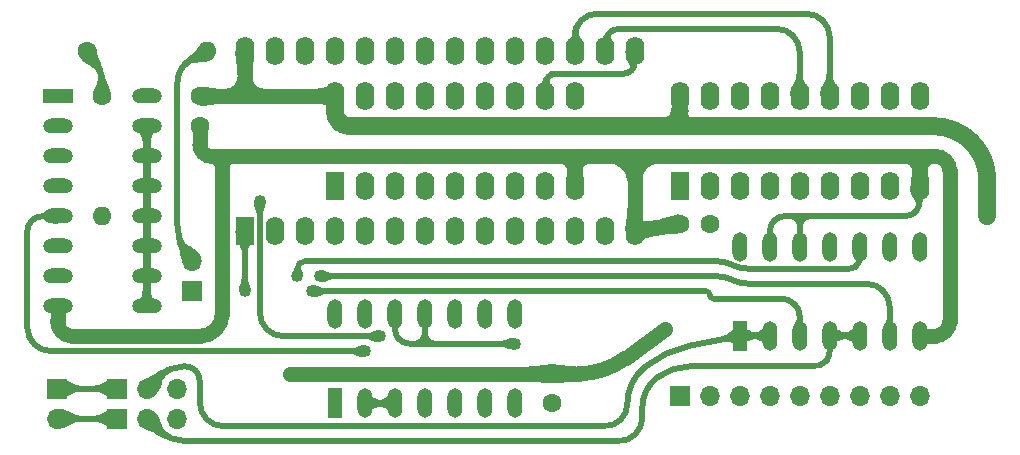
<source format=gbl>
%TF.GenerationSoftware,KiCad,Pcbnew,(6.0.11)*%
%TF.CreationDate,2023-02-07T02:55:14-07:00*%
%TF.ProjectId,FennecRAMadapt,46656e6e-6563-4524-914d-61646170742e,rev?*%
%TF.SameCoordinates,Original*%
%TF.FileFunction,Copper,L2,Bot*%
%TF.FilePolarity,Positive*%
%FSLAX46Y46*%
G04 Gerber Fmt 4.6, Leading zero omitted, Abs format (unit mm)*
G04 Created by KiCad (PCBNEW (6.0.11)) date 2023-02-07 02:55:14*
%MOMM*%
%LPD*%
G01*
G04 APERTURE LIST*
%TA.AperFunction,ComponentPad*%
%ADD10R,1.700000X1.700000*%
%TD*%
%TA.AperFunction,ComponentPad*%
%ADD11O,1.700000X1.700000*%
%TD*%
%TA.AperFunction,ComponentPad*%
%ADD12C,1.600000*%
%TD*%
%TA.AperFunction,ComponentPad*%
%ADD13O,1.270000X2.500000*%
%TD*%
%TA.AperFunction,ComponentPad*%
%ADD14R,1.270000X2.500000*%
%TD*%
%TA.AperFunction,ComponentPad*%
%ADD15R,1.600000X2.400000*%
%TD*%
%TA.AperFunction,ComponentPad*%
%ADD16O,1.600000X2.400000*%
%TD*%
%TA.AperFunction,ComponentPad*%
%ADD17O,1.600000X1.600000*%
%TD*%
%TA.AperFunction,ComponentPad*%
%ADD18R,2.540000X1.270000*%
%TD*%
%TA.AperFunction,ComponentPad*%
%ADD19O,2.540000X1.270000*%
%TD*%
%TA.AperFunction,ViaPad*%
%ADD20C,1.016000*%
%TD*%
%TA.AperFunction,Conductor*%
%ADD21C,0.508000*%
%TD*%
%TA.AperFunction,Conductor*%
%ADD22C,1.524000*%
%TD*%
%TA.AperFunction,Conductor*%
%ADD23C,1.270000*%
%TD*%
%TA.AperFunction,Conductor*%
%ADD24C,0.635000*%
%TD*%
G04 APERTURE END LIST*
D10*
X151165000Y-69830000D03*
D11*
X153705000Y-69830000D03*
X156245000Y-69830000D03*
D12*
X201295000Y-55860000D03*
X198795000Y-55860000D03*
D10*
X157500000Y-61575000D03*
D11*
X157500000Y-59035000D03*
D13*
X169565000Y-63530000D03*
X172105000Y-63530000D03*
X174645000Y-63530000D03*
X177185000Y-63530000D03*
X179725000Y-63530000D03*
X182265000Y-63530000D03*
X184805000Y-63530000D03*
X184805000Y-71050000D03*
X182265000Y-71050000D03*
X179725000Y-71050000D03*
X177185000Y-71050000D03*
X174645000Y-71050000D03*
X172105000Y-71050000D03*
D14*
X169565000Y-71050000D03*
X203855000Y-65335000D03*
D13*
X206395000Y-65335000D03*
X208935000Y-65335000D03*
X211475000Y-65335000D03*
X214015000Y-65335000D03*
X216555000Y-65335000D03*
X219095000Y-65335000D03*
X219095000Y-57815000D03*
X216555000Y-57815000D03*
X214015000Y-57815000D03*
X211475000Y-57815000D03*
X208935000Y-57815000D03*
X206395000Y-57815000D03*
X203855000Y-57815000D03*
D15*
X161945000Y-56505000D03*
D16*
X164485000Y-56505000D03*
X167025000Y-56505000D03*
X169565000Y-56505000D03*
X172105000Y-56505000D03*
X174645000Y-56505000D03*
X177185000Y-56505000D03*
X179725000Y-56505000D03*
X182265000Y-56505000D03*
X184805000Y-56505000D03*
X187345000Y-56505000D03*
X189885000Y-56505000D03*
X192425000Y-56505000D03*
X194965000Y-56505000D03*
X194965000Y-41265000D03*
X192425000Y-41265000D03*
X189885000Y-41265000D03*
X187345000Y-41265000D03*
X184805000Y-41265000D03*
X182265000Y-41265000D03*
X179725000Y-41265000D03*
X177185000Y-41265000D03*
X174645000Y-41265000D03*
X172105000Y-41265000D03*
X169565000Y-41265000D03*
X167025000Y-41265000D03*
X164485000Y-41265000D03*
X161945000Y-41265000D03*
D12*
X149880000Y-45065000D03*
D17*
X149880000Y-55225000D03*
D10*
X198775000Y-70465000D03*
D11*
X201315000Y-70465000D03*
X203855000Y-70465000D03*
X206395000Y-70465000D03*
X208935000Y-70465000D03*
X211475000Y-70465000D03*
X214015000Y-70465000D03*
X216555000Y-70465000D03*
X219095000Y-70465000D03*
X156245000Y-72375000D03*
X153705000Y-72375000D03*
D10*
X151165000Y-72375000D03*
D12*
X158135000Y-45085000D03*
X158135000Y-47585000D03*
D10*
X146070000Y-69830000D03*
D11*
X146070000Y-72370000D03*
D15*
X169555000Y-52695000D03*
D16*
X172095000Y-52695000D03*
X174635000Y-52695000D03*
X177175000Y-52695000D03*
X179715000Y-52695000D03*
X182255000Y-52695000D03*
X184795000Y-52695000D03*
X187335000Y-52695000D03*
X189875000Y-52695000D03*
X189875000Y-45075000D03*
X187335000Y-45075000D03*
X184795000Y-45075000D03*
X182255000Y-45075000D03*
X179715000Y-45075000D03*
X177175000Y-45075000D03*
X174635000Y-45075000D03*
X172095000Y-45075000D03*
X169555000Y-45075000D03*
D15*
X198755000Y-52705000D03*
D16*
X201295000Y-52705000D03*
X203835000Y-52705000D03*
X206375000Y-52705000D03*
X208915000Y-52705000D03*
X211455000Y-52705000D03*
X213995000Y-52705000D03*
X216535000Y-52705000D03*
X219075000Y-52705000D03*
X219075000Y-45085000D03*
X216535000Y-45085000D03*
X213995000Y-45085000D03*
X211455000Y-45085000D03*
X208915000Y-45085000D03*
X206375000Y-45085000D03*
X203835000Y-45085000D03*
X201295000Y-45085000D03*
X198755000Y-45085000D03*
D18*
X146110000Y-45075000D03*
D19*
X146110000Y-47615000D03*
X146110000Y-50155000D03*
X146110000Y-52695000D03*
X146110000Y-55235000D03*
X146110000Y-57775000D03*
X146110000Y-60315000D03*
X146110000Y-62855000D03*
X153630000Y-62855000D03*
X153630000Y-60315000D03*
X153630000Y-57775000D03*
X153630000Y-55235000D03*
X153630000Y-52695000D03*
X153630000Y-50155000D03*
X153630000Y-47615000D03*
X153630000Y-45075000D03*
D12*
X187980000Y-68580000D03*
X187980000Y-71080000D03*
X148610000Y-41255000D03*
D17*
X158770000Y-41255000D03*
D20*
X224810000Y-55225000D03*
X197505000Y-64750000D03*
X165755000Y-68560000D03*
X156230000Y-65385000D03*
X184805000Y-66020000D03*
X163215000Y-53955000D03*
X173375000Y-65385000D03*
X172105000Y-66655000D03*
X166390000Y-60305000D03*
X167660000Y-61575000D03*
X161945000Y-61575000D03*
X168295000Y-60305000D03*
D21*
X208935000Y-56103464D02*
X208934997Y-56039935D01*
X208935000Y-56495000D02*
X208935000Y-56135920D01*
X210205000Y-55225000D02*
X209845920Y-55225000D01*
X207665000Y-55225000D02*
X208119999Y-55225000D01*
X208935000Y-56495000D02*
X208935000Y-56103464D01*
X177185000Y-65119368D02*
X177184996Y-65229558D01*
X178430000Y-66020000D02*
X177975411Y-66020000D01*
X177185000Y-64775000D02*
X177185000Y-65119368D01*
X177185000Y-64775000D02*
X177185000Y-65168904D01*
X175940000Y-66020000D02*
X176333912Y-66020000D01*
D22*
X224810000Y-52168779D02*
G75*
G03*
X220246221Y-47605000I-4563800J-21D01*
G01*
X200035039Y-47605000D02*
X220246221Y-47605000D01*
X224810000Y-52168779D02*
X224810000Y-55225000D01*
D21*
X201875048Y-60304979D02*
G75*
G02*
X203220000Y-60622501I-48J-3007421D01*
G01*
X204564951Y-60940021D02*
G75*
G02*
X203220000Y-60622499I49J3007421D01*
G01*
X214555001Y-60940000D02*
G75*
G02*
X216555000Y-62939998I-1J-2000000D01*
G01*
X201632500Y-62210000D02*
G75*
G02*
X201315000Y-61892500I0J317500D01*
G01*
X200997500Y-61575000D02*
G75*
G02*
X201315000Y-61892500I0J-317500D01*
G01*
X207372500Y-62210000D02*
G75*
G02*
X208935000Y-63772500I0J-1562500D01*
G01*
X204564951Y-59670021D02*
G75*
G02*
X203220000Y-59352499I49J3007421D01*
G01*
X156865016Y-58082489D02*
G75*
G02*
X156230000Y-55985237I3145884J2097289D01*
G01*
X201875048Y-59034979D02*
G75*
G02*
X203220000Y-59352501I-48J-3007421D01*
G01*
X166390000Y-59670000D02*
G75*
G02*
X167025000Y-59035000I635000J0D01*
G01*
X156229975Y-43944903D02*
G75*
G02*
X157500000Y-41890001I2297425J3D01*
G01*
X213087500Y-59670000D02*
G75*
G03*
X214015000Y-58742500I0J927500D01*
G01*
X154700529Y-68826567D02*
G75*
G02*
X156865000Y-67925000I2164471J-2147433D01*
G01*
X160134998Y-73005000D02*
G75*
G02*
X158135000Y-71005001I2J2000000D01*
G01*
X192425000Y-73005000D02*
G75*
G03*
X194330000Y-71100000I0J1905000D01*
G01*
X195917501Y-67925002D02*
G75*
G02*
X199495441Y-66241239I5306899J-6633598D01*
G01*
X194330003Y-71100000D02*
G75*
G02*
X195817555Y-68004955I3963597J0D01*
G01*
X156865000Y-67925000D02*
G75*
G02*
X158135000Y-69195000I0J-1270000D01*
G01*
X156934972Y-74275033D02*
G75*
G02*
X154650000Y-73325000I28J3222933D01*
G01*
X193600001Y-74275000D02*
G75*
G03*
X195600000Y-72275001I-1J2000000D01*
G01*
X196870000Y-68877500D02*
G75*
G02*
X199727500Y-67925000I2857500J-3810000D01*
G01*
X210180000Y-67925000D02*
G75*
G03*
X211475000Y-66630000I0J1295000D01*
G01*
X195600000Y-71417500D02*
G75*
G02*
X196870000Y-68877500I3175000J0D01*
G01*
X192425000Y-40620000D02*
G75*
G02*
X193695000Y-39350000I1270000J0D01*
G01*
X206936447Y-39349958D02*
G75*
G02*
X208928030Y-41348540I-47J-1991642D01*
G01*
X189885000Y-39985000D02*
G75*
G02*
X191790000Y-38080000I1905000J0D01*
G01*
X209476184Y-38079999D02*
G75*
G02*
X211469293Y-40078806I16J-1993101D01*
G01*
X194017500Y-43160000D02*
G75*
G03*
X194965000Y-42212500I0J947500D01*
G01*
X187340013Y-44117500D02*
G75*
G02*
X188302513Y-43160000I962487J-5000D01*
G01*
X145529998Y-66655000D02*
G75*
G02*
X143530000Y-64655001I2J2000000D01*
G01*
X143529991Y-56515009D02*
G75*
G02*
X144820000Y-55230001I1285009J9D01*
G01*
X165214998Y-65385000D02*
G75*
G02*
X163215000Y-63385001I2J2000000D01*
G01*
D23*
X147335158Y-65385055D02*
G75*
G02*
X146090001Y-64120000I42J1245355D01*
G01*
D21*
X175890000Y-66020000D02*
G75*
G02*
X174645000Y-64775000I0J1245000D01*
G01*
D23*
X159087500Y-50145000D02*
G75*
G02*
X160040000Y-51097500I0J-952500D01*
G01*
X160040000Y-51097500D02*
G75*
G02*
X160992500Y-50145000I952500J0D01*
G01*
X159087500Y-50145000D02*
G75*
G02*
X158135000Y-49192500I0J952500D01*
G01*
D21*
X208119999Y-55225003D02*
G75*
G02*
X208934997Y-56039935I1J-814997D01*
G01*
X208935000Y-56135920D02*
G75*
G02*
X209845920Y-55225000I910900J20D01*
G01*
D23*
X221634941Y-64114753D02*
G75*
G02*
X220365000Y-65360000I-1245441J-47D01*
G01*
D21*
X206395000Y-56495000D02*
G75*
G02*
X207665000Y-55225000I1270000J0D01*
G01*
X217834960Y-55224939D02*
G75*
G03*
X219085000Y-53965000I40J1250039D01*
G01*
D23*
X188609990Y-50144991D02*
G75*
G02*
X189879999Y-51420000I10J-1270009D01*
G01*
X189880010Y-51420000D02*
G75*
G02*
X191160009Y-50145000I1279990J-5000D01*
G01*
D21*
X177185000Y-65168904D02*
G75*
G02*
X176333912Y-66020000I-851100J4D01*
G01*
X177975411Y-66020004D02*
G75*
G02*
X177184996Y-65229558I-11J790404D01*
G01*
D23*
X192621859Y-50145046D02*
G75*
G02*
X194965000Y-52144998I159041J-2186254D01*
G01*
X194965000Y-52144998D02*
G75*
G02*
X196964998Y-50145000I2000000J-2D01*
G01*
X158135000Y-65385000D02*
G75*
G03*
X160040000Y-63480000I0J1905000D01*
G01*
X217825000Y-50144984D02*
G75*
G02*
X219085077Y-51414961I0J-1260116D01*
G01*
X219085039Y-51414961D02*
G75*
G02*
X220365000Y-50145000I1279961J-10039D01*
G01*
X220365000Y-50145000D02*
G75*
G02*
X221635000Y-51414993I0J-1270000D01*
G01*
X159087500Y-50145000D02*
X160992500Y-50145000D01*
D21*
X207665000Y-55225000D02*
X210205000Y-55225000D01*
D23*
X188609990Y-50145000D02*
X191160009Y-50145000D01*
D21*
X178430000Y-66020000D02*
X175940000Y-66020000D01*
D23*
X192621856Y-50145000D02*
X196964998Y-50145000D01*
X217825000Y-50145000D02*
X220365000Y-50145000D01*
D22*
X198765061Y-46345000D02*
G75*
G02*
X197514960Y-47605000I-1250061J-9900D01*
G01*
D23*
X200035039Y-47604940D02*
G75*
G02*
X198765000Y-46345000I-39J1270040D01*
G01*
D21*
X149879998Y-44112500D02*
G75*
G03*
X149351647Y-42367473I-3145898J0D01*
G01*
D23*
X161944955Y-43477500D02*
G75*
G02*
X160357521Y-45073333I-1595855J0D01*
G01*
X160357521Y-45073333D02*
G75*
G02*
X163532498Y-45067086I2539079J-483610767D01*
G01*
X163532498Y-45067099D02*
G75*
G02*
X161945000Y-43477500I2102J1589599D01*
G01*
X190202500Y-68569991D02*
G75*
G03*
X194203017Y-67226486I-30200J6717791D01*
G01*
D22*
X170830009Y-47605009D02*
G75*
G02*
X169560001Y-46340000I-9J1270009D01*
G01*
X200035039Y-47605000D02*
X197514960Y-47605000D01*
D23*
X171469998Y-68562068D02*
X167660000Y-68560000D01*
X161945000Y-43477500D02*
X161945000Y-41890000D01*
D22*
X169555000Y-45075000D02*
X169560000Y-46340000D01*
D23*
X197505000Y-64750000D02*
X194203017Y-67226486D01*
X169555000Y-45075000D02*
X163532498Y-45067086D01*
D22*
X197514960Y-47605000D02*
X170830009Y-47605000D01*
D23*
X160357521Y-45073333D02*
X158135000Y-45085000D01*
X198765000Y-46345000D02*
X198755000Y-45085000D01*
X187980000Y-68580000D02*
X171469998Y-68562068D01*
X187980000Y-68580000D02*
X190202500Y-68570000D01*
D21*
X149880000Y-44112500D02*
X149880000Y-45065000D01*
X149351648Y-42367472D02*
X148610000Y-41255000D01*
D23*
X167660000Y-68560000D02*
X165755000Y-68560000D01*
X221635000Y-64114753D02*
X221635000Y-51414993D01*
D21*
X177185000Y-64775000D02*
X177185000Y-63530000D01*
D23*
X189880000Y-51420000D02*
X189875000Y-52695000D01*
D21*
X208935000Y-56495000D02*
X208935000Y-57815000D01*
X174645000Y-64775000D02*
X174645000Y-63530000D01*
X184805000Y-66020000D02*
X178430000Y-66020000D01*
D23*
X146090000Y-64120000D02*
X146110000Y-62855000D01*
D21*
X219075000Y-52705000D02*
X219085000Y-53965000D01*
D23*
X158135000Y-49192500D02*
X158135000Y-47585000D01*
X196964998Y-50145000D02*
X217825000Y-50145000D01*
D21*
X175890000Y-66020000D02*
X175940000Y-66020000D01*
D23*
X220365000Y-65360000D02*
X219095000Y-65335000D01*
X191160009Y-50145000D02*
X192621856Y-50145000D01*
D21*
X210205000Y-55225000D02*
X217834960Y-55225000D01*
D23*
X194965000Y-56505000D02*
X194965000Y-52144998D01*
X194965000Y-56505000D02*
X198795000Y-55860000D01*
D21*
X206395000Y-56495000D02*
X206395000Y-57815000D01*
D23*
X219075000Y-52705000D02*
X219085078Y-51414961D01*
X147335158Y-65385000D02*
X156230000Y-65385000D01*
X158135000Y-65385000D02*
X156230000Y-65385000D01*
X160992500Y-50145000D02*
X188609990Y-50145000D01*
X160040000Y-51097500D02*
X160040000Y-63480000D01*
D21*
X163215000Y-63385001D02*
X163215000Y-53955000D01*
X165214998Y-65385000D02*
X173375000Y-65385000D01*
X145529998Y-66655000D02*
X172105000Y-66655000D01*
X143530000Y-64655001D02*
X143530000Y-56515009D01*
X144820000Y-55230000D02*
X146110000Y-55235000D01*
D24*
X153630000Y-47615000D02*
X153630000Y-62855000D01*
D21*
X146070000Y-69830000D02*
X151165000Y-69830000D01*
X146070000Y-72370000D02*
X151165000Y-72375000D01*
X187340000Y-44117500D02*
X187335000Y-45075000D01*
X194017500Y-43160000D02*
X188302513Y-43160000D01*
X194965000Y-42212500D02*
X194965000Y-41265000D01*
X211469293Y-40078806D02*
X211455000Y-45085000D01*
X189885000Y-39985000D02*
X189885000Y-41890000D01*
X191790000Y-38080000D02*
X209476184Y-38080000D01*
X193695000Y-39350000D02*
X206936447Y-39350000D01*
X208928030Y-41348540D02*
X208915000Y-45085000D01*
X192425000Y-40620000D02*
X192425000Y-41890000D01*
X154650000Y-73325000D02*
X153705000Y-72375000D01*
X211475000Y-65335000D02*
X211475000Y-66630000D01*
X199727500Y-67925000D02*
X210180000Y-67925000D01*
X211475000Y-65335000D02*
X214015000Y-65335000D01*
X156934972Y-74275000D02*
X193600001Y-74275000D01*
X195600000Y-72275001D02*
X195600000Y-71417500D01*
X199495441Y-66241238D02*
X203855000Y-65335000D01*
X158135000Y-71005001D02*
X158135000Y-69195000D01*
X160134998Y-73005000D02*
X192425000Y-73005000D01*
X195917499Y-67924999D02*
X195817555Y-68004955D01*
X154700530Y-68826568D02*
X153705000Y-69830000D01*
X203855000Y-65335000D02*
X206395000Y-65335000D01*
X156865000Y-58082500D02*
X157500000Y-59035000D01*
X204564951Y-59670000D02*
X213087500Y-59670000D01*
X166390000Y-59670000D02*
X166390000Y-60305000D01*
X156230000Y-55985237D02*
X156230000Y-43944903D01*
X214015000Y-58742500D02*
X214015000Y-57815000D01*
X201875048Y-59035000D02*
X167025000Y-59035000D01*
X157500000Y-41890000D02*
X158770000Y-41255000D01*
X208935000Y-63772500D02*
X208935000Y-65335000D01*
X200997500Y-61575000D02*
X167660000Y-61575000D01*
X161945000Y-61575000D02*
X161945000Y-56505000D01*
X201632500Y-62210000D02*
X207372500Y-62210000D01*
X168295000Y-60305000D02*
X201875048Y-60305000D01*
X216555000Y-62939998D02*
X216555000Y-65335000D01*
X204564951Y-60940000D02*
X214555001Y-60940000D01*
X172105000Y-71050000D02*
X174645000Y-71050000D01*
%TA.AperFunction,Conductor*%
G36*
X173375847Y-64880395D02*
G01*
X173378383Y-64883766D01*
X173626384Y-65379768D01*
X173627019Y-65388700D01*
X173626384Y-65390232D01*
X173378383Y-65886234D01*
X173371618Y-65892102D01*
X173367443Y-65892692D01*
X173201183Y-65885910D01*
X173200100Y-65885816D01*
X173140873Y-65877778D01*
X173058964Y-65866663D01*
X173057799Y-65866444D01*
X172940720Y-65838259D01*
X172939709Y-65837967D01*
X172838391Y-65803694D01*
X172837799Y-65803476D01*
X172744000Y-65766000D01*
X172650046Y-65728462D01*
X172650036Y-65728458D01*
X172649910Y-65728408D01*
X172547792Y-65693863D01*
X172429620Y-65665416D01*
X172429322Y-65665376D01*
X172429319Y-65665375D01*
X172382321Y-65658998D01*
X172287365Y-65646112D01*
X172124222Y-65639458D01*
X172116097Y-65635697D01*
X172113000Y-65627768D01*
X172113000Y-65142232D01*
X172116427Y-65133959D01*
X172124222Y-65130542D01*
X172287365Y-65123888D01*
X172382321Y-65111002D01*
X172429319Y-65104625D01*
X172429322Y-65104624D01*
X172429620Y-65104584D01*
X172547792Y-65076136D01*
X172649910Y-65041592D01*
X172650036Y-65041542D01*
X172650046Y-65041538D01*
X172744000Y-65004000D01*
X172837799Y-64966524D01*
X172838391Y-64966306D01*
X172939709Y-64932032D01*
X172940720Y-64931740D01*
X173057799Y-64903556D01*
X173058964Y-64903337D01*
X173140873Y-64892222D01*
X173200100Y-64884184D01*
X173201183Y-64884090D01*
X173367442Y-64877308D01*
X173375847Y-64880395D01*
G37*
%TD.AperFunction*%
%TA.AperFunction,Conductor*%
G36*
X163220232Y-53703616D02*
G01*
X163716234Y-53951617D01*
X163722102Y-53958382D01*
X163722692Y-53962559D01*
X163715911Y-54128809D01*
X163715815Y-54129905D01*
X163696663Y-54271035D01*
X163696444Y-54272200D01*
X163668259Y-54389279D01*
X163667967Y-54390290D01*
X163633694Y-54491608D01*
X163633476Y-54492200D01*
X163596000Y-54586000D01*
X163558408Y-54680089D01*
X163523863Y-54782207D01*
X163495416Y-54900379D01*
X163476112Y-55042634D01*
X163476101Y-55042904D01*
X163469458Y-55205777D01*
X163465697Y-55213903D01*
X163457768Y-55217000D01*
X162972232Y-55217000D01*
X162963959Y-55213573D01*
X162960542Y-55205777D01*
X162953899Y-55042904D01*
X162953888Y-55042634D01*
X162934584Y-54900379D01*
X162906136Y-54782207D01*
X162871592Y-54680089D01*
X162834000Y-54586000D01*
X162796524Y-54492200D01*
X162796306Y-54491608D01*
X162762032Y-54390290D01*
X162761740Y-54389279D01*
X162733556Y-54272200D01*
X162733337Y-54271035D01*
X162714185Y-54129905D01*
X162714089Y-54128809D01*
X162707308Y-53962559D01*
X162710395Y-53954153D01*
X162713766Y-53951617D01*
X163209768Y-53703616D01*
X163218700Y-53702981D01*
X163220232Y-53703616D01*
G37*
%TD.AperFunction*%
%TA.AperFunction,Conductor*%
G36*
X172105847Y-66150395D02*
G01*
X172108383Y-66153766D01*
X172356384Y-66649768D01*
X172357019Y-66658700D01*
X172356384Y-66660232D01*
X172108383Y-67156234D01*
X172101618Y-67162102D01*
X172097443Y-67162692D01*
X171931183Y-67155910D01*
X171930100Y-67155816D01*
X171870873Y-67147778D01*
X171788964Y-67136663D01*
X171787799Y-67136444D01*
X171670720Y-67108258D01*
X171669709Y-67107966D01*
X171568391Y-67073694D01*
X171567799Y-67073476D01*
X171474000Y-67036000D01*
X171380046Y-66998462D01*
X171380036Y-66998458D01*
X171379910Y-66998408D01*
X171277792Y-66963863D01*
X171159620Y-66935416D01*
X171159322Y-66935376D01*
X171159319Y-66935375D01*
X171112321Y-66928998D01*
X171017365Y-66916112D01*
X170854222Y-66909458D01*
X170846097Y-66905697D01*
X170843000Y-66897768D01*
X170843000Y-66412232D01*
X170846427Y-66403959D01*
X170854222Y-66400542D01*
X171017365Y-66393888D01*
X171112321Y-66381002D01*
X171159319Y-66374625D01*
X171159322Y-66374624D01*
X171159620Y-66374584D01*
X171277792Y-66346136D01*
X171379910Y-66311592D01*
X171380036Y-66311542D01*
X171380046Y-66311538D01*
X171474000Y-66274000D01*
X171567799Y-66236524D01*
X171568391Y-66236306D01*
X171669709Y-66202032D01*
X171670720Y-66201740D01*
X171787799Y-66173556D01*
X171788964Y-66173337D01*
X171870873Y-66162222D01*
X171930100Y-66154184D01*
X171931183Y-66154090D01*
X172097442Y-66147308D01*
X172105847Y-66150395D01*
G37*
%TD.AperFunction*%
%TA.AperFunction,Conductor*%
G36*
X219094743Y-51425038D02*
G01*
X219708237Y-51429831D01*
X219716483Y-51433323D01*
X219719844Y-51441666D01*
X219718477Y-51559939D01*
X219718457Y-51559987D01*
X219718476Y-51559987D01*
X219716588Y-51680453D01*
X219715089Y-51791562D01*
X219715089Y-51791621D01*
X219714783Y-51883659D01*
X219714750Y-51893555D01*
X219716345Y-51986672D01*
X219720646Y-52071154D01*
X219728425Y-52147241D01*
X219740454Y-52215175D01*
X219757507Y-52275195D01*
X219757665Y-52275557D01*
X219777320Y-52320590D01*
X219777489Y-52329543D01*
X219775245Y-52333151D01*
X219430597Y-52711348D01*
X219312321Y-52841136D01*
X219312320Y-52841137D01*
X219071876Y-53104987D01*
X218380650Y-52322258D01*
X218377742Y-52313788D01*
X218378771Y-52309666D01*
X218399128Y-52264942D01*
X218399128Y-52264941D01*
X218399290Y-52264586D01*
X218417279Y-52204839D01*
X218430368Y-52137101D01*
X218438153Y-52071154D01*
X218439317Y-52061290D01*
X218439318Y-52061281D01*
X218439334Y-52061144D01*
X218444302Y-51986540D01*
X218444947Y-51976845D01*
X218444954Y-51976740D01*
X218448004Y-51883659D01*
X218449259Y-51781673D01*
X218449496Y-51670554D01*
X218449491Y-51550073D01*
X218449972Y-51431744D01*
X218453433Y-51423486D01*
X218461763Y-51420093D01*
X219094743Y-51425038D01*
G37*
%TD.AperFunction*%
%TA.AperFunction,Conductor*%
G36*
X206558473Y-55464226D02*
G01*
X206559265Y-55464900D01*
X206913728Y-55795118D01*
X206917446Y-55803265D01*
X206914950Y-55810911D01*
X206757719Y-56010771D01*
X206757439Y-56011363D01*
X206757436Y-56011368D01*
X206708445Y-56114966D01*
X206669103Y-56198157D01*
X206642089Y-56371872D01*
X206642190Y-56372680D01*
X206642190Y-56372682D01*
X206662944Y-56538618D01*
X206663014Y-56539176D01*
X206718210Y-56707332D01*
X206718312Y-56707570D01*
X206793985Y-56883531D01*
X206793992Y-56883547D01*
X206794014Y-56883599D01*
X206876601Y-57074869D01*
X206876887Y-57075595D01*
X206952554Y-57288866D01*
X206952935Y-57290179D01*
X207008226Y-57532836D01*
X207008484Y-57534540D01*
X207029398Y-57807158D01*
X207026614Y-57815669D01*
X207022964Y-57818518D01*
X206404554Y-58127723D01*
X206395623Y-58128358D01*
X206389376Y-58123418D01*
X206200578Y-57818518D01*
X205934663Y-57389080D01*
X205933221Y-57380242D01*
X205935374Y-57375737D01*
X206096288Y-57168840D01*
X206096664Y-57168357D01*
X206193394Y-56968691D01*
X206213451Y-56883599D01*
X206237840Y-56780130D01*
X206237841Y-56780124D01*
X206237958Y-56779627D01*
X206247744Y-56597632D01*
X206240142Y-56419171D01*
X206232563Y-56241274D01*
X206232569Y-56240150D01*
X206234783Y-56198986D01*
X206242269Y-56059756D01*
X206242564Y-56057700D01*
X206286593Y-55870905D01*
X206287452Y-55868488D01*
X206383083Y-55671093D01*
X206384377Y-55669011D01*
X206542055Y-55466278D01*
X206549839Y-55461851D01*
X206558473Y-55464226D01*
G37*
%TD.AperFunction*%
%TA.AperFunction,Conductor*%
G36*
X197032820Y-56800705D02*
G01*
X196985576Y-56809491D01*
X196985574Y-56809491D01*
X196765978Y-56850328D01*
X196548033Y-56899748D01*
X196366760Y-56949016D01*
X196209936Y-56998182D01*
X196065337Y-57047298D01*
X195920858Y-57096372D01*
X195920624Y-57096449D01*
X195880582Y-57109002D01*
X195764125Y-57145512D01*
X195763694Y-57145638D01*
X195582879Y-57194782D01*
X195582397Y-57194902D01*
X195364933Y-57244213D01*
X195364485Y-57244306D01*
X195283496Y-57259368D01*
X195105100Y-57292544D01*
X195096341Y-57290687D01*
X195093511Y-57287939D01*
X194728084Y-56787260D01*
X194728083Y-56787259D01*
X194570555Y-56571427D01*
X194832146Y-55716109D01*
X195100522Y-55675597D01*
X195322631Y-55650909D01*
X195510042Y-55638088D01*
X195674318Y-55633179D01*
X195827029Y-55632225D01*
X195979739Y-55631271D01*
X195979766Y-55631270D01*
X195979783Y-55631270D01*
X196143918Y-55626365D01*
X196143922Y-55626365D01*
X196144016Y-55626362D01*
X196144088Y-55626357D01*
X196144111Y-55626356D01*
X196331300Y-55613549D01*
X196331315Y-55613548D01*
X196331426Y-55613540D01*
X196442102Y-55601238D01*
X196553411Y-55588866D01*
X196553417Y-55588865D01*
X196553536Y-55588852D01*
X196553629Y-55588838D01*
X196553652Y-55588835D01*
X196774337Y-55555523D01*
X196774336Y-55555523D01*
X196774410Y-55555512D01*
X196774425Y-55555509D01*
X196821913Y-55548341D01*
X197032820Y-56800705D01*
G37*
%TD.AperFunction*%
%TA.AperFunction,Conductor*%
G36*
X153944539Y-61275927D02*
G01*
X153947956Y-61283725D01*
X153956390Y-61491125D01*
X153980520Y-61669501D01*
X154016080Y-61817688D01*
X154059260Y-61945750D01*
X154059311Y-61945878D01*
X154059315Y-61945889D01*
X154106250Y-62063750D01*
X154153124Y-62181459D01*
X154153341Y-62182050D01*
X154196252Y-62309316D01*
X154196542Y-62310324D01*
X154231843Y-62457427D01*
X154232060Y-62458589D01*
X154256036Y-62635829D01*
X154256132Y-62636922D01*
X154264693Y-62847443D01*
X154261605Y-62855848D01*
X154258237Y-62858382D01*
X153635232Y-63169884D01*
X153626300Y-63170519D01*
X153624768Y-63169884D01*
X153001764Y-62858382D01*
X152995897Y-62851618D01*
X152995307Y-62847443D01*
X153003868Y-62636922D01*
X153003964Y-62635829D01*
X153027940Y-62458589D01*
X153028157Y-62457427D01*
X153063457Y-62310324D01*
X153063747Y-62309316D01*
X153106659Y-62182050D01*
X153106876Y-62181459D01*
X153153750Y-62063750D01*
X153200685Y-61945889D01*
X153200689Y-61945878D01*
X153200740Y-61945750D01*
X153243919Y-61817688D01*
X153279480Y-61669501D01*
X153303610Y-61491125D01*
X153312044Y-61283725D01*
X153315804Y-61275598D01*
X153323734Y-61272500D01*
X153936266Y-61272500D01*
X153944539Y-61275927D01*
G37*
%TD.AperFunction*%
%TA.AperFunction,Conductor*%
G36*
X146200950Y-71527451D02*
G01*
X146366591Y-71536935D01*
X146368099Y-71537121D01*
X146462384Y-71555023D01*
X146606356Y-71582360D01*
X146607933Y-71582776D01*
X146710546Y-71617600D01*
X146803745Y-71649229D01*
X146805048Y-71649760D01*
X146879185Y-71685412D01*
X146972946Y-71730500D01*
X146973677Y-71730884D01*
X147128040Y-71819038D01*
X147282762Y-71907398D01*
X147337064Y-71933511D01*
X147451331Y-71988460D01*
X147451339Y-71988463D01*
X147451665Y-71988620D01*
X147452012Y-71988738D01*
X147452015Y-71988739D01*
X147528919Y-72014838D01*
X147648926Y-72055565D01*
X147888727Y-72101096D01*
X147926256Y-72103245D01*
X148174205Y-72117444D01*
X148182269Y-72121338D01*
X148185236Y-72129136D01*
X148184760Y-72615015D01*
X148181325Y-72623285D01*
X148173707Y-72626685D01*
X147994992Y-72636566D01*
X147888571Y-72642450D01*
X147888567Y-72642450D01*
X147888196Y-72642471D01*
X147887830Y-72642540D01*
X147887828Y-72642540D01*
X147835801Y-72652313D01*
X147648307Y-72687532D01*
X147647917Y-72687663D01*
X147647915Y-72687664D01*
X147451255Y-72753975D01*
X147450914Y-72754090D01*
X147281853Y-72834980D01*
X147281664Y-72835087D01*
X147281661Y-72835089D01*
X147126957Y-72923036D01*
X146972426Y-73010885D01*
X146971694Y-73011268D01*
X146803641Y-73091675D01*
X146802329Y-73092208D01*
X146606382Y-73158279D01*
X146604804Y-73158691D01*
X146366467Y-73203460D01*
X146364953Y-73203643D01*
X146076849Y-73219574D01*
X146068399Y-73216609D01*
X146065733Y-73213114D01*
X145647612Y-72374819D01*
X145646986Y-72365886D01*
X145647622Y-72364354D01*
X146067387Y-71526879D01*
X146074158Y-71521019D01*
X146078516Y-71520441D01*
X146200950Y-71527451D01*
G37*
%TD.AperFunction*%
%TA.AperFunction,Conductor*%
G36*
X151166601Y-71528391D02*
G01*
X151169267Y-71531886D01*
X151587388Y-72370181D01*
X151588014Y-72379114D01*
X151587380Y-72380641D01*
X151398970Y-72756539D01*
X151167613Y-73218121D01*
X151160842Y-73223981D01*
X151156484Y-73224559D01*
X151044049Y-73218121D01*
X150868408Y-73208064D01*
X150866900Y-73207878D01*
X150772615Y-73189976D01*
X150628643Y-73162639D01*
X150627066Y-73162223D01*
X150524453Y-73127399D01*
X150431254Y-73095770D01*
X150429951Y-73095239D01*
X150355814Y-73059587D01*
X150262053Y-73014499D01*
X150261322Y-73014115D01*
X150106959Y-72925961D01*
X149952419Y-72837705D01*
X149952237Y-72837601D01*
X149897935Y-72811488D01*
X149783668Y-72756539D01*
X149783660Y-72756536D01*
X149783334Y-72756379D01*
X149782987Y-72756261D01*
X149782984Y-72756260D01*
X149706080Y-72730161D01*
X149586073Y-72689434D01*
X149346272Y-72643903D01*
X149305640Y-72641576D01*
X149060795Y-72627556D01*
X149052731Y-72623662D01*
X149049764Y-72615864D01*
X149050240Y-72129985D01*
X149053675Y-72121715D01*
X149061293Y-72118314D01*
X149234158Y-72108756D01*
X149346428Y-72102549D01*
X149346432Y-72102549D01*
X149346803Y-72102528D01*
X149347169Y-72102459D01*
X149347171Y-72102459D01*
X149399198Y-72092686D01*
X149586692Y-72057467D01*
X149587082Y-72057336D01*
X149587084Y-72057335D01*
X149783744Y-71991024D01*
X149784085Y-71990909D01*
X149953146Y-71910019D01*
X150108042Y-71821963D01*
X150262573Y-71734114D01*
X150263305Y-71733731D01*
X150431358Y-71653324D01*
X150432670Y-71652791D01*
X150628617Y-71586720D01*
X150630195Y-71586308D01*
X150868532Y-71541539D01*
X150870046Y-71541356D01*
X151158151Y-71525426D01*
X151166601Y-71528391D01*
G37*
%TD.AperFunction*%
%TA.AperFunction,Conductor*%
G36*
X146365778Y-68996645D02*
G01*
X146367286Y-68996830D01*
X146441281Y-69010804D01*
X146605579Y-69041833D01*
X146607157Y-69042247D01*
X146803037Y-69108509D01*
X146804348Y-69109043D01*
X146972312Y-69189611D01*
X146973044Y-69189994D01*
X147127500Y-69278000D01*
X147282127Y-69366105D01*
X147282141Y-69366113D01*
X147282309Y-69366208D01*
X147282503Y-69366301D01*
X147450961Y-69447105D01*
X147450965Y-69447107D01*
X147451291Y-69447263D01*
X147648618Y-69514016D01*
X147802094Y-69543001D01*
X147888086Y-69559241D01*
X147888089Y-69559241D01*
X147888463Y-69559312D01*
X148028594Y-69567198D01*
X148173957Y-69575379D01*
X148182025Y-69579266D01*
X148185000Y-69587061D01*
X148185000Y-70072939D01*
X148181573Y-70081212D01*
X148173957Y-70084621D01*
X148028594Y-70092802D01*
X147888463Y-70100688D01*
X147888089Y-70100759D01*
X147888086Y-70100759D01*
X147802094Y-70116999D01*
X147648618Y-70145984D01*
X147451291Y-70212736D01*
X147450965Y-70212892D01*
X147450961Y-70212894D01*
X147309800Y-70280605D01*
X147282309Y-70293792D01*
X147282141Y-70293887D01*
X147282127Y-70293895D01*
X147127500Y-70382000D01*
X146973044Y-70470006D01*
X146972312Y-70470389D01*
X146804348Y-70550956D01*
X146803037Y-70551490D01*
X146607157Y-70617753D01*
X146605579Y-70618167D01*
X146441281Y-70649196D01*
X146367286Y-70663170D01*
X146365778Y-70663355D01*
X146077680Y-70679568D01*
X146069229Y-70676611D01*
X146066559Y-70673118D01*
X145647616Y-69835232D01*
X145646981Y-69826300D01*
X145647616Y-69824768D01*
X146066559Y-68986882D01*
X146073324Y-68981014D01*
X146077680Y-68980432D01*
X146365778Y-68996645D01*
G37*
%TD.AperFunction*%
%TA.AperFunction,Conductor*%
G36*
X151165771Y-68983389D02*
G01*
X151168441Y-68986882D01*
X151587384Y-69824768D01*
X151588019Y-69833700D01*
X151587384Y-69835232D01*
X151168441Y-70673118D01*
X151161676Y-70678986D01*
X151157320Y-70679568D01*
X150869221Y-70663355D01*
X150867713Y-70663170D01*
X150793718Y-70649196D01*
X150629420Y-70618167D01*
X150627842Y-70617753D01*
X150431962Y-70551491D01*
X150430651Y-70550957D01*
X150262687Y-70470389D01*
X150261955Y-70470006D01*
X150107500Y-70382000D01*
X149952872Y-70293895D01*
X149952858Y-70293887D01*
X149952690Y-70293792D01*
X149924890Y-70280457D01*
X149784038Y-70212893D01*
X149784034Y-70212891D01*
X149783708Y-70212735D01*
X149586381Y-70145984D01*
X149432905Y-70116999D01*
X149346913Y-70100759D01*
X149346910Y-70100759D01*
X149346536Y-70100688D01*
X149206719Y-70092820D01*
X149061043Y-70084621D01*
X149052975Y-70080734D01*
X149050000Y-70072939D01*
X149050000Y-69587061D01*
X149053427Y-69578788D01*
X149061043Y-69575379D01*
X149206719Y-69567180D01*
X149346536Y-69559312D01*
X149346910Y-69559241D01*
X149346913Y-69559241D01*
X149432905Y-69543001D01*
X149586381Y-69514016D01*
X149783708Y-69447264D01*
X149784034Y-69447108D01*
X149784038Y-69447106D01*
X149952496Y-69366301D01*
X149952690Y-69366208D01*
X149952858Y-69366113D01*
X149952872Y-69366105D01*
X150107500Y-69278000D01*
X150261955Y-69189994D01*
X150262687Y-69189611D01*
X150430651Y-69109042D01*
X150431962Y-69108508D01*
X150627842Y-69042247D01*
X150629420Y-69041833D01*
X150793718Y-69010804D01*
X150867713Y-68996830D01*
X150869221Y-68996645D01*
X151157320Y-68980432D01*
X151165771Y-68983389D01*
G37*
%TD.AperFunction*%
%TA.AperFunction,Conductor*%
G36*
X153635232Y-47300116D02*
G01*
X154258236Y-47611618D01*
X154264103Y-47618382D01*
X154264693Y-47622557D01*
X154256132Y-47833077D01*
X154256036Y-47834170D01*
X154232060Y-48011410D01*
X154231843Y-48012572D01*
X154196543Y-48159675D01*
X154196253Y-48160683D01*
X154153341Y-48287949D01*
X154153124Y-48288540D01*
X154106250Y-48406250D01*
X154059260Y-48524249D01*
X154016079Y-48652311D01*
X153980520Y-48800498D01*
X153956390Y-48978874D01*
X153956379Y-48979154D01*
X153947956Y-49186275D01*
X153944196Y-49194402D01*
X153936266Y-49197500D01*
X153323734Y-49197500D01*
X153315461Y-49194073D01*
X153312044Y-49186275D01*
X153303621Y-48979154D01*
X153303610Y-48978874D01*
X153279480Y-48800498D01*
X153243920Y-48652311D01*
X153200740Y-48524249D01*
X153153750Y-48406250D01*
X153106876Y-48288540D01*
X153106659Y-48287949D01*
X153063746Y-48160683D01*
X153063456Y-48159675D01*
X153028157Y-48012572D01*
X153027940Y-48011410D01*
X153003964Y-47834170D01*
X153003868Y-47833077D01*
X152995307Y-47622557D01*
X152998395Y-47614152D01*
X153001763Y-47611618D01*
X153624768Y-47300116D01*
X153633700Y-47299481D01*
X153635232Y-47300116D01*
G37*
%TD.AperFunction*%
%TA.AperFunction,Conductor*%
G36*
X198663659Y-55074313D02*
G01*
X198666489Y-55077061D01*
X198698363Y-55120732D01*
X199185997Y-55788849D01*
X199188106Y-55797551D01*
X199187734Y-55799168D01*
X198930009Y-56641844D01*
X198924313Y-56648753D01*
X198920567Y-56649991D01*
X198659694Y-56689369D01*
X198659241Y-56689428D01*
X198513996Y-56705573D01*
X198437624Y-56714062D01*
X198437142Y-56714105D01*
X198250169Y-56726896D01*
X198249739Y-56726918D01*
X198085807Y-56731816D01*
X198085556Y-56731821D01*
X197932970Y-56732774D01*
X197780260Y-56733728D01*
X197780233Y-56733729D01*
X197780216Y-56733729D01*
X197616081Y-56738634D01*
X197616077Y-56738634D01*
X197615983Y-56738637D01*
X197615911Y-56738642D01*
X197615888Y-56738643D01*
X197428699Y-56751450D01*
X197428684Y-56751451D01*
X197428573Y-56751459D01*
X197317897Y-56763761D01*
X197206588Y-56776133D01*
X197206582Y-56776134D01*
X197206463Y-56776147D01*
X197206370Y-56776161D01*
X197206347Y-56776164D01*
X197066635Y-56797254D01*
X196938087Y-56816659D01*
X196727180Y-55564295D01*
X196774402Y-55555513D01*
X196774410Y-55555512D01*
X196994021Y-55514671D01*
X197211966Y-55465251D01*
X197393239Y-55415983D01*
X197550063Y-55366817D01*
X197694662Y-55317701D01*
X197839141Y-55268627D01*
X197839375Y-55268550D01*
X197879417Y-55255997D01*
X197995874Y-55219487D01*
X197996305Y-55219361D01*
X198177120Y-55170217D01*
X198177602Y-55170097D01*
X198395065Y-55120786D01*
X198395513Y-55120693D01*
X198420358Y-55116073D01*
X198654900Y-55072456D01*
X198663659Y-55074313D01*
G37*
%TD.AperFunction*%
%TA.AperFunction,Conductor*%
G36*
X145689947Y-54769291D02*
G01*
X146418527Y-55230551D01*
X146423683Y-55237870D01*
X146422712Y-55245708D01*
X146118765Y-55847762D01*
X146111084Y-55862976D01*
X146104297Y-55868817D01*
X146099703Y-55869365D01*
X146002924Y-55861585D01*
X145830990Y-55847762D01*
X145829288Y-55847498D01*
X145590446Y-55792181D01*
X145589131Y-55791794D01*
X145379530Y-55716511D01*
X145378800Y-55716221D01*
X145190942Y-55634134D01*
X145018045Y-55558787D01*
X145017804Y-55558682D01*
X144852416Y-55503406D01*
X144851863Y-55503333D01*
X144851862Y-55503333D01*
X144745961Y-55489394D01*
X144687451Y-55481693D01*
X144655855Y-55486332D01*
X144516410Y-55506807D01*
X144516407Y-55506808D01*
X144515582Y-55506929D01*
X144514820Y-55507279D01*
X144514821Y-55507279D01*
X144330072Y-55592227D01*
X144330070Y-55592228D01*
X144329481Y-55592499D01*
X144275204Y-55634134D01*
X144130366Y-55745237D01*
X144121716Y-55747554D01*
X144114584Y-55743820D01*
X144089518Y-55716221D01*
X143788860Y-55385188D01*
X143785835Y-55376760D01*
X143789655Y-55368661D01*
X143790433Y-55368013D01*
X143992375Y-55214257D01*
X143994408Y-55213014D01*
X144190065Y-55119282D01*
X144192420Y-55118450D01*
X144298218Y-55093360D01*
X144376687Y-55074751D01*
X144378695Y-55074455D01*
X144556033Y-55064032D01*
X144557130Y-55064020D01*
X144731677Y-55070339D01*
X144906777Y-55076679D01*
X145085673Y-55066164D01*
X145094798Y-55064000D01*
X145271547Y-55022084D01*
X145271550Y-55022083D01*
X145272157Y-55021939D01*
X145470026Y-54927149D01*
X145676600Y-54769867D01*
X145685260Y-54767582D01*
X145689947Y-54769291D01*
G37*
%TD.AperFunction*%
%TA.AperFunction,Conductor*%
G36*
X161950232Y-40867616D02*
G01*
X162738410Y-41261705D01*
X162744278Y-41268470D01*
X162744876Y-41272365D01*
X162740831Y-41511715D01*
X162740384Y-41538172D01*
X162740368Y-41538626D01*
X162727853Y-41762978D01*
X162727815Y-41763468D01*
X162709382Y-41951338D01*
X162709330Y-41951782D01*
X162686940Y-42115459D01*
X162686900Y-42115730D01*
X162662500Y-42267500D01*
X162638080Y-42419391D01*
X162615639Y-42583435D01*
X162597160Y-42771783D01*
X162584620Y-42996587D01*
X162584618Y-42996726D01*
X162580194Y-43258498D01*
X162576628Y-43266712D01*
X162568496Y-43270000D01*
X161321504Y-43270000D01*
X161313231Y-43266573D01*
X161309806Y-43258498D01*
X161305382Y-42996726D01*
X161305380Y-42996587D01*
X161292840Y-42771783D01*
X161274360Y-42583435D01*
X161251920Y-42419391D01*
X161227500Y-42267500D01*
X161203100Y-42115730D01*
X161203060Y-42115459D01*
X161180669Y-41951782D01*
X161180617Y-41951338D01*
X161162185Y-41763468D01*
X161162147Y-41762978D01*
X161149632Y-41538626D01*
X161149616Y-41538172D01*
X161149169Y-41511715D01*
X161145124Y-41272367D01*
X161148410Y-41264038D01*
X161151590Y-41261705D01*
X161939768Y-40867616D01*
X161948700Y-40866981D01*
X161950232Y-40867616D01*
G37*
%TD.AperFunction*%
%TA.AperFunction,Conductor*%
G36*
X149017339Y-41027846D02*
G01*
X149385246Y-41089630D01*
X149392837Y-41094379D01*
X149394722Y-41098595D01*
X149465289Y-41411665D01*
X149533969Y-41673530D01*
X149599939Y-41891242D01*
X149599973Y-41891341D01*
X149664102Y-42079518D01*
X149727361Y-42253077D01*
X149790580Y-42426527D01*
X149790662Y-42426760D01*
X149854723Y-42614740D01*
X149854845Y-42615121D01*
X149908523Y-42792265D01*
X149920689Y-42832416D01*
X149920809Y-42832841D01*
X149989376Y-43094274D01*
X149989472Y-43094668D01*
X149991252Y-43102564D01*
X149991255Y-43102575D01*
X150061728Y-43415225D01*
X149564528Y-43519409D01*
X149476684Y-43205986D01*
X149364954Y-42969410D01*
X149232113Y-42791809D01*
X149080937Y-42655313D01*
X148914205Y-42542050D01*
X148914079Y-42541974D01*
X148914063Y-42541964D01*
X148734806Y-42434219D01*
X148734559Y-42434066D01*
X148545609Y-42314018D01*
X148544766Y-42313429D01*
X148349016Y-42163405D01*
X148347905Y-42162437D01*
X148264087Y-42079518D01*
X148147802Y-41964482D01*
X148146739Y-41963274D01*
X147949080Y-41704929D01*
X147946774Y-41696277D01*
X147948214Y-41692015D01*
X147958706Y-41673655D01*
X148384072Y-40929264D01*
X148391152Y-40923781D01*
X148396166Y-40923531D01*
X149017339Y-41027846D01*
G37*
%TD.AperFunction*%
%TA.AperFunction,Conductor*%
G36*
X149991354Y-43103011D02*
G01*
X149991519Y-43103425D01*
X149991519Y-43103427D01*
X149992793Y-43106636D01*
X149992826Y-43106722D01*
X150076037Y-43321261D01*
X150076073Y-43321356D01*
X150144312Y-43501916D01*
X150144345Y-43502002D01*
X150202696Y-43660154D01*
X150202684Y-43660158D01*
X150202716Y-43660208D01*
X150256067Y-43807011D01*
X150309439Y-43953868D01*
X150367768Y-44111964D01*
X150367789Y-44112020D01*
X150436093Y-44292751D01*
X150436097Y-44292761D01*
X150436130Y-44292846D01*
X150519330Y-44507357D01*
X150519341Y-44507385D01*
X150619564Y-44759793D01*
X150619432Y-44768747D01*
X150616705Y-44772634D01*
X149885946Y-45459412D01*
X149877570Y-45462580D01*
X149872703Y-45461352D01*
X149086988Y-45068494D01*
X149081120Y-45061729D01*
X149080549Y-45057206D01*
X149099743Y-44784905D01*
X149099995Y-44783178D01*
X149151749Y-44551450D01*
X149152205Y-44549913D01*
X149225206Y-44354096D01*
X149225651Y-44353058D01*
X149309219Y-44181535D01*
X149309380Y-44181217D01*
X149345772Y-44111964D01*
X149392654Y-44022750D01*
X149464524Y-43866343D01*
X149513958Y-43700806D01*
X149530006Y-43514792D01*
X149504888Y-43321356D01*
X149501787Y-43297474D01*
X149501786Y-43297469D01*
X149501719Y-43296954D01*
X149418147Y-43035944D01*
X149889635Y-42846834D01*
X149991354Y-43103011D01*
G37*
%TD.AperFunction*%
%TA.AperFunction,Conductor*%
G36*
X187978103Y-67780030D02*
G01*
X187978531Y-67780036D01*
X187978542Y-67780036D01*
X187978625Y-67780037D01*
X187978631Y-67780037D01*
X188247588Y-67783405D01*
X188248020Y-67783420D01*
X188470726Y-67794931D01*
X188471219Y-67794967D01*
X188657761Y-67812561D01*
X188658198Y-67812611D01*
X188820776Y-67834274D01*
X188821050Y-67834313D01*
X188971761Y-67858031D01*
X189122603Y-67881771D01*
X189122631Y-67881775D01*
X189203045Y-67892489D01*
X189285528Y-67903480D01*
X189285628Y-67903489D01*
X189285633Y-67903490D01*
X189472415Y-67921106D01*
X189472431Y-67921107D01*
X189472546Y-67921118D01*
X189472676Y-67921125D01*
X189472680Y-67921125D01*
X189507215Y-67922910D01*
X189695726Y-67932654D01*
X189695850Y-67932656D01*
X189695863Y-67932656D01*
X189955621Y-67935909D01*
X189963850Y-67939439D01*
X189967174Y-67947555D01*
X189972785Y-69194537D01*
X189969395Y-69202826D01*
X189961338Y-69206287D01*
X189737073Y-69211114D01*
X189701618Y-69211877D01*
X189701615Y-69211877D01*
X189701482Y-69211880D01*
X189478415Y-69225423D01*
X189478278Y-69225437D01*
X189478280Y-69225437D01*
X189291655Y-69244734D01*
X189291632Y-69244737D01*
X189291563Y-69244744D01*
X189291484Y-69244755D01*
X189291470Y-69244757D01*
X189128928Y-69267906D01*
X189128897Y-69267911D01*
X189128854Y-69267917D01*
X188827670Y-69318098D01*
X188827479Y-69318127D01*
X188665096Y-69341253D01*
X188664651Y-69341308D01*
X188478244Y-69360583D01*
X188477770Y-69360621D01*
X188255175Y-69374136D01*
X188254739Y-69374155D01*
X188034665Y-69378892D01*
X187989590Y-69379862D01*
X187982193Y-69377211D01*
X187580005Y-68581799D01*
X187976370Y-67780073D01*
X187976371Y-67780109D01*
X187976839Y-67780015D01*
X187978103Y-67780030D01*
G37*
%TD.AperFunction*%
%TA.AperFunction,Conductor*%
G36*
X187980898Y-67780061D02*
G01*
X188379999Y-68580434D01*
X187981358Y-69375559D01*
X187980813Y-69376647D01*
X187972809Y-69379884D01*
X187707993Y-69375088D01*
X187707536Y-69375071D01*
X187484894Y-69362316D01*
X187484399Y-69362277D01*
X187297961Y-69343642D01*
X187297515Y-69343589D01*
X187135020Y-69321013D01*
X187134833Y-69320984D01*
X186984222Y-69296418D01*
X186833501Y-69271835D01*
X186758946Y-69261477D01*
X186670803Y-69249230D01*
X186670788Y-69249228D01*
X186670714Y-69249218D01*
X186483797Y-69230535D01*
X186260685Y-69217752D01*
X186152252Y-69215788D01*
X186000813Y-69213046D01*
X185992603Y-69209470D01*
X185989325Y-69201335D01*
X185990680Y-67954343D01*
X185994116Y-67946074D01*
X186002194Y-67942657D01*
X186261970Y-67938516D01*
X186261984Y-67938515D01*
X186262074Y-67938514D01*
X186369726Y-67932581D01*
X186485054Y-67926226D01*
X186485065Y-67926225D01*
X186485213Y-67926217D01*
X186485368Y-67926202D01*
X186485379Y-67926201D01*
X186574332Y-67917505D01*
X186672170Y-67907940D01*
X186672294Y-67907923D01*
X186672312Y-67907921D01*
X186834932Y-67885687D01*
X186834933Y-67885687D01*
X186835005Y-67885677D01*
X186985780Y-67861420D01*
X187136444Y-67837182D01*
X187136641Y-67837152D01*
X187299183Y-67814929D01*
X187299617Y-67814879D01*
X187358838Y-67809089D01*
X187486094Y-67796649D01*
X187486588Y-67796611D01*
X187709238Y-67784340D01*
X187709696Y-67784323D01*
X187976370Y-67780073D01*
X187976371Y-67780109D01*
X187976565Y-67780070D01*
X187978616Y-67780037D01*
X187978625Y-67780037D01*
X187980240Y-67780011D01*
X187980898Y-67780061D01*
G37*
%TD.AperFunction*%
%TA.AperFunction,Conductor*%
G36*
X198759642Y-44693855D02*
G01*
X198760673Y-44694870D01*
X199451286Y-45464261D01*
X199454262Y-45472706D01*
X199453286Y-45476793D01*
X199435343Y-45517523D01*
X199419611Y-45573576D01*
X199419561Y-45573864D01*
X199419560Y-45573869D01*
X199413416Y-45609352D01*
X199408441Y-45638082D01*
X199408420Y-45638294D01*
X199408419Y-45638300D01*
X199407411Y-45648384D01*
X199401144Y-45711085D01*
X199397025Y-45792628D01*
X199397024Y-45792706D01*
X199397023Y-45792722D01*
X199396842Y-45802729D01*
X199395393Y-45882754D01*
X199395393Y-45882874D01*
X199395410Y-45892819D01*
X199395557Y-45981507D01*
X199395557Y-45981547D01*
X199396824Y-46088930D01*
X199398502Y-46205066D01*
X199398502Y-46205104D01*
X199399769Y-46318221D01*
X199396435Y-46326532D01*
X199388163Y-46330052D01*
X198779230Y-46334886D01*
X198141679Y-46339947D01*
X198133379Y-46336586D01*
X198129886Y-46328302D01*
X198129355Y-46215140D01*
X198129355Y-46215102D01*
X198129189Y-46098992D01*
X198129189Y-46098944D01*
X198128751Y-45991562D01*
X198127348Y-45892869D01*
X198127344Y-45892726D01*
X198124288Y-45802820D01*
X198124285Y-45802729D01*
X198118873Y-45721262D01*
X198110417Y-45648384D01*
X198108465Y-45638082D01*
X198098281Y-45584354D01*
X198098226Y-45584062D01*
X198081606Y-45528266D01*
X198076669Y-45517523D01*
X198063019Y-45487825D01*
X198062678Y-45478877D01*
X198064820Y-45475263D01*
X198743136Y-44695009D01*
X198751150Y-44691013D01*
X198759642Y-44693855D01*
G37*
%TD.AperFunction*%
%TA.AperFunction,Conductor*%
G36*
X158281298Y-44286784D02*
G01*
X158401972Y-44288204D01*
X158402408Y-44288218D01*
X158488612Y-44292609D01*
X158625144Y-44299564D01*
X158625639Y-44299600D01*
X158812181Y-44317052D01*
X158812628Y-44317102D01*
X158975231Y-44338644D01*
X158975504Y-44338684D01*
X159126219Y-44362287D01*
X159277094Y-44385915D01*
X159277107Y-44385917D01*
X159277115Y-44385918D01*
X159439942Y-44407490D01*
X159439956Y-44407492D01*
X159440020Y-44407500D01*
X159558853Y-44418618D01*
X159626933Y-44424988D01*
X159626940Y-44424988D01*
X159627052Y-44424999D01*
X159627154Y-44425004D01*
X159627165Y-44425005D01*
X159775127Y-44432541D01*
X159850241Y-44436367D01*
X159850372Y-44436369D01*
X159850386Y-44436369D01*
X160110137Y-44439428D01*
X160118369Y-44442952D01*
X160121699Y-44451066D01*
X160128245Y-45698043D01*
X160124861Y-45706334D01*
X160116806Y-45709801D01*
X159857077Y-45715586D01*
X159857062Y-45715587D01*
X159856955Y-45715589D01*
X159856850Y-45715595D01*
X159856837Y-45715596D01*
X159634026Y-45729292D01*
X159634020Y-45729292D01*
X159633898Y-45729300D01*
X159538290Y-45739258D01*
X159447171Y-45748749D01*
X159447149Y-45748752D01*
X159447060Y-45748761D01*
X159446970Y-45748774D01*
X159446953Y-45748776D01*
X159380559Y-45758283D01*
X159284369Y-45772055D01*
X158983278Y-45822453D01*
X158983023Y-45822493D01*
X158820643Y-45845742D01*
X158820234Y-45845793D01*
X158662352Y-45862238D01*
X158633853Y-45865206D01*
X158633359Y-45865247D01*
X158410773Y-45878929D01*
X158410316Y-45878948D01*
X158266872Y-45882144D01*
X158146567Y-45884824D01*
X158138219Y-45881582D01*
X158135869Y-45878414D01*
X157737650Y-45092317D01*
X157736968Y-45083388D01*
X157737595Y-45081853D01*
X158127540Y-44291621D01*
X158134274Y-44285718D01*
X158138170Y-44285099D01*
X158281298Y-44286784D01*
G37*
%TD.AperFunction*%
%TA.AperFunction,Conductor*%
G36*
X169557008Y-44278414D02*
G01*
X169559338Y-44281597D01*
X169954999Y-45075525D01*
X169553949Y-45874999D01*
X169282577Y-45870022D01*
X169235968Y-45867341D01*
X169059714Y-45857203D01*
X169059220Y-45857164D01*
X168872767Y-45838484D01*
X168872320Y-45838430D01*
X168811901Y-45830022D01*
X168709899Y-45815826D01*
X168709669Y-45815792D01*
X168408342Y-45766573D01*
X168408288Y-45766566D01*
X168408272Y-45766563D01*
X168290758Y-45750209D01*
X168245560Y-45743919D01*
X168245440Y-45743907D01*
X168245432Y-45743906D01*
X168195066Y-45738860D01*
X168058648Y-45725193D01*
X167955700Y-45719272D01*
X167835646Y-45712366D01*
X167835639Y-45712366D01*
X167835539Y-45712360D01*
X167575669Y-45707595D01*
X167567460Y-45704017D01*
X167564183Y-45695882D01*
X167565822Y-44448889D01*
X167569260Y-44440620D01*
X167577337Y-44437205D01*
X167708925Y-44435138D01*
X167837111Y-44433124D01*
X167837124Y-44433124D01*
X167837220Y-44433122D01*
X167837338Y-44433116D01*
X167837352Y-44433115D01*
X167946115Y-44427145D01*
X168060362Y-44420875D01*
X168179155Y-44409289D01*
X168247243Y-44402649D01*
X168247251Y-44402648D01*
X168247323Y-44402641D01*
X168410163Y-44380415D01*
X168410171Y-44380414D01*
X168410190Y-44380411D01*
X168560944Y-44356193D01*
X168711575Y-44331995D01*
X168711849Y-44331954D01*
X168874346Y-44309775D01*
X168874792Y-44309723D01*
X168932402Y-44304104D01*
X169061317Y-44291531D01*
X169061763Y-44291498D01*
X169216518Y-44283004D01*
X169284416Y-44279278D01*
X169284873Y-44279261D01*
X169548682Y-44275117D01*
X169557008Y-44278414D01*
G37*
%TD.AperFunction*%
%TA.AperFunction,Conductor*%
G36*
X169821550Y-44807747D02*
G01*
X169823265Y-44808596D01*
X170348091Y-45068422D01*
X170353985Y-45075163D01*
X170354584Y-45079528D01*
X170342352Y-45309709D01*
X170342228Y-45310895D01*
X170309197Y-45522228D01*
X170309043Y-45523029D01*
X170265700Y-45712602D01*
X170265647Y-45712822D01*
X170222179Y-45884460D01*
X170188892Y-46041753D01*
X170176054Y-46188495D01*
X170193906Y-46328581D01*
X170252688Y-46465908D01*
X170362641Y-46604373D01*
X170363095Y-46604753D01*
X170525687Y-46740905D01*
X170529829Y-46748844D01*
X170527684Y-46756692D01*
X169653894Y-47975522D01*
X169646288Y-47980249D01*
X169637568Y-47978214D01*
X169636310Y-47977171D01*
X169634582Y-47975522D01*
X169427506Y-47778003D01*
X169425119Y-47774774D01*
X169316449Y-47557689D01*
X169315300Y-47553890D01*
X169287383Y-47328424D01*
X169287368Y-47325674D01*
X169313574Y-47093433D01*
X169313791Y-47092154D01*
X169367465Y-46855819D01*
X169421210Y-46619170D01*
X169421283Y-46618849D01*
X169422917Y-46604373D01*
X169447639Y-46385278D01*
X169447717Y-46384589D01*
X169440876Y-46329331D01*
X169419507Y-46156743D01*
X169419384Y-46155750D01*
X169418937Y-46154857D01*
X169418936Y-46154854D01*
X169309352Y-45935948D01*
X169308899Y-45935043D01*
X169088881Y-45725178D01*
X169553420Y-44675004D01*
X169821550Y-44807747D01*
G37*
%TD.AperFunction*%
%TA.AperFunction,Conductor*%
G36*
X177191675Y-63223398D02*
G01*
X177194609Y-63226332D01*
X177676150Y-63919514D01*
X177678056Y-63928264D01*
X177675859Y-63933265D01*
X177632169Y-63990799D01*
X177589375Y-64054942D01*
X177552407Y-64120613D01*
X177521052Y-64189501D01*
X177495101Y-64263296D01*
X177474341Y-64343687D01*
X177458563Y-64432363D01*
X177447553Y-64531015D01*
X177441103Y-64641330D01*
X177441101Y-64641468D01*
X177439196Y-64753499D01*
X177435629Y-64761713D01*
X177427498Y-64765000D01*
X176942502Y-64765000D01*
X176934229Y-64761573D01*
X176930804Y-64753499D01*
X176928898Y-64641468D01*
X176928896Y-64641330D01*
X176922446Y-64531015D01*
X176911436Y-64432363D01*
X176895658Y-64343687D01*
X176874898Y-64263296D01*
X176848947Y-64189501D01*
X176817592Y-64120613D01*
X176780624Y-64054942D01*
X176737830Y-63990799D01*
X176694141Y-63933265D01*
X176691867Y-63924603D01*
X176693850Y-63919514D01*
X177175391Y-63226332D01*
X177182925Y-63221492D01*
X177191675Y-63223398D01*
G37*
%TD.AperFunction*%
%TA.AperFunction,Conductor*%
G36*
X189879960Y-51430001D02*
G01*
X190503214Y-51432446D01*
X190511474Y-51435905D01*
X190514868Y-51444233D01*
X190514008Y-51559966D01*
X190513990Y-51559966D01*
X190514008Y-51560008D01*
X190512694Y-51678272D01*
X190511744Y-51787545D01*
X190511891Y-51887923D01*
X190511893Y-51888001D01*
X190513759Y-51974473D01*
X190513868Y-51979541D01*
X190518406Y-52062537D01*
X190526238Y-52137045D01*
X190526279Y-52137273D01*
X190526279Y-52137274D01*
X190537219Y-52198305D01*
X190538097Y-52203204D01*
X190554715Y-52261150D01*
X190573757Y-52304099D01*
X190573977Y-52313050D01*
X190571770Y-52316653D01*
X189882210Y-53085212D01*
X189874134Y-53089082D01*
X189865688Y-53086108D01*
X189864731Y-53085144D01*
X189181220Y-52311201D01*
X189178312Y-52302731D01*
X189179330Y-52298633D01*
X189198708Y-52255833D01*
X189214249Y-52203204D01*
X189215696Y-52198305D01*
X189215698Y-52198297D01*
X189215780Y-52198019D01*
X189228157Y-52131955D01*
X189236006Y-52062537D01*
X189236556Y-52057671D01*
X189236557Y-52057664D01*
X189236574Y-52057510D01*
X189241762Y-51974553D01*
X189243303Y-51922187D01*
X189244456Y-51882996D01*
X189244458Y-51882863D01*
X189245391Y-51782590D01*
X189245391Y-51782579D01*
X189245298Y-51673301D01*
X189244912Y-51554989D01*
X189244961Y-51439252D01*
X189248391Y-51430980D01*
X189256707Y-51427557D01*
X189879960Y-51430001D01*
G37*
%TD.AperFunction*%
%TA.AperFunction,Conductor*%
G36*
X209185761Y-56508427D02*
G01*
X209189186Y-56516510D01*
X209191258Y-56644358D01*
X209198238Y-56766593D01*
X209210249Y-56874464D01*
X209227596Y-56970732D01*
X209250589Y-57058158D01*
X209279535Y-57139502D01*
X209314741Y-57217523D01*
X209356515Y-57294984D01*
X209405165Y-57374643D01*
X209405200Y-57374696D01*
X209405205Y-57374704D01*
X209456367Y-57452243D01*
X209458063Y-57461036D01*
X209455821Y-57465890D01*
X208944220Y-58120699D01*
X208936426Y-58125109D01*
X208927797Y-58122716D01*
X208925780Y-58120699D01*
X208414179Y-57465890D01*
X208411786Y-57457261D01*
X208413633Y-57452243D01*
X208464794Y-57374704D01*
X208464799Y-57374696D01*
X208464834Y-57374643D01*
X208513484Y-57294984D01*
X208555258Y-57217523D01*
X208590464Y-57139502D01*
X208619410Y-57058158D01*
X208642403Y-56970732D01*
X208659750Y-56874464D01*
X208671761Y-56766593D01*
X208678741Y-56644358D01*
X208680813Y-56516509D01*
X208684373Y-56508294D01*
X208692511Y-56505000D01*
X209177488Y-56505000D01*
X209185761Y-56508427D01*
G37*
%TD.AperFunction*%
%TA.AperFunction,Conductor*%
G36*
X174654655Y-63217328D02*
G01*
X175272956Y-63526478D01*
X175278824Y-63533243D01*
X175279389Y-63537850D01*
X175259047Y-63799375D01*
X175258783Y-63801094D01*
X175221503Y-63962791D01*
X175204950Y-64034583D01*
X175204563Y-64035902D01*
X175130892Y-64241445D01*
X175130604Y-64242171D01*
X175077953Y-64363000D01*
X175050192Y-64426709D01*
X174976403Y-64596732D01*
X174922707Y-64758670D01*
X174922636Y-64759233D01*
X174922635Y-64759237D01*
X174905934Y-64891482D01*
X174902419Y-64919313D01*
X174928854Y-65085447D01*
X174929228Y-65086218D01*
X174929229Y-65086222D01*
X174984186Y-65199611D01*
X175015326Y-65263862D01*
X175114449Y-65386343D01*
X175168388Y-65452992D01*
X175170929Y-65461578D01*
X175167396Y-65468792D01*
X174818289Y-65803980D01*
X174817938Y-65804317D01*
X174809597Y-65807575D01*
X174801395Y-65803980D01*
X174800707Y-65803197D01*
X174646556Y-65610966D01*
X174645229Y-65608898D01*
X174550606Y-65420541D01*
X174549712Y-65418132D01*
X174504895Y-65239200D01*
X174504571Y-65237145D01*
X174494388Y-65086222D01*
X174492877Y-65063827D01*
X174492855Y-65062704D01*
X174497829Y-64891482D01*
X174502810Y-64719989D01*
X174502810Y-64719980D01*
X174502818Y-64719699D01*
X174491016Y-64544777D01*
X174445631Y-64363577D01*
X174349873Y-64172960D01*
X174349490Y-64172483D01*
X174349486Y-64172476D01*
X174192064Y-63976165D01*
X174189562Y-63967567D01*
X174191181Y-63962791D01*
X174288983Y-63801097D01*
X174639413Y-63221738D01*
X174646626Y-63216432D01*
X174654655Y-63217328D01*
G37*
%TD.AperFunction*%
%TA.AperFunction,Conductor*%
G36*
X184805847Y-65515395D02*
G01*
X184808383Y-65518766D01*
X185056384Y-66014768D01*
X185057019Y-66023700D01*
X185056384Y-66025232D01*
X184808383Y-66521234D01*
X184801618Y-66527102D01*
X184797443Y-66527692D01*
X184631183Y-66520910D01*
X184630100Y-66520816D01*
X184570873Y-66512778D01*
X184488964Y-66501663D01*
X184487799Y-66501444D01*
X184370720Y-66473259D01*
X184369709Y-66472967D01*
X184268391Y-66438694D01*
X184267799Y-66438476D01*
X184174000Y-66401000D01*
X184080046Y-66363462D01*
X184080036Y-66363458D01*
X184079910Y-66363408D01*
X183977792Y-66328863D01*
X183859620Y-66300416D01*
X183859322Y-66300376D01*
X183859319Y-66300375D01*
X183812321Y-66293998D01*
X183717365Y-66281112D01*
X183554222Y-66274458D01*
X183546097Y-66270697D01*
X183543000Y-66262768D01*
X183543000Y-65777232D01*
X183546427Y-65768959D01*
X183554222Y-65765542D01*
X183717365Y-65758888D01*
X183812321Y-65746002D01*
X183859319Y-65739625D01*
X183859322Y-65739624D01*
X183859620Y-65739584D01*
X183977792Y-65711136D01*
X184079910Y-65676592D01*
X184080036Y-65676542D01*
X184080046Y-65676538D01*
X184174000Y-65639000D01*
X184267799Y-65601524D01*
X184268391Y-65601306D01*
X184369709Y-65567032D01*
X184370720Y-65566740D01*
X184487799Y-65538556D01*
X184488964Y-65538337D01*
X184570873Y-65527222D01*
X184630100Y-65519184D01*
X184631183Y-65519090D01*
X184797442Y-65512308D01*
X184805847Y-65515395D01*
G37*
%TD.AperFunction*%
%TA.AperFunction,Conductor*%
G36*
X219310753Y-52842857D02*
G01*
X219383555Y-53006739D01*
X219535534Y-53348857D01*
X219535761Y-53357809D01*
X219532602Y-53362364D01*
X219337805Y-53534982D01*
X219337389Y-53535601D01*
X219215721Y-53716670D01*
X219215719Y-53716674D01*
X219215293Y-53717308D01*
X219151802Y-53902657D01*
X219127658Y-54090020D01*
X219127651Y-54090321D01*
X219123187Y-54278391D01*
X219118729Y-54466154D01*
X219118636Y-54467371D01*
X219094723Y-54652946D01*
X219094188Y-54655243D01*
X219031576Y-54838026D01*
X219030222Y-54840751D01*
X218909404Y-55020556D01*
X218907453Y-55022788D01*
X218717104Y-55191466D01*
X218708639Y-55194388D01*
X218700587Y-55190469D01*
X218699813Y-55189495D01*
X218580412Y-55021800D01*
X218418861Y-54794909D01*
X218416854Y-54786182D01*
X218420695Y-54779312D01*
X218614901Y-54609708D01*
X218724431Y-54438721D01*
X218758055Y-54268647D01*
X218732523Y-54094815D01*
X218664584Y-53912556D01*
X218570989Y-53717196D01*
X218468650Y-53504410D01*
X218468338Y-53503701D01*
X218374092Y-53269162D01*
X218373643Y-53267816D01*
X218304001Y-53006739D01*
X218303661Y-53004859D01*
X218287688Y-52841136D01*
X218275800Y-52719283D01*
X218278408Y-52710717D01*
X218282130Y-52707725D01*
X218582692Y-52554451D01*
X219071826Y-52305013D01*
X219310753Y-52842857D01*
G37*
%TD.AperFunction*%
%TA.AperFunction,Conductor*%
G36*
X195596771Y-54518427D02*
G01*
X195600196Y-54526500D01*
X195604620Y-54786377D01*
X195617160Y-55009503D01*
X195635640Y-55196440D01*
X195658080Y-55359251D01*
X195682500Y-55510000D01*
X195706920Y-55660748D01*
X195729359Y-55823559D01*
X195747840Y-56010496D01*
X195760380Y-56233622D01*
X195765000Y-56505000D01*
X194965000Y-56905000D01*
X194171590Y-56508295D01*
X194165723Y-56501531D01*
X194165125Y-56497632D01*
X194169616Y-56233871D01*
X194169632Y-56233413D01*
X194182147Y-56010727D01*
X194182186Y-56010233D01*
X194200619Y-55823776D01*
X194200672Y-55823330D01*
X194223061Y-55660888D01*
X194223102Y-55660614D01*
X194247500Y-55510000D01*
X194271906Y-55359336D01*
X194271920Y-55359251D01*
X194294359Y-55196440D01*
X194312840Y-55009503D01*
X194325380Y-54786377D01*
X194329804Y-54526501D01*
X194333371Y-54518287D01*
X194341502Y-54515000D01*
X195588498Y-54515000D01*
X195596771Y-54518427D01*
G37*
%TD.AperFunction*%
%TA.AperFunction,Conductor*%
G36*
X206395810Y-64703391D02*
G01*
X206398411Y-64706821D01*
X206709884Y-65329768D01*
X206710519Y-65338700D01*
X206709884Y-65340232D01*
X206398412Y-65963177D01*
X206391647Y-65969045D01*
X206387382Y-65969631D01*
X206225567Y-65961788D01*
X206175558Y-65959364D01*
X206174254Y-65959228D01*
X206143049Y-65954176D01*
X205996719Y-65930488D01*
X205995355Y-65930182D01*
X205906747Y-65904624D01*
X205848677Y-65887874D01*
X205847510Y-65887469D01*
X205721103Y-65836026D01*
X205720434Y-65835729D01*
X205603750Y-65779500D01*
X205486909Y-65723196D01*
X205486735Y-65723112D01*
X205486556Y-65723039D01*
X205359693Y-65671409D01*
X205359687Y-65671407D01*
X205359412Y-65671295D01*
X205359128Y-65671213D01*
X205359122Y-65671211D01*
X205211808Y-65628721D01*
X205211805Y-65628720D01*
X205211471Y-65628624D01*
X205211128Y-65628569D01*
X205211126Y-65628568D01*
X205180609Y-65623628D01*
X205032603Y-65599668D01*
X204812500Y-65589000D01*
X204812500Y-65081000D01*
X205032603Y-65070332D01*
X205211471Y-65041376D01*
X205306479Y-65013972D01*
X205359125Y-64998787D01*
X205359129Y-64998786D01*
X205359412Y-64998704D01*
X205486735Y-64946888D01*
X205603750Y-64890500D01*
X205720435Y-64834271D01*
X205721103Y-64833974D01*
X205847512Y-64782529D01*
X205848680Y-64782124D01*
X205995349Y-64739820D01*
X205996721Y-64739512D01*
X206174254Y-64710772D01*
X206175558Y-64710636D01*
X206225567Y-64708212D01*
X206387382Y-64700369D01*
X206395810Y-64703391D01*
G37*
%TD.AperFunction*%
%TA.AperFunction,Conductor*%
G36*
X208868247Y-62743272D02*
G01*
X209021159Y-62999436D01*
X209022016Y-63001188D01*
X209114159Y-63237841D01*
X209114736Y-63239826D01*
X209157003Y-63454531D01*
X209157210Y-63456258D01*
X209166293Y-63656840D01*
X209166296Y-63657819D01*
X209151111Y-64046588D01*
X209160254Y-64248533D01*
X209160337Y-64248953D01*
X209202790Y-64464606D01*
X209202792Y-64464612D01*
X209202890Y-64465111D01*
X209203076Y-64465589D01*
X209203077Y-64465592D01*
X209295586Y-64703187D01*
X209295763Y-64703641D01*
X209318078Y-64741023D01*
X209451558Y-64964632D01*
X209452856Y-64973492D01*
X209450807Y-64977735D01*
X208940875Y-65644815D01*
X208933128Y-65649306D01*
X208926348Y-65648174D01*
X208306974Y-65338487D01*
X208301106Y-65331722D01*
X208300533Y-65327222D01*
X208321916Y-65015284D01*
X208322133Y-65013705D01*
X208330912Y-64971438D01*
X208378632Y-64741668D01*
X208378974Y-64740391D01*
X208456581Y-64504786D01*
X208456851Y-64504051D01*
X208542112Y-64294446D01*
X208542116Y-64294448D01*
X208542121Y-64294423D01*
X208560902Y-64248533D01*
X208621304Y-64100939D01*
X208680605Y-63913690D01*
X208706334Y-63722502D01*
X208699556Y-63657826D01*
X208684887Y-63517874D01*
X208684814Y-63517178D01*
X208662630Y-63455386D01*
X208602555Y-63288048D01*
X208602553Y-63288044D01*
X208602365Y-63287520D01*
X208450866Y-63032678D01*
X208449584Y-63023815D01*
X208454224Y-63017106D01*
X208851502Y-62739676D01*
X208860247Y-62737749D01*
X208868247Y-62743272D01*
G37*
%TD.AperFunction*%
%TA.AperFunction,Conductor*%
G36*
X158110691Y-40815327D02*
G01*
X158722483Y-40972196D01*
X159118976Y-41073860D01*
X159126139Y-41079234D01*
X159127770Y-41085193D01*
X159127770Y-41962718D01*
X159124343Y-41970991D01*
X159120542Y-41973530D01*
X158815583Y-42099655D01*
X158813960Y-42100191D01*
X158532364Y-42170897D01*
X158530908Y-42171166D01*
X158335449Y-42194605D01*
X158274492Y-42201915D01*
X158273539Y-42201990D01*
X158233480Y-42203487D01*
X158037683Y-42210807D01*
X158037509Y-42210812D01*
X157818330Y-42215732D01*
X157818326Y-42215732D01*
X157818113Y-42215737D01*
X157817899Y-42215757D01*
X157817896Y-42215757D01*
X157760281Y-42221093D01*
X157611221Y-42234898D01*
X157610775Y-42235014D01*
X157610768Y-42235015D01*
X157503018Y-42262980D01*
X157412629Y-42286438D01*
X157412031Y-42286752D01*
X157412030Y-42286752D01*
X157218647Y-42388180D01*
X157218644Y-42388182D01*
X157218032Y-42388503D01*
X157023122Y-42559237D01*
X157022783Y-42559675D01*
X157022778Y-42559680D01*
X156830247Y-42808199D01*
X156822471Y-42812641D01*
X156814539Y-42810789D01*
X156410181Y-42543058D01*
X156405175Y-42535634D01*
X156407150Y-42526459D01*
X156506876Y-42388180D01*
X156591840Y-42270369D01*
X156592499Y-42269540D01*
X156740150Y-42100191D01*
X156769340Y-42066712D01*
X156770147Y-42065875D01*
X156935999Y-41910012D01*
X156936782Y-41909339D01*
X157095506Y-41784603D01*
X157096003Y-41784233D01*
X157251494Y-41674839D01*
X157407235Y-41565270D01*
X157566615Y-41440018D01*
X157566798Y-41439846D01*
X157566805Y-41439840D01*
X157733052Y-41283607D01*
X157733053Y-41283606D01*
X157733270Y-41283402D01*
X157910839Y-41079738D01*
X157911203Y-41079234D01*
X158098295Y-40819816D01*
X158105914Y-40815111D01*
X158110691Y-40815327D01*
G37*
%TD.AperFunction*%
%TA.AperFunction,Conductor*%
G36*
X214019141Y-57508511D02*
G01*
X214019607Y-57509571D01*
X214340484Y-58350310D01*
X214340232Y-58359261D01*
X214336754Y-58363703D01*
X214183473Y-58483336D01*
X214087128Y-58617997D01*
X214086853Y-58618801D01*
X214086852Y-58618803D01*
X214057944Y-58703344D01*
X214038592Y-58759939D01*
X214021929Y-58906737D01*
X214021928Y-58907037D01*
X214021927Y-58907046D01*
X214020480Y-59204558D01*
X214020405Y-59205821D01*
X214003958Y-59350719D01*
X214003404Y-59353185D01*
X213955833Y-59492305D01*
X213954277Y-59495327D01*
X213859916Y-59627214D01*
X213857600Y-59629629D01*
X213709231Y-59745430D01*
X213700600Y-59747819D01*
X213692809Y-59743406D01*
X213692020Y-59742261D01*
X213441461Y-59327883D01*
X213440113Y-59319031D01*
X213444443Y-59312478D01*
X213543128Y-59238319D01*
X213590202Y-59202944D01*
X213590203Y-59202943D01*
X213590883Y-59202432D01*
X213677415Y-59085164D01*
X213707845Y-58964519D01*
X213694436Y-58837993D01*
X213649449Y-58703080D01*
X213585145Y-58557274D01*
X213552311Y-58484018D01*
X213513929Y-58398387D01*
X213513661Y-58397737D01*
X213447871Y-58223582D01*
X213447470Y-58222301D01*
X213399180Y-58030343D01*
X213398871Y-58028519D01*
X213380701Y-57822933D01*
X213383387Y-57814390D01*
X213387124Y-57811438D01*
X214003444Y-57503278D01*
X214012376Y-57502643D01*
X214019141Y-57508511D01*
G37*
%TD.AperFunction*%
%TA.AperFunction,Conductor*%
G36*
X156592612Y-56864442D02*
G01*
X156597760Y-56870837D01*
X156692653Y-57157876D01*
X156811384Y-57380167D01*
X156811757Y-57380616D01*
X156811760Y-57380621D01*
X156947760Y-57544482D01*
X156948119Y-57544914D01*
X156948550Y-57545267D01*
X156948553Y-57545270D01*
X157100147Y-57669448D01*
X157100450Y-57669696D01*
X157177047Y-57717080D01*
X157265870Y-57772027D01*
X157265891Y-57772039D01*
X157265973Y-57772090D01*
X157266060Y-57772138D01*
X157266070Y-57772144D01*
X157442118Y-57869587D01*
X157442453Y-57869780D01*
X157567410Y-57944445D01*
X157626483Y-57979743D01*
X157627429Y-57980373D01*
X157816992Y-58120268D01*
X157818196Y-58121289D01*
X158011247Y-58308779D01*
X158012371Y-58310041D01*
X158202495Y-58557331D01*
X158204821Y-58565978D01*
X158203378Y-58570267D01*
X157821646Y-59238299D01*
X157739657Y-59381779D01*
X157732577Y-59387262D01*
X157727937Y-59387569D01*
X157368762Y-59339184D01*
X156684409Y-59246995D01*
X156676667Y-59242495D01*
X156674636Y-59238299D01*
X156598025Y-58938777D01*
X156598022Y-58938767D01*
X156533546Y-58685762D01*
X156533548Y-58685761D01*
X156533543Y-58685752D01*
X156504230Y-58570267D01*
X156479631Y-58473358D01*
X156432758Y-58288029D01*
X156432757Y-58288023D01*
X156346056Y-57944445D01*
X156299183Y-57759115D01*
X156245268Y-57546712D01*
X156180788Y-57293696D01*
X156146162Y-57158319D01*
X156105121Y-56997863D01*
X156106391Y-56988999D01*
X156113552Y-56983630D01*
X156296730Y-56936703D01*
X156583748Y-56863175D01*
X156592612Y-56864442D01*
G37*
%TD.AperFunction*%
%TA.AperFunction,Conductor*%
G36*
X167833816Y-61074090D02*
G01*
X167834899Y-61074184D01*
X167894126Y-61082222D01*
X167976035Y-61093337D01*
X167977200Y-61093556D01*
X168094279Y-61121741D01*
X168095290Y-61122033D01*
X168196608Y-61156306D01*
X168197200Y-61156524D01*
X168291000Y-61194000D01*
X168384953Y-61231538D01*
X168384963Y-61231542D01*
X168385089Y-61231592D01*
X168487207Y-61266135D01*
X168605379Y-61294584D01*
X168605677Y-61294624D01*
X168605680Y-61294625D01*
X168652678Y-61301002D01*
X168747634Y-61313888D01*
X168910778Y-61320542D01*
X168918903Y-61324303D01*
X168922000Y-61332232D01*
X168922000Y-61817768D01*
X168918573Y-61826041D01*
X168910778Y-61829458D01*
X168747634Y-61836112D01*
X168652678Y-61848998D01*
X168605680Y-61855375D01*
X168605677Y-61855376D01*
X168605379Y-61855416D01*
X168487207Y-61883864D01*
X168385089Y-61918408D01*
X168384963Y-61918458D01*
X168384953Y-61918462D01*
X168291000Y-61956000D01*
X168197200Y-61993476D01*
X168196608Y-61993694D01*
X168095290Y-62027966D01*
X168094279Y-62028258D01*
X167977200Y-62056444D01*
X167976035Y-62056663D01*
X167894126Y-62067778D01*
X167834899Y-62075816D01*
X167833816Y-62075910D01*
X167667558Y-62082692D01*
X167659153Y-62079605D01*
X167656617Y-62076234D01*
X167408616Y-61580232D01*
X167407981Y-61571300D01*
X167408616Y-61569768D01*
X167656617Y-61073766D01*
X167663382Y-61067898D01*
X167667557Y-61067308D01*
X167833816Y-61074090D01*
G37*
%TD.AperFunction*%
%TA.AperFunction,Conductor*%
G36*
X204024597Y-64708220D02*
G01*
X204074441Y-64710636D01*
X204075746Y-64710772D01*
X204253280Y-64739512D01*
X204254644Y-64739818D01*
X204343252Y-64765376D01*
X204401322Y-64782126D01*
X204402489Y-64782531D01*
X204528896Y-64833974D01*
X204529564Y-64834271D01*
X204646250Y-64890500D01*
X204763264Y-64946888D01*
X204890587Y-64998703D01*
X204890870Y-64998785D01*
X204890874Y-64998786D01*
X204943410Y-65013940D01*
X205038528Y-65041376D01*
X205217396Y-65070332D01*
X205437500Y-65081000D01*
X205437500Y-65589000D01*
X205217396Y-65599668D01*
X205038528Y-65628624D01*
X204943520Y-65656028D01*
X204890874Y-65671213D01*
X204890870Y-65671214D01*
X204890587Y-65671296D01*
X204763264Y-65723112D01*
X204763090Y-65723196D01*
X204646250Y-65779500D01*
X204529565Y-65835729D01*
X204528896Y-65836026D01*
X204402489Y-65887468D01*
X204401322Y-65887873D01*
X204343062Y-65904678D01*
X204254644Y-65930182D01*
X204253280Y-65930488D01*
X204106950Y-65954176D01*
X204075745Y-65959228D01*
X204074441Y-65959364D01*
X204007162Y-65962625D01*
X203920293Y-65966835D01*
X203920286Y-65966836D01*
X203855000Y-65970000D01*
X203537500Y-65335000D01*
X203800838Y-64808325D01*
X203851589Y-64706822D01*
X203858353Y-64700955D01*
X203862617Y-64700369D01*
X204024597Y-64708220D01*
G37*
%TD.AperFunction*%
%TA.AperFunction,Conductor*%
G36*
X155664875Y-67900496D02*
G01*
X155671279Y-67907052D01*
X155847253Y-68359172D01*
X155847061Y-68368125D01*
X155841346Y-68373995D01*
X155541131Y-68515736D01*
X155540712Y-68516034D01*
X155540709Y-68516036D01*
X155328745Y-68666913D01*
X155317350Y-68675024D01*
X155316930Y-68675485D01*
X155316927Y-68675488D01*
X155216027Y-68786321D01*
X155160487Y-68847328D01*
X155051164Y-69032776D01*
X155051004Y-69033169D01*
X155051002Y-69033172D01*
X155049077Y-69037885D01*
X154970005Y-69231496D01*
X154969953Y-69231649D01*
X154897675Y-69443481D01*
X154897583Y-69443741D01*
X154814841Y-69668775D01*
X154814441Y-69669731D01*
X154702043Y-69907886D01*
X154701311Y-69909208D01*
X154539881Y-70160956D01*
X154538880Y-70162295D01*
X154313512Y-70422766D01*
X154305507Y-70426781D01*
X154301011Y-70426225D01*
X153770025Y-70251559D01*
X153413645Y-70134329D01*
X153406857Y-70128489D01*
X153405601Y-70123311D01*
X153396758Y-69045789D01*
X153400117Y-69037488D01*
X153404002Y-69034875D01*
X153715897Y-68906414D01*
X153715899Y-68906413D01*
X153716028Y-68906360D01*
X153973824Y-68786388D01*
X153973942Y-68786326D01*
X153973952Y-68786321D01*
X154185349Y-68675143D01*
X154185465Y-68675082D01*
X154366336Y-68569551D01*
X154697201Y-68364333D01*
X154697419Y-68364202D01*
X154877965Y-68258862D01*
X154878415Y-68258613D01*
X155089554Y-68147570D01*
X155090063Y-68147317D01*
X155145623Y-68121461D01*
X155347405Y-68027556D01*
X155347862Y-68027357D01*
X155655876Y-67900496D01*
X155655920Y-67900478D01*
X155664875Y-67900496D01*
G37*
%TD.AperFunction*%
%TA.AperFunction,Conductor*%
G36*
X203727245Y-64716446D02*
G01*
X203730491Y-64719276D01*
X203794024Y-64799699D01*
X204165854Y-65270382D01*
X203984236Y-65956709D01*
X203841313Y-65979264D01*
X203767212Y-65990958D01*
X203765908Y-65991089D01*
X203676322Y-65995075D01*
X203586250Y-65999082D01*
X203584855Y-65999060D01*
X203499115Y-65992543D01*
X203432644Y-65987490D01*
X203431419Y-65987332D01*
X203297174Y-65962690D01*
X203296458Y-65962535D01*
X203170776Y-65931232D01*
X203044735Y-65899840D01*
X202970744Y-65886258D01*
X202909837Y-65875078D01*
X202909834Y-65875078D01*
X202909531Y-65875022D01*
X202909217Y-65874998D01*
X202909216Y-65874998D01*
X202887034Y-65873312D01*
X202756002Y-65863352D01*
X202755641Y-65863368D01*
X202755636Y-65863368D01*
X202686761Y-65866433D01*
X202574984Y-65871406D01*
X202574667Y-65871456D01*
X202368327Y-65904020D01*
X202359621Y-65901925D01*
X202355048Y-65894844D01*
X202350939Y-65875078D01*
X202256195Y-65419303D01*
X202257866Y-65410507D01*
X202264717Y-65405597D01*
X202466932Y-65353233D01*
X202466934Y-65353232D01*
X202467252Y-65353150D01*
X202467557Y-65353033D01*
X202467561Y-65353032D01*
X202636141Y-65288527D01*
X202636143Y-65288526D01*
X202636483Y-65288396D01*
X202636799Y-65288229D01*
X202636806Y-65288226D01*
X202713068Y-65247962D01*
X202772643Y-65216508D01*
X202849795Y-65164688D01*
X202886624Y-65139952D01*
X202886631Y-65139947D01*
X202886756Y-65139863D01*
X202886878Y-65139769D01*
X202886887Y-65139763D01*
X202989845Y-65060840D01*
X203092639Y-64982044D01*
X203093233Y-64981617D01*
X203206546Y-64905509D01*
X203207578Y-64904892D01*
X203342589Y-64833611D01*
X203343866Y-64833033D01*
X203511824Y-64768766D01*
X203513072Y-64768367D01*
X203600755Y-64745661D01*
X203718378Y-64715203D01*
X203727245Y-64716446D01*
G37*
%TD.AperFunction*%
%TA.AperFunction,Conductor*%
G36*
X214015810Y-64703391D02*
G01*
X214018411Y-64706821D01*
X214329884Y-65329768D01*
X214330519Y-65338700D01*
X214329884Y-65340232D01*
X214018412Y-65963177D01*
X214011647Y-65969045D01*
X214007382Y-65969631D01*
X213845567Y-65961788D01*
X213795558Y-65959364D01*
X213794254Y-65959228D01*
X213763049Y-65954176D01*
X213616719Y-65930488D01*
X213615355Y-65930182D01*
X213526747Y-65904624D01*
X213468677Y-65887874D01*
X213467510Y-65887469D01*
X213341103Y-65836026D01*
X213340434Y-65835729D01*
X213223750Y-65779500D01*
X213106909Y-65723196D01*
X213106735Y-65723112D01*
X213106556Y-65723039D01*
X212979693Y-65671409D01*
X212979687Y-65671407D01*
X212979412Y-65671295D01*
X212979128Y-65671213D01*
X212979122Y-65671211D01*
X212831808Y-65628721D01*
X212831805Y-65628720D01*
X212831471Y-65628624D01*
X212831128Y-65628569D01*
X212831126Y-65628568D01*
X212800609Y-65623628D01*
X212652603Y-65599668D01*
X212432500Y-65589000D01*
X212432500Y-65081000D01*
X212652603Y-65070332D01*
X212831471Y-65041376D01*
X212926479Y-65013972D01*
X212979125Y-64998787D01*
X212979129Y-64998786D01*
X212979412Y-64998704D01*
X213106735Y-64946888D01*
X213223750Y-64890500D01*
X213340435Y-64834271D01*
X213341103Y-64833974D01*
X213467512Y-64782529D01*
X213468680Y-64782124D01*
X213615349Y-64739820D01*
X213616721Y-64739512D01*
X213794254Y-64710772D01*
X213795558Y-64710636D01*
X213845567Y-64708212D01*
X214007382Y-64700369D01*
X214015810Y-64703391D01*
G37*
%TD.AperFunction*%
%TA.AperFunction,Conductor*%
G36*
X211644597Y-64708220D02*
G01*
X211694441Y-64710636D01*
X211695746Y-64710772D01*
X211873280Y-64739512D01*
X211874644Y-64739818D01*
X211963252Y-64765376D01*
X212021322Y-64782126D01*
X212022489Y-64782531D01*
X212148896Y-64833974D01*
X212149564Y-64834271D01*
X212266250Y-64890500D01*
X212383264Y-64946888D01*
X212510587Y-64998703D01*
X212510870Y-64998785D01*
X212510874Y-64998786D01*
X212563410Y-65013940D01*
X212658528Y-65041376D01*
X212837396Y-65070332D01*
X213057500Y-65081000D01*
X213057500Y-65589000D01*
X212837396Y-65599668D01*
X212658528Y-65628624D01*
X212563520Y-65656028D01*
X212510874Y-65671213D01*
X212510870Y-65671214D01*
X212510587Y-65671296D01*
X212383264Y-65723112D01*
X212383090Y-65723196D01*
X212266250Y-65779500D01*
X212149565Y-65835729D01*
X212148896Y-65836026D01*
X212022489Y-65887468D01*
X212021322Y-65887873D01*
X211963062Y-65904678D01*
X211874644Y-65930182D01*
X211873280Y-65930488D01*
X211840972Y-65935718D01*
X211811466Y-65940494D01*
X211811465Y-65940494D01*
X211809244Y-65940854D01*
X211695103Y-65959332D01*
X211475000Y-65970000D01*
X211157500Y-65335000D01*
X211471589Y-64706822D01*
X211478353Y-64700955D01*
X211482617Y-64700369D01*
X211644597Y-64708220D01*
G37*
%TD.AperFunction*%
%TA.AperFunction,Conductor*%
G36*
X211945840Y-65761068D02*
G01*
X211809244Y-65940854D01*
X211783218Y-65975109D01*
X211687858Y-66173674D01*
X211642945Y-66360632D01*
X211631663Y-66539851D01*
X211631672Y-66540137D01*
X211631672Y-66540138D01*
X211637197Y-66715202D01*
X211642712Y-66889996D01*
X211642695Y-66891100D01*
X211631512Y-67068761D01*
X211631211Y-67070759D01*
X211586826Y-67255517D01*
X211585997Y-67257849D01*
X211491688Y-67454227D01*
X211490457Y-67456240D01*
X211336266Y-67659187D01*
X211328534Y-67663700D01*
X211319873Y-67661424D01*
X211319101Y-67660783D01*
X211093064Y-67456240D01*
X210959869Y-67335710D01*
X210956034Y-67327619D01*
X210958425Y-67319928D01*
X211111128Y-67120256D01*
X211111520Y-67119744D01*
X211197464Y-66932750D01*
X211223114Y-66760130D01*
X211201870Y-66594511D01*
X211147130Y-66428522D01*
X211072296Y-66254790D01*
X210990921Y-66066301D01*
X210990634Y-66065569D01*
X210916169Y-65855259D01*
X210915788Y-65853943D01*
X210898180Y-65776332D01*
X210861407Y-65614254D01*
X210861152Y-65612559D01*
X210840597Y-65342838D01*
X210843385Y-65334328D01*
X210847029Y-65331485D01*
X211475000Y-65017500D01*
X211945840Y-65761068D01*
G37*
%TD.AperFunction*%
%TA.AperFunction,Conductor*%
G36*
X154309157Y-71778649D02*
G01*
X154312729Y-71781428D01*
X154532684Y-72034798D01*
X154533688Y-72036137D01*
X154557884Y-72073745D01*
X154691010Y-72280671D01*
X154691750Y-72282006D01*
X154800871Y-72513127D01*
X154801280Y-72514106D01*
X154881125Y-72732593D01*
X154881220Y-72732862D01*
X154950587Y-72939161D01*
X155028231Y-73133277D01*
X155133030Y-73315523D01*
X155133421Y-73315966D01*
X155133422Y-73315967D01*
X155283493Y-73485866D01*
X155283497Y-73485869D01*
X155283900Y-73486326D01*
X155327616Y-73518687D01*
X155499345Y-73645811D01*
X155499351Y-73645814D01*
X155499758Y-73646116D01*
X155500220Y-73646346D01*
X155789747Y-73790455D01*
X155795627Y-73797209D01*
X155795344Y-73805404D01*
X155609770Y-74253733D01*
X155603440Y-74260066D01*
X155594334Y-74260005D01*
X155295186Y-74131234D01*
X155294842Y-74131079D01*
X155286765Y-74127289D01*
X155043437Y-74013113D01*
X155043094Y-74012945D01*
X154835505Y-73906531D01*
X154835176Y-73906356D01*
X154656739Y-73807616D01*
X154656540Y-73807503D01*
X154492573Y-73712537D01*
X154377892Y-73646116D01*
X154328495Y-73617506D01*
X154328469Y-73617491D01*
X154328454Y-73617483D01*
X154149916Y-73518687D01*
X154149891Y-73518674D01*
X154149803Y-73518625D01*
X154149696Y-73518570D01*
X153941986Y-73412095D01*
X153941974Y-73412089D01*
X153941884Y-73412043D01*
X153690126Y-73293911D01*
X153690084Y-73293893D01*
X153690071Y-73293887D01*
X153387170Y-73163501D01*
X153380926Y-73157082D01*
X153380099Y-73152481D01*
X153380557Y-73132884D01*
X153389898Y-72732593D01*
X153405082Y-72081936D01*
X153408701Y-72073745D01*
X153413108Y-72071100D01*
X153891071Y-71913178D01*
X154300227Y-71777991D01*
X154309157Y-71778649D01*
G37*
%TD.AperFunction*%
%TA.AperFunction,Conductor*%
G36*
X172274597Y-70423220D02*
G01*
X172324441Y-70425636D01*
X172325746Y-70425772D01*
X172503280Y-70454512D01*
X172504644Y-70454818D01*
X172593252Y-70480376D01*
X172651322Y-70497126D01*
X172652489Y-70497531D01*
X172778896Y-70548974D01*
X172779564Y-70549271D01*
X172896250Y-70605500D01*
X173013264Y-70661888D01*
X173140587Y-70713703D01*
X173140870Y-70713785D01*
X173140874Y-70713786D01*
X173193410Y-70728940D01*
X173288528Y-70756376D01*
X173467396Y-70785332D01*
X173687500Y-70796000D01*
X173687500Y-71304000D01*
X173467396Y-71314668D01*
X173288528Y-71343624D01*
X173193520Y-71371028D01*
X173140874Y-71386213D01*
X173140870Y-71386214D01*
X173140587Y-71386296D01*
X173013264Y-71438112D01*
X173013090Y-71438196D01*
X172896250Y-71494500D01*
X172779565Y-71550729D01*
X172778896Y-71551026D01*
X172652489Y-71602468D01*
X172651322Y-71602873D01*
X172593062Y-71619678D01*
X172504644Y-71645182D01*
X172503280Y-71645488D01*
X172356950Y-71669176D01*
X172325745Y-71674228D01*
X172324441Y-71674364D01*
X172274597Y-71676780D01*
X172112618Y-71684631D01*
X172104190Y-71681609D01*
X172101588Y-71678177D01*
X171790116Y-71055232D01*
X171789481Y-71046300D01*
X171790116Y-71044768D01*
X172101589Y-70421822D01*
X172108353Y-70415955D01*
X172112617Y-70415369D01*
X172274597Y-70423220D01*
G37*
%TD.AperFunction*%
%TA.AperFunction,Conductor*%
G36*
X174645810Y-70418391D02*
G01*
X174648411Y-70421821D01*
X174959884Y-71044768D01*
X174960519Y-71053700D01*
X174959884Y-71055232D01*
X174648412Y-71678177D01*
X174641647Y-71684045D01*
X174637382Y-71684631D01*
X174475567Y-71676788D01*
X174425558Y-71674364D01*
X174424254Y-71674228D01*
X174393049Y-71669176D01*
X174246719Y-71645488D01*
X174245355Y-71645182D01*
X174156747Y-71619624D01*
X174098677Y-71602874D01*
X174097510Y-71602469D01*
X173971103Y-71551026D01*
X173970434Y-71550729D01*
X173853750Y-71494500D01*
X173736909Y-71438196D01*
X173736735Y-71438112D01*
X173736556Y-71438039D01*
X173609693Y-71386409D01*
X173609687Y-71386407D01*
X173609412Y-71386295D01*
X173609128Y-71386213D01*
X173609122Y-71386211D01*
X173461808Y-71343721D01*
X173461805Y-71343720D01*
X173461471Y-71343624D01*
X173461128Y-71343569D01*
X173461126Y-71343568D01*
X173430609Y-71338628D01*
X173282603Y-71314668D01*
X173062500Y-71304000D01*
X173062500Y-70796000D01*
X173282603Y-70785332D01*
X173461471Y-70756376D01*
X173556479Y-70728972D01*
X173609125Y-70713787D01*
X173609129Y-70713786D01*
X173609412Y-70713704D01*
X173736735Y-70661888D01*
X173853750Y-70605500D01*
X173970435Y-70549271D01*
X173971103Y-70548974D01*
X174097512Y-70497529D01*
X174098680Y-70497124D01*
X174245349Y-70454820D01*
X174246721Y-70454512D01*
X174424254Y-70425772D01*
X174425558Y-70425636D01*
X174475567Y-70423212D01*
X174637382Y-70415369D01*
X174645810Y-70418391D01*
G37*
%TD.AperFunction*%
%TA.AperFunction,Conductor*%
G36*
X208921939Y-43095013D02*
G01*
X209164862Y-43095860D01*
X209173122Y-43099316D01*
X209176505Y-43106960D01*
X209190176Y-43373027D01*
X209190253Y-43374533D01*
X209230962Y-43600203D01*
X209231086Y-43600584D01*
X209290725Y-43783873D01*
X209291466Y-43786151D01*
X209365166Y-43945618D01*
X209365267Y-43945801D01*
X209365267Y-43945802D01*
X209445465Y-44091843D01*
X209525562Y-44237703D01*
X209525928Y-44238426D01*
X209599175Y-44396909D01*
X209599680Y-44398198D01*
X209659722Y-44582727D01*
X209660110Y-44584270D01*
X209700544Y-44808416D01*
X209700715Y-44809893D01*
X209714538Y-45078884D01*
X209714601Y-45080117D01*
X209711603Y-45088555D01*
X209708114Y-45091199D01*
X209237063Y-45324675D01*
X208918847Y-45482399D01*
X208909912Y-45483003D01*
X208908382Y-45482362D01*
X208121864Y-45085669D01*
X208116021Y-45078884D01*
X208115453Y-45074541D01*
X208131221Y-44804423D01*
X208131402Y-44802948D01*
X208173399Y-44579086D01*
X208173798Y-44577545D01*
X208235126Y-44393436D01*
X208235640Y-44392152D01*
X208309986Y-44234192D01*
X208310351Y-44233480D01*
X208391472Y-44088168D01*
X208472693Y-43942678D01*
X208472789Y-43942506D01*
X208547600Y-43783557D01*
X208609399Y-43598036D01*
X208651681Y-43372654D01*
X208667296Y-43105184D01*
X208671199Y-43097125D01*
X208679017Y-43094166D01*
X208921939Y-43095013D01*
G37*
%TD.AperFunction*%
%TA.AperFunction,Conductor*%
G36*
X216806127Y-63755927D02*
G01*
X216809540Y-63763633D01*
X216819668Y-63972603D01*
X216848624Y-64151471D01*
X216891296Y-64299412D01*
X216943112Y-64426735D01*
X216943196Y-64426909D01*
X216999500Y-64543750D01*
X217055729Y-64660434D01*
X217056026Y-64661103D01*
X217107468Y-64787510D01*
X217107873Y-64788677D01*
X217150181Y-64935351D01*
X217150489Y-64936724D01*
X217179228Y-65114254D01*
X217179364Y-65115558D01*
X217189631Y-65327381D01*
X217186609Y-65335810D01*
X217183179Y-65338411D01*
X216560232Y-65649884D01*
X216551300Y-65650519D01*
X216549768Y-65649884D01*
X215926822Y-65338411D01*
X215920955Y-65331647D01*
X215920369Y-65327381D01*
X215930636Y-65115558D01*
X215930772Y-65114254D01*
X215959511Y-64936724D01*
X215959819Y-64935351D01*
X216002126Y-64788677D01*
X216002531Y-64787510D01*
X216053974Y-64661103D01*
X216054271Y-64660434D01*
X216110500Y-64543750D01*
X216166804Y-64426909D01*
X216166888Y-64426735D01*
X216218703Y-64299412D01*
X216261376Y-64151471D01*
X216290332Y-63972603D01*
X216300460Y-63763633D01*
X216304283Y-63755536D01*
X216312146Y-63752500D01*
X216797854Y-63752500D01*
X216806127Y-63755927D01*
G37*
%TD.AperFunction*%
%TA.AperFunction,Conductor*%
G36*
X168468816Y-59804090D02*
G01*
X168469899Y-59804184D01*
X168529126Y-59812222D01*
X168611035Y-59823337D01*
X168612200Y-59823556D01*
X168729279Y-59851741D01*
X168730290Y-59852033D01*
X168831608Y-59886306D01*
X168832200Y-59886524D01*
X168926000Y-59924000D01*
X169019953Y-59961538D01*
X169019963Y-59961542D01*
X169020089Y-59961592D01*
X169122207Y-59996135D01*
X169240379Y-60024584D01*
X169240677Y-60024624D01*
X169240680Y-60024625D01*
X169287678Y-60031002D01*
X169382634Y-60043888D01*
X169545778Y-60050542D01*
X169553903Y-60054303D01*
X169557000Y-60062232D01*
X169557000Y-60547768D01*
X169553573Y-60556041D01*
X169545778Y-60559458D01*
X169382634Y-60566112D01*
X169287678Y-60578998D01*
X169240680Y-60585375D01*
X169240677Y-60585376D01*
X169240379Y-60585416D01*
X169122207Y-60613864D01*
X169020089Y-60648408D01*
X169019963Y-60648458D01*
X169019953Y-60648462D01*
X168926000Y-60686000D01*
X168832200Y-60723476D01*
X168831608Y-60723694D01*
X168730290Y-60757966D01*
X168729279Y-60758258D01*
X168612200Y-60786444D01*
X168611035Y-60786663D01*
X168529126Y-60797778D01*
X168469899Y-60805816D01*
X168468816Y-60805910D01*
X168302558Y-60812692D01*
X168294153Y-60809605D01*
X168291617Y-60806234D01*
X168043616Y-60310232D01*
X168042981Y-60301300D01*
X168043616Y-60299768D01*
X168291617Y-59803766D01*
X168298382Y-59797898D01*
X168302557Y-59797308D01*
X168468816Y-59804090D01*
G37*
%TD.AperFunction*%
%TA.AperFunction,Conductor*%
G36*
X161950232Y-56107616D02*
G01*
X162738129Y-56501565D01*
X162743997Y-56508330D01*
X162744579Y-56512671D01*
X162729753Y-56782834D01*
X162729578Y-56784310D01*
X162688360Y-57008327D01*
X162687966Y-57009869D01*
X162627280Y-57194191D01*
X162626770Y-57195477D01*
X162552983Y-57353680D01*
X162552616Y-57354402D01*
X162472000Y-57500000D01*
X162391296Y-57645757D01*
X162391192Y-57645944D01*
X162316935Y-57805153D01*
X162255784Y-57990889D01*
X162214288Y-58216417D01*
X162214267Y-58216800D01*
X162199607Y-58483941D01*
X162195732Y-58492014D01*
X162187925Y-58495000D01*
X161702075Y-58495000D01*
X161693802Y-58491573D01*
X161690393Y-58483941D01*
X161675733Y-58216800D01*
X161675712Y-58216417D01*
X161634216Y-57990889D01*
X161573064Y-57805153D01*
X161498808Y-57645944D01*
X161498711Y-57645768D01*
X161498705Y-57645757D01*
X161418000Y-57500000D01*
X161337387Y-57354407D01*
X161337020Y-57353686D01*
X161263228Y-57195475D01*
X161262718Y-57194188D01*
X161202034Y-57009869D01*
X161201640Y-57008327D01*
X161160422Y-56784310D01*
X161160247Y-56782834D01*
X161145421Y-56512671D01*
X161148389Y-56504223D01*
X161151871Y-56501565D01*
X161939768Y-56107616D01*
X161948700Y-56106981D01*
X161950232Y-56107616D01*
G37*
%TD.AperFunction*%
%TA.AperFunction,Conductor*%
G36*
X162196041Y-60316427D02*
G01*
X162199458Y-60324222D01*
X162206112Y-60487365D01*
X162225416Y-60629620D01*
X162253864Y-60747792D01*
X162288408Y-60849910D01*
X162288458Y-60850036D01*
X162288462Y-60850046D01*
X162326000Y-60944000D01*
X162363476Y-61037799D01*
X162363694Y-61038391D01*
X162397966Y-61139709D01*
X162398258Y-61140720D01*
X162426444Y-61257799D01*
X162426663Y-61258964D01*
X162445815Y-61400094D01*
X162445911Y-61401190D01*
X162452692Y-61567441D01*
X162449605Y-61575847D01*
X162446234Y-61578383D01*
X161950232Y-61826384D01*
X161941300Y-61827019D01*
X161939768Y-61826384D01*
X161443766Y-61578383D01*
X161437898Y-61571618D01*
X161437308Y-61567441D01*
X161444089Y-61401190D01*
X161444185Y-61400094D01*
X161463337Y-61258964D01*
X161463556Y-61257799D01*
X161491741Y-61140720D01*
X161492033Y-61139709D01*
X161526306Y-61038391D01*
X161526524Y-61037799D01*
X161564000Y-60944000D01*
X161601538Y-60850046D01*
X161601542Y-60850036D01*
X161601592Y-60849910D01*
X161636135Y-60747792D01*
X161664584Y-60629620D01*
X161683888Y-60487365D01*
X161690542Y-60324222D01*
X161694303Y-60316097D01*
X161702232Y-60313000D01*
X162187768Y-60313000D01*
X162196041Y-60316427D01*
G37*
%TD.AperFunction*%
%TA.AperFunction,Conductor*%
G36*
X194967079Y-40877042D02*
G01*
X194968073Y-40879913D01*
X195182882Y-41922341D01*
X195202854Y-42019264D01*
X195201168Y-42028058D01*
X195196428Y-42032187D01*
X195033632Y-42109755D01*
X195020110Y-42116198D01*
X194903432Y-42234220D01*
X194837691Y-42374792D01*
X194837553Y-42375469D01*
X194837552Y-42375471D01*
X194825184Y-42436027D01*
X194805908Y-42530398D01*
X194791105Y-42693520D01*
X194782112Y-42792618D01*
X194776360Y-42855997D01*
X194776172Y-42857272D01*
X194772728Y-42874137D01*
X194744796Y-43010889D01*
X194743933Y-43013499D01*
X194679634Y-43150988D01*
X194677356Y-43154257D01*
X194563536Y-43269388D01*
X194560253Y-43271722D01*
X194475652Y-43312032D01*
X194389665Y-43353003D01*
X194380722Y-43353468D01*
X194374070Y-43347474D01*
X194373470Y-43345947D01*
X194228425Y-42884107D01*
X194229215Y-42875188D01*
X194234848Y-42869905D01*
X194409314Y-42792618D01*
X194409315Y-42792618D01*
X194410264Y-42792197D01*
X194411008Y-42791474D01*
X194411010Y-42791473D01*
X194512938Y-42692463D01*
X194513989Y-42691442D01*
X194551020Y-42572345D01*
X194546392Y-42530398D01*
X194535978Y-42436027D01*
X194535907Y-42435382D01*
X194515450Y-42375471D01*
X194483286Y-42281278D01*
X194483284Y-42281272D01*
X194483200Y-42281027D01*
X194407448Y-42109755D01*
X194323334Y-41922335D01*
X194323087Y-41921743D01*
X194245242Y-41718960D01*
X194244849Y-41717740D01*
X194187669Y-41500106D01*
X194187338Y-41498248D01*
X194165765Y-41272990D01*
X194168388Y-41264428D01*
X194172180Y-41261410D01*
X194951382Y-40871809D01*
X194960314Y-40871174D01*
X194967079Y-40877042D01*
G37*
%TD.AperFunction*%
%TA.AperFunction,Conductor*%
G36*
X187924762Y-42978581D02*
G01*
X187925371Y-42980072D01*
X188077125Y-43439778D01*
X188076465Y-43448709D01*
X188070903Y-43454076D01*
X187893940Y-43535420D01*
X187789233Y-43639043D01*
X187751619Y-43760298D01*
X187766431Y-43898903D01*
X187819003Y-44054578D01*
X187894672Y-44227042D01*
X187932168Y-44311296D01*
X187978634Y-44415708D01*
X187978884Y-44416314D01*
X188056403Y-44620613D01*
X188056794Y-44621846D01*
X188113356Y-44841438D01*
X188113679Y-44843303D01*
X188134267Y-45071184D01*
X188131598Y-45079732D01*
X188127793Y-45082728D01*
X187613367Y-45336592D01*
X187346381Y-45468347D01*
X187337445Y-45468935D01*
X187330711Y-45463033D01*
X187329763Y-45460308D01*
X187086136Y-44324250D01*
X187087752Y-44315442D01*
X187092415Y-44311298D01*
X187270381Y-44223861D01*
X187388230Y-44103506D01*
X187454846Y-43961482D01*
X187487307Y-43805012D01*
X187491398Y-43761486D01*
X187502690Y-43641319D01*
X187518013Y-43478268D01*
X187518206Y-43476986D01*
X187550254Y-43322504D01*
X187551117Y-43319912D01*
X187616308Y-43180929D01*
X187618541Y-43177712D01*
X187733599Y-43060207D01*
X187736800Y-43057892D01*
X187909102Y-42973239D01*
X187918038Y-42972666D01*
X187924762Y-42978581D01*
G37*
%TD.AperFunction*%
%TA.AperFunction,Conductor*%
G36*
X192980513Y-39287185D02*
G01*
X192981060Y-39288101D01*
X193104887Y-39519108D01*
X193210020Y-39715241D01*
X193210908Y-39724152D01*
X193206275Y-39730452D01*
X193046088Y-39839089D01*
X193045535Y-39839785D01*
X193045533Y-39839787D01*
X192952079Y-39957411D01*
X192952078Y-39957413D01*
X192951340Y-39958342D01*
X192917090Y-40084256D01*
X192929671Y-40218795D01*
X192929857Y-40219385D01*
X192929858Y-40219390D01*
X192960995Y-40318170D01*
X192975417Y-40363923D01*
X192975513Y-40364155D01*
X193040657Y-40521594D01*
X193040661Y-40521603D01*
X193111589Y-40693438D01*
X193111867Y-40694184D01*
X193174749Y-40881780D01*
X193175125Y-40883186D01*
X193216527Y-41088612D01*
X193216753Y-41090586D01*
X193223068Y-41309106D01*
X193219882Y-41317475D01*
X193215914Y-41320226D01*
X192613213Y-41573948D01*
X192410743Y-41659182D01*
X192401788Y-41659234D01*
X192395420Y-41652939D01*
X192395055Y-41651951D01*
X192049737Y-40568345D01*
X192050490Y-40559422D01*
X192054437Y-40555030D01*
X192223233Y-40443535D01*
X192223232Y-40443535D01*
X192223760Y-40443187D01*
X192300680Y-40363923D01*
X192344063Y-40319217D01*
X192344527Y-40318739D01*
X192423337Y-40188497D01*
X192474174Y-40054392D01*
X192511025Y-39918356D01*
X192547730Y-39782863D01*
X192548081Y-39781780D01*
X192598335Y-39649213D01*
X192599265Y-39647303D01*
X192676839Y-39519104D01*
X192678447Y-39517021D01*
X192797404Y-39394438D01*
X192799352Y-39392823D01*
X192964303Y-39283870D01*
X192973093Y-39282170D01*
X192980513Y-39287185D01*
G37*
%TD.AperFunction*%
%TA.AperFunction,Conductor*%
G36*
X211461632Y-43095012D02*
G01*
X211703605Y-43095703D01*
X211711868Y-43099154D01*
X211715255Y-43106795D01*
X211729172Y-43374359D01*
X211770024Y-43600004D01*
X211830645Y-43785914D01*
X211904446Y-43945334D01*
X212063130Y-44233868D01*
X212065037Y-44237336D01*
X212065397Y-44238049D01*
X212137227Y-44393209D01*
X212138735Y-44396467D01*
X212139242Y-44397755D01*
X212199403Y-44582257D01*
X212199792Y-44583800D01*
X212240371Y-44807928D01*
X212240542Y-44809404D01*
X212254597Y-45079611D01*
X212251605Y-45088051D01*
X212248118Y-45090698D01*
X211459098Y-45482397D01*
X211450164Y-45483006D01*
X211448634Y-45482367D01*
X210661866Y-45086171D01*
X210656018Y-45079389D01*
X210655447Y-45075047D01*
X210671044Y-44804920D01*
X210671224Y-44803444D01*
X210713080Y-44579552D01*
X210713477Y-44578014D01*
X210774691Y-44393862D01*
X210775205Y-44392577D01*
X210781180Y-44379862D01*
X210849446Y-44234581D01*
X210849811Y-44233868D01*
X210930843Y-44088500D01*
X211010551Y-43945505D01*
X211012067Y-43942786D01*
X211086777Y-43783790D01*
X211148459Y-43598230D01*
X211190599Y-43372821D01*
X211206045Y-43105341D01*
X211209943Y-43097280D01*
X211217758Y-43094316D01*
X211461632Y-43095012D01*
G37*
%TD.AperFunction*%
%TA.AperFunction,Conductor*%
G36*
X190055340Y-38720443D02*
G01*
X190391601Y-38965575D01*
X190447156Y-39006074D01*
X190451823Y-39013716D01*
X190450249Y-39021627D01*
X190347432Y-39189953D01*
X190300228Y-39267232D01*
X190300023Y-39267825D01*
X190300022Y-39267828D01*
X190223867Y-39488554D01*
X190223609Y-39489302D01*
X190211259Y-39688450D01*
X190211408Y-39689194D01*
X190248320Y-39873976D01*
X190248322Y-39873982D01*
X190248423Y-39874489D01*
X190320347Y-40057233D01*
X190412279Y-40246495D01*
X190446094Y-40318030D01*
X190509263Y-40451665D01*
X190509628Y-40452525D01*
X190596880Y-40683122D01*
X190597322Y-40684564D01*
X190660368Y-40950644D01*
X190660648Y-40952433D01*
X190684388Y-41257148D01*
X190681614Y-41265663D01*
X190677955Y-41268522D01*
X189893779Y-41660610D01*
X189884847Y-41661245D01*
X189879151Y-41657117D01*
X189243388Y-40800268D01*
X189241210Y-40791582D01*
X189242976Y-40786917D01*
X189310028Y-40683829D01*
X189403103Y-40540730D01*
X189446280Y-40452089D01*
X189511580Y-40318030D01*
X189511581Y-40318028D01*
X189511745Y-40317691D01*
X189578448Y-40117126D01*
X189617191Y-39931545D01*
X189666665Y-39575737D01*
X189666799Y-39574970D01*
X189705322Y-39390443D01*
X189705673Y-39389142D01*
X189771919Y-39189953D01*
X189772499Y-39188527D01*
X189880494Y-38966819D01*
X189881199Y-38965575D01*
X190038641Y-38723518D01*
X190046025Y-38718451D01*
X190055340Y-38720443D01*
G37*
%TD.AperFunction*%
%TA.AperFunction,Conductor*%
G36*
X174645810Y-70418391D02*
G01*
X174648411Y-70421821D01*
X174959884Y-71044768D01*
X174960519Y-71053700D01*
X174959884Y-71055232D01*
X174648412Y-71678177D01*
X174641647Y-71684045D01*
X174637382Y-71684631D01*
X174475567Y-71676788D01*
X174425558Y-71674364D01*
X174424254Y-71674228D01*
X174393049Y-71669176D01*
X174246719Y-71645488D01*
X174245355Y-71645182D01*
X174156747Y-71619624D01*
X174098677Y-71602874D01*
X174097510Y-71602469D01*
X173971103Y-71551026D01*
X173970434Y-71550729D01*
X173853750Y-71494500D01*
X173736909Y-71438196D01*
X173736735Y-71438112D01*
X173736556Y-71438039D01*
X173609693Y-71386409D01*
X173609687Y-71386407D01*
X173609412Y-71386295D01*
X173609128Y-71386213D01*
X173609122Y-71386211D01*
X173461808Y-71343721D01*
X173461805Y-71343720D01*
X173461471Y-71343624D01*
X173461128Y-71343569D01*
X173461126Y-71343568D01*
X173430609Y-71338628D01*
X173282603Y-71314668D01*
X173062500Y-71304000D01*
X173062500Y-70796000D01*
X173282603Y-70785332D01*
X173461471Y-70756376D01*
X173556479Y-70728972D01*
X173609125Y-70713787D01*
X173609129Y-70713786D01*
X173609412Y-70713704D01*
X173736735Y-70661888D01*
X173853750Y-70605500D01*
X173970435Y-70549271D01*
X173971103Y-70548974D01*
X174097512Y-70497529D01*
X174098680Y-70497124D01*
X174245349Y-70454820D01*
X174246721Y-70454512D01*
X174424254Y-70425772D01*
X174425558Y-70425636D01*
X174475567Y-70423212D01*
X174637382Y-70415369D01*
X174645810Y-70418391D01*
G37*
%TD.AperFunction*%
%TA.AperFunction,Conductor*%
G36*
X167833816Y-61074090D02*
G01*
X167834899Y-61074184D01*
X167894126Y-61082222D01*
X167976035Y-61093337D01*
X167977200Y-61093556D01*
X168094279Y-61121741D01*
X168095290Y-61122033D01*
X168196608Y-61156306D01*
X168197200Y-61156524D01*
X168291000Y-61194000D01*
X168384953Y-61231538D01*
X168384963Y-61231542D01*
X168385089Y-61231592D01*
X168487207Y-61266135D01*
X168605379Y-61294584D01*
X168605677Y-61294624D01*
X168605680Y-61294625D01*
X168652678Y-61301002D01*
X168747634Y-61313888D01*
X168910778Y-61320542D01*
X168918903Y-61324303D01*
X168922000Y-61332232D01*
X168922000Y-61817768D01*
X168918573Y-61826041D01*
X168910778Y-61829458D01*
X168747634Y-61836112D01*
X168652678Y-61848998D01*
X168605680Y-61855375D01*
X168605677Y-61855376D01*
X168605379Y-61855416D01*
X168487207Y-61883864D01*
X168385089Y-61918408D01*
X168384963Y-61918458D01*
X168384953Y-61918462D01*
X168291000Y-61956000D01*
X168197200Y-61993476D01*
X168196608Y-61993694D01*
X168095290Y-62027966D01*
X168094279Y-62028258D01*
X167977200Y-62056444D01*
X167976035Y-62056663D01*
X167894126Y-62067778D01*
X167834899Y-62075816D01*
X167833816Y-62075910D01*
X167667558Y-62082692D01*
X167659153Y-62079605D01*
X167656617Y-62076234D01*
X167408616Y-61580232D01*
X167407981Y-61571300D01*
X167408616Y-61569768D01*
X167656617Y-61073766D01*
X167663382Y-61067898D01*
X167667557Y-61067308D01*
X167833816Y-61074090D01*
G37*
%TD.AperFunction*%
%TA.AperFunction,Conductor*%
G36*
X216806127Y-63755927D02*
G01*
X216809540Y-63763633D01*
X216819668Y-63972603D01*
X216848624Y-64151471D01*
X216891296Y-64299412D01*
X216943112Y-64426735D01*
X216943196Y-64426909D01*
X216999500Y-64543750D01*
X217055729Y-64660434D01*
X217056026Y-64661103D01*
X217107468Y-64787510D01*
X217107873Y-64788677D01*
X217150181Y-64935351D01*
X217150489Y-64936724D01*
X217179228Y-65114254D01*
X217179364Y-65115558D01*
X217189631Y-65327381D01*
X217186609Y-65335810D01*
X217183179Y-65338411D01*
X216560232Y-65649884D01*
X216551300Y-65650519D01*
X216549768Y-65649884D01*
X215926822Y-65338411D01*
X215920955Y-65331647D01*
X215920369Y-65327381D01*
X215930636Y-65115558D01*
X215930772Y-65114254D01*
X215959511Y-64936724D01*
X215959819Y-64935351D01*
X216002126Y-64788677D01*
X216002531Y-64787510D01*
X216053974Y-64661103D01*
X216054271Y-64660434D01*
X216110500Y-64543750D01*
X216166804Y-64426909D01*
X216166888Y-64426735D01*
X216218703Y-64299412D01*
X216261376Y-64151471D01*
X216290332Y-63972603D01*
X216300460Y-63763633D01*
X216304283Y-63755536D01*
X216312146Y-63752500D01*
X216797854Y-63752500D01*
X216806127Y-63755927D01*
G37*
%TD.AperFunction*%
%TA.AperFunction,Conductor*%
G36*
X168468816Y-59804090D02*
G01*
X168469899Y-59804184D01*
X168529126Y-59812222D01*
X168611035Y-59823337D01*
X168612200Y-59823556D01*
X168729279Y-59851741D01*
X168730290Y-59852033D01*
X168831608Y-59886306D01*
X168832200Y-59886524D01*
X168926000Y-59924000D01*
X169019953Y-59961538D01*
X169019963Y-59961542D01*
X169020089Y-59961592D01*
X169122207Y-59996135D01*
X169240379Y-60024584D01*
X169240677Y-60024624D01*
X169240680Y-60024625D01*
X169287678Y-60031002D01*
X169382634Y-60043888D01*
X169545778Y-60050542D01*
X169553903Y-60054303D01*
X169557000Y-60062232D01*
X169557000Y-60547768D01*
X169553573Y-60556041D01*
X169545778Y-60559458D01*
X169382634Y-60566112D01*
X169287678Y-60578998D01*
X169240680Y-60585375D01*
X169240677Y-60585376D01*
X169240379Y-60585416D01*
X169122207Y-60613864D01*
X169020089Y-60648408D01*
X169019963Y-60648458D01*
X169019953Y-60648462D01*
X168926000Y-60686000D01*
X168832200Y-60723476D01*
X168831608Y-60723694D01*
X168730290Y-60757966D01*
X168729279Y-60758258D01*
X168612200Y-60786444D01*
X168611035Y-60786663D01*
X168529126Y-60797778D01*
X168469899Y-60805816D01*
X168468816Y-60805910D01*
X168302558Y-60812692D01*
X168294153Y-60809605D01*
X168291617Y-60806234D01*
X168043616Y-60310232D01*
X168042981Y-60301300D01*
X168043616Y-60299768D01*
X168291617Y-59803766D01*
X168298382Y-59797898D01*
X168302557Y-59797308D01*
X168468816Y-59804090D01*
G37*
%TD.AperFunction*%
%TA.AperFunction,Conductor*%
G36*
X161950232Y-56107616D02*
G01*
X162738129Y-56501565D01*
X162743997Y-56508330D01*
X162744579Y-56512671D01*
X162729753Y-56782834D01*
X162729578Y-56784310D01*
X162688360Y-57008327D01*
X162687966Y-57009869D01*
X162627280Y-57194191D01*
X162626770Y-57195477D01*
X162552983Y-57353680D01*
X162552616Y-57354402D01*
X162472000Y-57500000D01*
X162391296Y-57645757D01*
X162391192Y-57645944D01*
X162316935Y-57805153D01*
X162255784Y-57990889D01*
X162214288Y-58216417D01*
X162214267Y-58216800D01*
X162199607Y-58483941D01*
X162195732Y-58492014D01*
X162187925Y-58495000D01*
X161702075Y-58495000D01*
X161693802Y-58491573D01*
X161690393Y-58483941D01*
X161675733Y-58216800D01*
X161675712Y-58216417D01*
X161634216Y-57990889D01*
X161573064Y-57805153D01*
X161498808Y-57645944D01*
X161498711Y-57645768D01*
X161498705Y-57645757D01*
X161418000Y-57500000D01*
X161337387Y-57354407D01*
X161337020Y-57353686D01*
X161263228Y-57195475D01*
X161262718Y-57194188D01*
X161202034Y-57009869D01*
X161201640Y-57008327D01*
X161160422Y-56784310D01*
X161160247Y-56782834D01*
X161145421Y-56512671D01*
X161148389Y-56504223D01*
X161151871Y-56501565D01*
X161939768Y-56107616D01*
X161948700Y-56106981D01*
X161950232Y-56107616D01*
G37*
%TD.AperFunction*%
%TA.AperFunction,Conductor*%
G36*
X162196041Y-60316427D02*
G01*
X162199458Y-60324222D01*
X162206112Y-60487365D01*
X162225416Y-60629620D01*
X162253864Y-60747792D01*
X162288408Y-60849910D01*
X162288458Y-60850036D01*
X162288462Y-60850046D01*
X162326000Y-60944000D01*
X162363476Y-61037799D01*
X162363694Y-61038391D01*
X162397966Y-61139709D01*
X162398258Y-61140720D01*
X162426444Y-61257799D01*
X162426663Y-61258964D01*
X162445815Y-61400094D01*
X162445911Y-61401190D01*
X162452692Y-61567441D01*
X162449605Y-61575847D01*
X162446234Y-61578383D01*
X161950232Y-61826384D01*
X161941300Y-61827019D01*
X161939768Y-61826384D01*
X161443766Y-61578383D01*
X161437898Y-61571618D01*
X161437308Y-61567441D01*
X161444089Y-61401190D01*
X161444185Y-61400094D01*
X161463337Y-61258964D01*
X161463556Y-61257799D01*
X161491741Y-61140720D01*
X161492033Y-61139709D01*
X161526306Y-61038391D01*
X161526524Y-61037799D01*
X161564000Y-60944000D01*
X161601538Y-60850046D01*
X161601542Y-60850036D01*
X161601592Y-60849910D01*
X161636135Y-60747792D01*
X161664584Y-60629620D01*
X161683888Y-60487365D01*
X161690542Y-60324222D01*
X161694303Y-60316097D01*
X161702232Y-60313000D01*
X162187768Y-60313000D01*
X162196041Y-60316427D01*
G37*
%TD.AperFunction*%
%TA.AperFunction,Conductor*%
G36*
X172274597Y-70423220D02*
G01*
X172324441Y-70425636D01*
X172325746Y-70425772D01*
X172503280Y-70454512D01*
X172504644Y-70454818D01*
X172593252Y-70480376D01*
X172651322Y-70497126D01*
X172652489Y-70497531D01*
X172778896Y-70548974D01*
X172779564Y-70549271D01*
X172896250Y-70605500D01*
X173013264Y-70661888D01*
X173140587Y-70713703D01*
X173140870Y-70713785D01*
X173140874Y-70713786D01*
X173193410Y-70728940D01*
X173288528Y-70756376D01*
X173467396Y-70785332D01*
X173687500Y-70796000D01*
X173687500Y-71304000D01*
X173467396Y-71314668D01*
X173288528Y-71343624D01*
X173193520Y-71371028D01*
X173140874Y-71386213D01*
X173140870Y-71386214D01*
X173140587Y-71386296D01*
X173013264Y-71438112D01*
X173013090Y-71438196D01*
X172896250Y-71494500D01*
X172779565Y-71550729D01*
X172778896Y-71551026D01*
X172652489Y-71602468D01*
X172651322Y-71602873D01*
X172593062Y-71619678D01*
X172504644Y-71645182D01*
X172503280Y-71645488D01*
X172356950Y-71669176D01*
X172325745Y-71674228D01*
X172324441Y-71674364D01*
X172274597Y-71676780D01*
X172112618Y-71684631D01*
X172104190Y-71681609D01*
X172101588Y-71678177D01*
X171790116Y-71055232D01*
X171789481Y-71046300D01*
X171790116Y-71044768D01*
X172101589Y-70421822D01*
X172108353Y-70415955D01*
X172112617Y-70415369D01*
X172274597Y-70423220D01*
G37*
%TD.AperFunction*%
%TA.AperFunction,Conductor*%
G36*
X206395810Y-64703391D02*
G01*
X206398411Y-64706821D01*
X206709884Y-65329768D01*
X206710519Y-65338700D01*
X206709884Y-65340232D01*
X206398412Y-65963177D01*
X206391647Y-65969045D01*
X206387382Y-65969631D01*
X206225567Y-65961788D01*
X206175558Y-65959364D01*
X206174254Y-65959228D01*
X206143049Y-65954176D01*
X205996719Y-65930488D01*
X205995355Y-65930182D01*
X205906747Y-65904624D01*
X205848677Y-65887874D01*
X205847510Y-65887469D01*
X205721103Y-65836026D01*
X205720434Y-65835729D01*
X205603750Y-65779500D01*
X205486909Y-65723196D01*
X205486735Y-65723112D01*
X205486556Y-65723039D01*
X205359693Y-65671409D01*
X205359687Y-65671407D01*
X205359412Y-65671295D01*
X205359128Y-65671213D01*
X205359122Y-65671211D01*
X205211808Y-65628721D01*
X205211805Y-65628720D01*
X205211471Y-65628624D01*
X205211128Y-65628569D01*
X205211126Y-65628568D01*
X205180609Y-65623628D01*
X205032603Y-65599668D01*
X204812500Y-65589000D01*
X204812500Y-65081000D01*
X205032603Y-65070332D01*
X205211471Y-65041376D01*
X205306479Y-65013972D01*
X205359125Y-64998787D01*
X205359129Y-64998786D01*
X205359412Y-64998704D01*
X205486735Y-64946888D01*
X205603750Y-64890500D01*
X205720435Y-64834271D01*
X205721103Y-64833974D01*
X205847512Y-64782529D01*
X205848680Y-64782124D01*
X205995349Y-64739820D01*
X205996721Y-64739512D01*
X206174254Y-64710772D01*
X206175558Y-64710636D01*
X206225567Y-64708212D01*
X206387382Y-64700369D01*
X206395810Y-64703391D01*
G37*
%TD.AperFunction*%
%TA.AperFunction,Conductor*%
G36*
X158110691Y-40815327D02*
G01*
X158722483Y-40972196D01*
X159118976Y-41073860D01*
X159126139Y-41079234D01*
X159127770Y-41085193D01*
X159127770Y-41962718D01*
X159124343Y-41970991D01*
X159120542Y-41973530D01*
X158815583Y-42099655D01*
X158813960Y-42100191D01*
X158532364Y-42170897D01*
X158530908Y-42171166D01*
X158335449Y-42194605D01*
X158274492Y-42201915D01*
X158273539Y-42201990D01*
X158233480Y-42203487D01*
X158037683Y-42210807D01*
X158037509Y-42210812D01*
X157818330Y-42215732D01*
X157818326Y-42215732D01*
X157818113Y-42215737D01*
X157817899Y-42215757D01*
X157817896Y-42215757D01*
X157760281Y-42221093D01*
X157611221Y-42234898D01*
X157610775Y-42235014D01*
X157610768Y-42235015D01*
X157503018Y-42262980D01*
X157412629Y-42286438D01*
X157412031Y-42286752D01*
X157412030Y-42286752D01*
X157218647Y-42388180D01*
X157218644Y-42388182D01*
X157218032Y-42388503D01*
X157023122Y-42559237D01*
X157022783Y-42559675D01*
X157022778Y-42559680D01*
X156830247Y-42808199D01*
X156822471Y-42812641D01*
X156814539Y-42810789D01*
X156410181Y-42543058D01*
X156405175Y-42535634D01*
X156407150Y-42526459D01*
X156506876Y-42388180D01*
X156591840Y-42270369D01*
X156592499Y-42269540D01*
X156740150Y-42100191D01*
X156769340Y-42066712D01*
X156770147Y-42065875D01*
X156935999Y-41910012D01*
X156936782Y-41909339D01*
X157095506Y-41784603D01*
X157096003Y-41784233D01*
X157251494Y-41674839D01*
X157407235Y-41565270D01*
X157566615Y-41440018D01*
X157566798Y-41439846D01*
X157566805Y-41439840D01*
X157733052Y-41283607D01*
X157733053Y-41283606D01*
X157733270Y-41283402D01*
X157910839Y-41079738D01*
X157911203Y-41079234D01*
X158098295Y-40819816D01*
X158105914Y-40815111D01*
X158110691Y-40815327D01*
G37*
%TD.AperFunction*%
%TA.AperFunction,Conductor*%
G36*
X214019141Y-57508511D02*
G01*
X214019607Y-57509571D01*
X214340484Y-58350310D01*
X214340232Y-58359261D01*
X214336754Y-58363703D01*
X214183473Y-58483336D01*
X214087128Y-58617997D01*
X214086853Y-58618801D01*
X214086852Y-58618803D01*
X214057944Y-58703344D01*
X214038592Y-58759939D01*
X214021929Y-58906737D01*
X214021928Y-58907037D01*
X214021927Y-58907046D01*
X214020480Y-59204558D01*
X214020405Y-59205821D01*
X214003958Y-59350719D01*
X214003404Y-59353185D01*
X213955833Y-59492305D01*
X213954277Y-59495327D01*
X213859916Y-59627214D01*
X213857600Y-59629629D01*
X213709231Y-59745430D01*
X213700600Y-59747819D01*
X213692809Y-59743406D01*
X213692020Y-59742261D01*
X213441461Y-59327883D01*
X213440113Y-59319031D01*
X213444443Y-59312478D01*
X213543128Y-59238319D01*
X213590202Y-59202944D01*
X213590203Y-59202943D01*
X213590883Y-59202432D01*
X213677415Y-59085164D01*
X213707845Y-58964519D01*
X213694436Y-58837993D01*
X213649449Y-58703080D01*
X213585145Y-58557274D01*
X213552311Y-58484018D01*
X213513929Y-58398387D01*
X213513661Y-58397737D01*
X213447871Y-58223582D01*
X213447470Y-58222301D01*
X213399180Y-58030343D01*
X213398871Y-58028519D01*
X213380701Y-57822933D01*
X213383387Y-57814390D01*
X213387124Y-57811438D01*
X214003444Y-57503278D01*
X214012376Y-57502643D01*
X214019141Y-57508511D01*
G37*
%TD.AperFunction*%
%TA.AperFunction,Conductor*%
G36*
X166707040Y-58852499D02*
G01*
X166707766Y-58854027D01*
X166849597Y-59218838D01*
X166883133Y-59305099D01*
X166882937Y-59314052D01*
X166877612Y-59319726D01*
X166775120Y-59372841D01*
X166710897Y-59439223D01*
X166685834Y-59514298D01*
X166691491Y-59598325D01*
X166719430Y-59691563D01*
X166761212Y-59794271D01*
X166808282Y-59906432D01*
X166808500Y-59906991D01*
X166852344Y-60028564D01*
X166852698Y-60029735D01*
X166885016Y-60160942D01*
X166885310Y-60162701D01*
X166897292Y-60297061D01*
X166894613Y-60305606D01*
X166890870Y-60308565D01*
X166403008Y-60552496D01*
X166394076Y-60553131D01*
X166387311Y-60547263D01*
X166386433Y-60544901D01*
X166208112Y-59840175D01*
X166209405Y-59831314D01*
X166213687Y-59827126D01*
X166330432Y-59760968D01*
X166331350Y-59760448D01*
X166406288Y-59670748D01*
X166432422Y-59597670D01*
X166443124Y-59567742D01*
X166443360Y-59567082D01*
X166455188Y-59454104D01*
X166455088Y-59439223D01*
X166453602Y-59219482D01*
X166453666Y-59218185D01*
X166465278Y-59107262D01*
X166465897Y-59104540D01*
X166501796Y-59004155D01*
X166503834Y-59000594D01*
X166576074Y-58914125D01*
X166579285Y-58911447D01*
X166680613Y-58854027D01*
X166691094Y-58848088D01*
X166699980Y-58846990D01*
X166707040Y-58852499D01*
G37*
%TD.AperFunction*%
%TA.AperFunction,Conductor*%
G36*
X156592612Y-56864442D02*
G01*
X156597760Y-56870837D01*
X156692653Y-57157876D01*
X156811384Y-57380167D01*
X156811757Y-57380616D01*
X156811760Y-57380621D01*
X156947760Y-57544482D01*
X156948119Y-57544914D01*
X156948550Y-57545267D01*
X156948553Y-57545270D01*
X157100147Y-57669448D01*
X157100450Y-57669696D01*
X157177047Y-57717080D01*
X157265870Y-57772027D01*
X157265891Y-57772039D01*
X157265973Y-57772090D01*
X157266060Y-57772138D01*
X157266070Y-57772144D01*
X157442118Y-57869587D01*
X157442453Y-57869780D01*
X157567410Y-57944445D01*
X157626483Y-57979743D01*
X157627429Y-57980373D01*
X157816992Y-58120268D01*
X157818196Y-58121289D01*
X158011247Y-58308779D01*
X158012371Y-58310041D01*
X158202495Y-58557331D01*
X158204821Y-58565978D01*
X158203378Y-58570267D01*
X157821646Y-59238299D01*
X157739657Y-59381779D01*
X157732577Y-59387262D01*
X157727937Y-59387569D01*
X157368762Y-59339184D01*
X156684409Y-59246995D01*
X156676667Y-59242495D01*
X156674636Y-59238299D01*
X156598025Y-58938777D01*
X156598022Y-58938767D01*
X156533546Y-58685762D01*
X156533548Y-58685761D01*
X156533543Y-58685752D01*
X156504230Y-58570267D01*
X156479631Y-58473358D01*
X156432758Y-58288029D01*
X156432757Y-58288023D01*
X156346056Y-57944445D01*
X156299183Y-57759115D01*
X156245268Y-57546712D01*
X156180788Y-57293696D01*
X156146162Y-57158319D01*
X156105121Y-56997863D01*
X156106391Y-56988999D01*
X156113552Y-56983630D01*
X156296730Y-56936703D01*
X156583748Y-56863175D01*
X156592612Y-56864442D01*
G37*
%TD.AperFunction*%
%TA.AperFunction,Conductor*%
G36*
X194967079Y-40877042D02*
G01*
X194968073Y-40879913D01*
X195182882Y-41922341D01*
X195202854Y-42019264D01*
X195201168Y-42028058D01*
X195196428Y-42032187D01*
X195033632Y-42109755D01*
X195020110Y-42116198D01*
X194903432Y-42234220D01*
X194837691Y-42374792D01*
X194837553Y-42375469D01*
X194837552Y-42375471D01*
X194825184Y-42436027D01*
X194805908Y-42530398D01*
X194791105Y-42693520D01*
X194782112Y-42792618D01*
X194776360Y-42855997D01*
X194776172Y-42857272D01*
X194772728Y-42874137D01*
X194744796Y-43010889D01*
X194743933Y-43013499D01*
X194679634Y-43150988D01*
X194677356Y-43154257D01*
X194563536Y-43269388D01*
X194560253Y-43271722D01*
X194475652Y-43312032D01*
X194389665Y-43353003D01*
X194380722Y-43353468D01*
X194374070Y-43347474D01*
X194373470Y-43345947D01*
X194228425Y-42884107D01*
X194229215Y-42875188D01*
X194234848Y-42869905D01*
X194409314Y-42792618D01*
X194409315Y-42792618D01*
X194410264Y-42792197D01*
X194411008Y-42791474D01*
X194411010Y-42791473D01*
X194512938Y-42692463D01*
X194513989Y-42691442D01*
X194551020Y-42572345D01*
X194546392Y-42530398D01*
X194535978Y-42436027D01*
X194535907Y-42435382D01*
X194515450Y-42375471D01*
X194483286Y-42281278D01*
X194483284Y-42281272D01*
X194483200Y-42281027D01*
X194407448Y-42109755D01*
X194323334Y-41922335D01*
X194323087Y-41921743D01*
X194245242Y-41718960D01*
X194244849Y-41717740D01*
X194187669Y-41500106D01*
X194187338Y-41498248D01*
X194165765Y-41272990D01*
X194168388Y-41264428D01*
X194172180Y-41261410D01*
X194951382Y-40871809D01*
X194960314Y-40871174D01*
X194967079Y-40877042D01*
G37*
%TD.AperFunction*%
%TA.AperFunction,Conductor*%
G36*
X204024597Y-64708220D02*
G01*
X204074441Y-64710636D01*
X204075746Y-64710772D01*
X204253280Y-64739512D01*
X204254644Y-64739818D01*
X204343252Y-64765376D01*
X204401322Y-64782126D01*
X204402489Y-64782531D01*
X204528896Y-64833974D01*
X204529564Y-64834271D01*
X204646250Y-64890500D01*
X204763264Y-64946888D01*
X204890587Y-64998703D01*
X204890870Y-64998785D01*
X204890874Y-64998786D01*
X204943410Y-65013940D01*
X205038528Y-65041376D01*
X205217396Y-65070332D01*
X205437500Y-65081000D01*
X205437500Y-65589000D01*
X205217396Y-65599668D01*
X205038528Y-65628624D01*
X204943520Y-65656028D01*
X204890874Y-65671213D01*
X204890870Y-65671214D01*
X204890587Y-65671296D01*
X204763264Y-65723112D01*
X204763090Y-65723196D01*
X204646250Y-65779500D01*
X204529565Y-65835729D01*
X204528896Y-65836026D01*
X204402489Y-65887468D01*
X204401322Y-65887873D01*
X204343062Y-65904678D01*
X204254644Y-65930182D01*
X204253280Y-65930488D01*
X204106950Y-65954176D01*
X204075745Y-65959228D01*
X204074441Y-65959364D01*
X203920293Y-65966835D01*
X203920286Y-65966836D01*
X203855000Y-65970000D01*
X203537500Y-65335000D01*
X203800838Y-64808325D01*
X203851589Y-64706822D01*
X203858353Y-64700955D01*
X203862617Y-64700369D01*
X204024597Y-64708220D01*
G37*
%TD.AperFunction*%
%TA.AperFunction,Conductor*%
G36*
X155664875Y-67900496D02*
G01*
X155671279Y-67907052D01*
X155847253Y-68359172D01*
X155847061Y-68368125D01*
X155841346Y-68373995D01*
X155541131Y-68515736D01*
X155540712Y-68516034D01*
X155540709Y-68516036D01*
X155328745Y-68666913D01*
X155317350Y-68675024D01*
X155316930Y-68675485D01*
X155316927Y-68675488D01*
X155216027Y-68786321D01*
X155160487Y-68847328D01*
X155051164Y-69032776D01*
X155051004Y-69033169D01*
X155051002Y-69033172D01*
X155049077Y-69037885D01*
X154970005Y-69231496D01*
X154969953Y-69231649D01*
X154897675Y-69443481D01*
X154897583Y-69443741D01*
X154814841Y-69668775D01*
X154814441Y-69669731D01*
X154702043Y-69907886D01*
X154701311Y-69909208D01*
X154539881Y-70160956D01*
X154538880Y-70162295D01*
X154313512Y-70422766D01*
X154305507Y-70426781D01*
X154301011Y-70426225D01*
X153770025Y-70251559D01*
X153413645Y-70134329D01*
X153406857Y-70128489D01*
X153405601Y-70123311D01*
X153396758Y-69045789D01*
X153400117Y-69037488D01*
X153404002Y-69034875D01*
X153715897Y-68906414D01*
X153715899Y-68906413D01*
X153716028Y-68906360D01*
X153973824Y-68786388D01*
X153973942Y-68786326D01*
X153973952Y-68786321D01*
X154185349Y-68675143D01*
X154185465Y-68675082D01*
X154366336Y-68569551D01*
X154697201Y-68364333D01*
X154697419Y-68364202D01*
X154877965Y-68258862D01*
X154878415Y-68258613D01*
X155089554Y-68147570D01*
X155090063Y-68147317D01*
X155145623Y-68121461D01*
X155347405Y-68027556D01*
X155347862Y-68027357D01*
X155655876Y-67900496D01*
X155655920Y-67900478D01*
X155664875Y-67900496D01*
G37*
%TD.AperFunction*%
%TA.AperFunction,Conductor*%
G36*
X203727245Y-64716446D02*
G01*
X203730491Y-64719276D01*
X203794024Y-64799699D01*
X204165854Y-65270382D01*
X203984236Y-65956709D01*
X203841313Y-65979264D01*
X203767212Y-65990958D01*
X203765908Y-65991089D01*
X203676322Y-65995075D01*
X203586250Y-65999082D01*
X203584855Y-65999060D01*
X203499115Y-65992543D01*
X203432644Y-65987490D01*
X203431419Y-65987332D01*
X203297174Y-65962690D01*
X203296458Y-65962535D01*
X203170776Y-65931232D01*
X203044735Y-65899840D01*
X202970744Y-65886258D01*
X202909837Y-65875078D01*
X202909834Y-65875078D01*
X202909531Y-65875022D01*
X202909217Y-65874998D01*
X202909216Y-65874998D01*
X202887034Y-65873312D01*
X202756002Y-65863352D01*
X202755641Y-65863368D01*
X202755636Y-65863368D01*
X202686761Y-65866433D01*
X202574984Y-65871406D01*
X202574667Y-65871456D01*
X202368327Y-65904020D01*
X202359621Y-65901925D01*
X202355048Y-65894844D01*
X202350939Y-65875078D01*
X202256195Y-65419303D01*
X202257866Y-65410507D01*
X202264717Y-65405597D01*
X202466932Y-65353233D01*
X202466934Y-65353232D01*
X202467252Y-65353150D01*
X202467557Y-65353033D01*
X202467561Y-65353032D01*
X202636141Y-65288527D01*
X202636143Y-65288526D01*
X202636483Y-65288396D01*
X202636799Y-65288229D01*
X202636806Y-65288226D01*
X202713068Y-65247962D01*
X202772643Y-65216508D01*
X202849795Y-65164688D01*
X202886624Y-65139952D01*
X202886631Y-65139947D01*
X202886756Y-65139863D01*
X202886878Y-65139769D01*
X202886887Y-65139763D01*
X202989845Y-65060840D01*
X203092639Y-64982044D01*
X203093233Y-64981617D01*
X203206546Y-64905509D01*
X203207578Y-64904892D01*
X203342589Y-64833611D01*
X203343866Y-64833033D01*
X203511824Y-64768766D01*
X203513072Y-64768367D01*
X203600755Y-64745661D01*
X203718378Y-64715203D01*
X203727245Y-64716446D01*
G37*
%TD.AperFunction*%
%TA.AperFunction,Conductor*%
G36*
X214015810Y-64703391D02*
G01*
X214018411Y-64706821D01*
X214329884Y-65329768D01*
X214330519Y-65338700D01*
X214329884Y-65340232D01*
X214018412Y-65963177D01*
X214011647Y-65969045D01*
X214007382Y-65969631D01*
X213845567Y-65961788D01*
X213795558Y-65959364D01*
X213794254Y-65959228D01*
X213763049Y-65954176D01*
X213616719Y-65930488D01*
X213615355Y-65930182D01*
X213526747Y-65904624D01*
X213468677Y-65887874D01*
X213467510Y-65887469D01*
X213341103Y-65836026D01*
X213340434Y-65835729D01*
X213223750Y-65779500D01*
X213106909Y-65723196D01*
X213106735Y-65723112D01*
X213106556Y-65723039D01*
X212979693Y-65671409D01*
X212979687Y-65671407D01*
X212979412Y-65671295D01*
X212979128Y-65671213D01*
X212979122Y-65671211D01*
X212831808Y-65628721D01*
X212831805Y-65628720D01*
X212831471Y-65628624D01*
X212831128Y-65628569D01*
X212831126Y-65628568D01*
X212800609Y-65623628D01*
X212652603Y-65599668D01*
X212432500Y-65589000D01*
X212432500Y-65081000D01*
X212652603Y-65070332D01*
X212831471Y-65041376D01*
X212926479Y-65013972D01*
X212979125Y-64998787D01*
X212979129Y-64998786D01*
X212979412Y-64998704D01*
X213106735Y-64946888D01*
X213223750Y-64890500D01*
X213340435Y-64834271D01*
X213341103Y-64833974D01*
X213467512Y-64782529D01*
X213468680Y-64782124D01*
X213615349Y-64739820D01*
X213616721Y-64739512D01*
X213794254Y-64710772D01*
X213795558Y-64710636D01*
X213845567Y-64708212D01*
X214007382Y-64700369D01*
X214015810Y-64703391D01*
G37*
%TD.AperFunction*%
%TA.AperFunction,Conductor*%
G36*
X211644597Y-64708220D02*
G01*
X211694441Y-64710636D01*
X211695746Y-64710772D01*
X211873280Y-64739512D01*
X211874644Y-64739818D01*
X211963252Y-64765376D01*
X212021322Y-64782126D01*
X212022489Y-64782531D01*
X212148896Y-64833974D01*
X212149564Y-64834271D01*
X212266250Y-64890500D01*
X212383264Y-64946888D01*
X212510587Y-64998703D01*
X212510870Y-64998785D01*
X212510874Y-64998786D01*
X212563410Y-65013940D01*
X212658528Y-65041376D01*
X212837396Y-65070332D01*
X213057500Y-65081000D01*
X213057500Y-65589000D01*
X212837396Y-65599668D01*
X212658528Y-65628624D01*
X212563520Y-65656028D01*
X212510874Y-65671213D01*
X212510870Y-65671214D01*
X212510587Y-65671296D01*
X212383264Y-65723112D01*
X212383090Y-65723196D01*
X212266250Y-65779500D01*
X212149565Y-65835729D01*
X212148896Y-65836026D01*
X212022489Y-65887468D01*
X212021322Y-65887873D01*
X211963062Y-65904678D01*
X211874644Y-65930182D01*
X211873280Y-65930488D01*
X211840972Y-65935718D01*
X211811466Y-65940494D01*
X211811465Y-65940494D01*
X211809244Y-65940854D01*
X211695103Y-65959332D01*
X211475000Y-65970000D01*
X211157500Y-65335000D01*
X211471589Y-64706822D01*
X211478353Y-64700955D01*
X211482617Y-64700369D01*
X211644597Y-64708220D01*
G37*
%TD.AperFunction*%
%TA.AperFunction,Conductor*%
G36*
X211945840Y-65761068D02*
G01*
X211809244Y-65940854D01*
X211783218Y-65975109D01*
X211687858Y-66173674D01*
X211642945Y-66360632D01*
X211631663Y-66539851D01*
X211631672Y-66540137D01*
X211631672Y-66540138D01*
X211637197Y-66715202D01*
X211642712Y-66889996D01*
X211642695Y-66891100D01*
X211631512Y-67068761D01*
X211631211Y-67070759D01*
X211586826Y-67255517D01*
X211585997Y-67257849D01*
X211491688Y-67454227D01*
X211490457Y-67456240D01*
X211336266Y-67659187D01*
X211328534Y-67663700D01*
X211319873Y-67661424D01*
X211319101Y-67660783D01*
X211093064Y-67456240D01*
X210959869Y-67335710D01*
X210956034Y-67327619D01*
X210958425Y-67319928D01*
X211111128Y-67120256D01*
X211111520Y-67119744D01*
X211197464Y-66932750D01*
X211223114Y-66760130D01*
X211201870Y-66594511D01*
X211147130Y-66428522D01*
X211072296Y-66254790D01*
X210990921Y-66066301D01*
X210990634Y-66065569D01*
X210916169Y-65855259D01*
X210915788Y-65853943D01*
X210898180Y-65776332D01*
X210861407Y-65614254D01*
X210861152Y-65612559D01*
X210840597Y-65342838D01*
X210843385Y-65334328D01*
X210847029Y-65331485D01*
X211475000Y-65017500D01*
X211945840Y-65761068D01*
G37*
%TD.AperFunction*%
%TA.AperFunction,Conductor*%
G36*
X208921939Y-43095013D02*
G01*
X209164862Y-43095860D01*
X209173122Y-43099316D01*
X209176505Y-43106960D01*
X209190176Y-43373027D01*
X209190253Y-43374533D01*
X209230962Y-43600203D01*
X209231086Y-43600584D01*
X209290725Y-43783873D01*
X209291466Y-43786151D01*
X209365166Y-43945618D01*
X209365267Y-43945801D01*
X209365267Y-43945802D01*
X209445465Y-44091843D01*
X209525562Y-44237703D01*
X209525928Y-44238426D01*
X209599175Y-44396909D01*
X209599680Y-44398198D01*
X209659722Y-44582727D01*
X209660110Y-44584270D01*
X209700544Y-44808416D01*
X209700715Y-44809893D01*
X209714538Y-45078884D01*
X209714601Y-45080117D01*
X209711603Y-45088555D01*
X209708114Y-45091199D01*
X209237063Y-45324675D01*
X208918847Y-45482399D01*
X208909912Y-45483003D01*
X208908382Y-45482362D01*
X208121864Y-45085669D01*
X208116021Y-45078884D01*
X208115453Y-45074541D01*
X208131221Y-44804423D01*
X208131402Y-44802948D01*
X208173399Y-44579086D01*
X208173798Y-44577545D01*
X208235126Y-44393436D01*
X208235640Y-44392152D01*
X208309986Y-44234192D01*
X208310351Y-44233480D01*
X208391472Y-44088168D01*
X208472693Y-43942678D01*
X208472789Y-43942506D01*
X208547600Y-43783557D01*
X208609399Y-43598036D01*
X208651681Y-43372654D01*
X208667296Y-43105184D01*
X208671199Y-43097125D01*
X208679017Y-43094166D01*
X208921939Y-43095013D01*
G37*
%TD.AperFunction*%
%TA.AperFunction,Conductor*%
G36*
X190055340Y-38720443D02*
G01*
X190391601Y-38965575D01*
X190447156Y-39006074D01*
X190451823Y-39013716D01*
X190450249Y-39021627D01*
X190347432Y-39189953D01*
X190300228Y-39267232D01*
X190300023Y-39267825D01*
X190300022Y-39267828D01*
X190223867Y-39488554D01*
X190223609Y-39489302D01*
X190211259Y-39688450D01*
X190211408Y-39689194D01*
X190248320Y-39873976D01*
X190248322Y-39873982D01*
X190248423Y-39874489D01*
X190320347Y-40057233D01*
X190412279Y-40246495D01*
X190446094Y-40318030D01*
X190509263Y-40451665D01*
X190509628Y-40452525D01*
X190596880Y-40683122D01*
X190597322Y-40684564D01*
X190660368Y-40950644D01*
X190660648Y-40952433D01*
X190684388Y-41257148D01*
X190681614Y-41265663D01*
X190677955Y-41268522D01*
X189893779Y-41660610D01*
X189884847Y-41661245D01*
X189879151Y-41657117D01*
X189243388Y-40800268D01*
X189241210Y-40791582D01*
X189242976Y-40786917D01*
X189310028Y-40683829D01*
X189403103Y-40540730D01*
X189446280Y-40452089D01*
X189511580Y-40318030D01*
X189511581Y-40318028D01*
X189511745Y-40317691D01*
X189578448Y-40117126D01*
X189617191Y-39931545D01*
X189666665Y-39575737D01*
X189666799Y-39574970D01*
X189705322Y-39390443D01*
X189705673Y-39389142D01*
X189771919Y-39189953D01*
X189772499Y-39188527D01*
X189880494Y-38966819D01*
X189881199Y-38965575D01*
X190038641Y-38723518D01*
X190046025Y-38718451D01*
X190055340Y-38720443D01*
G37*
%TD.AperFunction*%
%TA.AperFunction,Conductor*%
G36*
X211461632Y-43095012D02*
G01*
X211703605Y-43095703D01*
X211711868Y-43099154D01*
X211715255Y-43106795D01*
X211729172Y-43374359D01*
X211770024Y-43600004D01*
X211830645Y-43785914D01*
X211904446Y-43945334D01*
X212063130Y-44233868D01*
X212065037Y-44237336D01*
X212065397Y-44238049D01*
X212137227Y-44393209D01*
X212138735Y-44396467D01*
X212139242Y-44397755D01*
X212199403Y-44582257D01*
X212199792Y-44583800D01*
X212240371Y-44807928D01*
X212240542Y-44809404D01*
X212254597Y-45079611D01*
X212251605Y-45088051D01*
X212248118Y-45090698D01*
X211459098Y-45482397D01*
X211450164Y-45483006D01*
X211448634Y-45482367D01*
X210661866Y-45086171D01*
X210656018Y-45079389D01*
X210655447Y-45075047D01*
X210671044Y-44804920D01*
X210671224Y-44803444D01*
X210713080Y-44579552D01*
X210713477Y-44578014D01*
X210774691Y-44393862D01*
X210775205Y-44392577D01*
X210781180Y-44379862D01*
X210849446Y-44234581D01*
X210849811Y-44233868D01*
X210930843Y-44088500D01*
X211010551Y-43945505D01*
X211012067Y-43942786D01*
X211086777Y-43783790D01*
X211148459Y-43598230D01*
X211190599Y-43372821D01*
X211206045Y-43105341D01*
X211209943Y-43097280D01*
X211217758Y-43094316D01*
X211461632Y-43095012D01*
G37*
%TD.AperFunction*%
%TA.AperFunction,Conductor*%
G36*
X208868247Y-62743272D02*
G01*
X209021159Y-62999436D01*
X209022016Y-63001188D01*
X209114159Y-63237841D01*
X209114736Y-63239826D01*
X209157003Y-63454531D01*
X209157210Y-63456258D01*
X209166293Y-63656840D01*
X209166296Y-63657819D01*
X209151111Y-64046588D01*
X209160254Y-64248533D01*
X209160337Y-64248953D01*
X209202790Y-64464606D01*
X209202792Y-64464612D01*
X209202890Y-64465111D01*
X209203076Y-64465589D01*
X209203077Y-64465592D01*
X209295586Y-64703187D01*
X209295763Y-64703641D01*
X209318078Y-64741023D01*
X209451558Y-64964632D01*
X209452856Y-64973492D01*
X209450807Y-64977735D01*
X208940875Y-65644815D01*
X208933128Y-65649306D01*
X208926348Y-65648174D01*
X208306974Y-65338487D01*
X208301106Y-65331722D01*
X208300533Y-65327222D01*
X208321916Y-65015284D01*
X208322133Y-65013705D01*
X208330912Y-64971438D01*
X208378632Y-64741668D01*
X208378974Y-64740391D01*
X208456581Y-64504786D01*
X208456851Y-64504051D01*
X208542112Y-64294446D01*
X208542116Y-64294448D01*
X208542121Y-64294423D01*
X208560902Y-64248533D01*
X208621304Y-64100939D01*
X208680605Y-63913690D01*
X208706334Y-63722502D01*
X208699556Y-63657826D01*
X208684887Y-63517874D01*
X208684814Y-63517178D01*
X208662630Y-63455386D01*
X208602555Y-63288048D01*
X208602553Y-63288044D01*
X208602365Y-63287520D01*
X208450866Y-63032678D01*
X208449584Y-63023815D01*
X208454224Y-63017106D01*
X208851502Y-62739676D01*
X208860247Y-62737749D01*
X208868247Y-62743272D01*
G37*
%TD.AperFunction*%
%TA.AperFunction,Conductor*%
G36*
X154309157Y-71778649D02*
G01*
X154312729Y-71781428D01*
X154532684Y-72034798D01*
X154533688Y-72036137D01*
X154557884Y-72073745D01*
X154691010Y-72280671D01*
X154691750Y-72282006D01*
X154800871Y-72513127D01*
X154801280Y-72514106D01*
X154881125Y-72732593D01*
X154881220Y-72732862D01*
X154950587Y-72939161D01*
X155028231Y-73133277D01*
X155133030Y-73315523D01*
X155133421Y-73315966D01*
X155133422Y-73315967D01*
X155283493Y-73485866D01*
X155283497Y-73485869D01*
X155283900Y-73486326D01*
X155327616Y-73518687D01*
X155499345Y-73645811D01*
X155499351Y-73645814D01*
X155499758Y-73646116D01*
X155500220Y-73646346D01*
X155789747Y-73790455D01*
X155795627Y-73797209D01*
X155795344Y-73805404D01*
X155609770Y-74253733D01*
X155603440Y-74260066D01*
X155594334Y-74260005D01*
X155295186Y-74131234D01*
X155294842Y-74131079D01*
X155286765Y-74127289D01*
X155043437Y-74013113D01*
X155043094Y-74012945D01*
X154835505Y-73906531D01*
X154835176Y-73906356D01*
X154656739Y-73807616D01*
X154656540Y-73807503D01*
X154492573Y-73712537D01*
X154377892Y-73646116D01*
X154328495Y-73617506D01*
X154328469Y-73617491D01*
X154328454Y-73617483D01*
X154149916Y-73518687D01*
X154149891Y-73518674D01*
X154149803Y-73518625D01*
X154149696Y-73518570D01*
X153941986Y-73412095D01*
X153941974Y-73412089D01*
X153941884Y-73412043D01*
X153690126Y-73293911D01*
X153690084Y-73293893D01*
X153690071Y-73293887D01*
X153387170Y-73163501D01*
X153380926Y-73157082D01*
X153380099Y-73152481D01*
X153380557Y-73132884D01*
X153389898Y-72732593D01*
X153405082Y-72081936D01*
X153408701Y-72073745D01*
X153413108Y-72071100D01*
X153891071Y-71913178D01*
X154300227Y-71777991D01*
X154309157Y-71778649D01*
G37*
%TD.AperFunction*%
%TA.AperFunction,Conductor*%
G36*
X187924762Y-42978581D02*
G01*
X187925371Y-42980072D01*
X188077125Y-43439778D01*
X188076465Y-43448709D01*
X188070903Y-43454076D01*
X187893940Y-43535420D01*
X187789233Y-43639043D01*
X187751619Y-43760298D01*
X187766431Y-43898903D01*
X187819003Y-44054578D01*
X187894672Y-44227042D01*
X187932168Y-44311296D01*
X187978634Y-44415708D01*
X187978884Y-44416314D01*
X188056403Y-44620613D01*
X188056794Y-44621846D01*
X188113356Y-44841438D01*
X188113679Y-44843303D01*
X188134267Y-45071184D01*
X188131598Y-45079732D01*
X188127793Y-45082728D01*
X187613367Y-45336592D01*
X187346381Y-45468347D01*
X187337445Y-45468935D01*
X187330711Y-45463033D01*
X187329763Y-45460308D01*
X187086136Y-44324250D01*
X187087752Y-44315442D01*
X187092415Y-44311298D01*
X187270381Y-44223861D01*
X187388230Y-44103506D01*
X187454846Y-43961482D01*
X187487307Y-43805012D01*
X187491398Y-43761486D01*
X187502690Y-43641319D01*
X187518013Y-43478268D01*
X187518206Y-43476986D01*
X187550254Y-43322504D01*
X187551117Y-43319912D01*
X187616308Y-43180929D01*
X187618541Y-43177712D01*
X187733599Y-43060207D01*
X187736800Y-43057892D01*
X187909102Y-42973239D01*
X187918038Y-42972666D01*
X187924762Y-42978581D01*
G37*
%TD.AperFunction*%
%TA.AperFunction,Conductor*%
G36*
X153944539Y-61275927D02*
G01*
X153947956Y-61283725D01*
X153956390Y-61491125D01*
X153980520Y-61669501D01*
X154016080Y-61817688D01*
X154059260Y-61945750D01*
X154059311Y-61945878D01*
X154059315Y-61945889D01*
X154106250Y-62063750D01*
X154153124Y-62181459D01*
X154153341Y-62182050D01*
X154196252Y-62309316D01*
X154196542Y-62310324D01*
X154231843Y-62457427D01*
X154232060Y-62458589D01*
X154256036Y-62635829D01*
X154256132Y-62636922D01*
X154264693Y-62847443D01*
X154261605Y-62855848D01*
X154258237Y-62858382D01*
X153635232Y-63169884D01*
X153626300Y-63170519D01*
X153624768Y-63169884D01*
X153001764Y-62858382D01*
X152995897Y-62851618D01*
X152995307Y-62847443D01*
X153003868Y-62636922D01*
X153003964Y-62635829D01*
X153027940Y-62458589D01*
X153028157Y-62457427D01*
X153063457Y-62310324D01*
X153063747Y-62309316D01*
X153106659Y-62182050D01*
X153106876Y-62181459D01*
X153153750Y-62063750D01*
X153200685Y-61945889D01*
X153200689Y-61945878D01*
X153200740Y-61945750D01*
X153243919Y-61817688D01*
X153279480Y-61669501D01*
X153303610Y-61491125D01*
X153312044Y-61283725D01*
X153315804Y-61275598D01*
X153323734Y-61272500D01*
X153936266Y-61272500D01*
X153944539Y-61275927D01*
G37*
%TD.AperFunction*%
%TA.AperFunction,Conductor*%
G36*
X146200950Y-71527451D02*
G01*
X146366591Y-71536935D01*
X146368099Y-71537121D01*
X146462384Y-71555023D01*
X146606356Y-71582360D01*
X146607933Y-71582776D01*
X146710546Y-71617600D01*
X146803745Y-71649229D01*
X146805048Y-71649760D01*
X146879185Y-71685412D01*
X146972946Y-71730500D01*
X146973677Y-71730884D01*
X147128040Y-71819038D01*
X147282762Y-71907398D01*
X147337064Y-71933511D01*
X147451331Y-71988460D01*
X147451339Y-71988463D01*
X147451665Y-71988620D01*
X147452012Y-71988738D01*
X147452015Y-71988739D01*
X147528919Y-72014838D01*
X147648926Y-72055565D01*
X147888727Y-72101096D01*
X147926256Y-72103245D01*
X148174205Y-72117444D01*
X148182269Y-72121338D01*
X148185236Y-72129136D01*
X148184760Y-72615015D01*
X148181325Y-72623285D01*
X148173707Y-72626685D01*
X147994992Y-72636566D01*
X147888571Y-72642450D01*
X147888567Y-72642450D01*
X147888196Y-72642471D01*
X147887830Y-72642540D01*
X147887828Y-72642540D01*
X147835801Y-72652313D01*
X147648307Y-72687532D01*
X147647917Y-72687663D01*
X147647915Y-72687664D01*
X147451255Y-72753975D01*
X147450914Y-72754090D01*
X147281853Y-72834980D01*
X147281664Y-72835087D01*
X147281661Y-72835089D01*
X147126957Y-72923036D01*
X146972426Y-73010885D01*
X146971694Y-73011268D01*
X146803641Y-73091675D01*
X146802329Y-73092208D01*
X146606382Y-73158279D01*
X146604804Y-73158691D01*
X146366467Y-73203460D01*
X146364953Y-73203643D01*
X146076849Y-73219574D01*
X146068399Y-73216609D01*
X146065733Y-73213114D01*
X145647612Y-72374819D01*
X145646986Y-72365886D01*
X145647622Y-72364354D01*
X146067387Y-71526879D01*
X146074158Y-71521019D01*
X146078516Y-71520441D01*
X146200950Y-71527451D01*
G37*
%TD.AperFunction*%
%TA.AperFunction,Conductor*%
G36*
X151166601Y-71528391D02*
G01*
X151169267Y-71531886D01*
X151587388Y-72370181D01*
X151588014Y-72379114D01*
X151587380Y-72380641D01*
X151398970Y-72756539D01*
X151167613Y-73218121D01*
X151160842Y-73223981D01*
X151156484Y-73224559D01*
X151044049Y-73218121D01*
X150868408Y-73208064D01*
X150866900Y-73207878D01*
X150772615Y-73189976D01*
X150628643Y-73162639D01*
X150627066Y-73162223D01*
X150524453Y-73127399D01*
X150431254Y-73095770D01*
X150429951Y-73095239D01*
X150355814Y-73059587D01*
X150262053Y-73014499D01*
X150261322Y-73014115D01*
X150106959Y-72925961D01*
X149952419Y-72837705D01*
X149952237Y-72837601D01*
X149897935Y-72811488D01*
X149783668Y-72756539D01*
X149783660Y-72756536D01*
X149783334Y-72756379D01*
X149782987Y-72756261D01*
X149782984Y-72756260D01*
X149706080Y-72730161D01*
X149586073Y-72689434D01*
X149346272Y-72643903D01*
X149305640Y-72641576D01*
X149060795Y-72627556D01*
X149052731Y-72623662D01*
X149049764Y-72615864D01*
X149050240Y-72129985D01*
X149053675Y-72121715D01*
X149061293Y-72118314D01*
X149234158Y-72108756D01*
X149346428Y-72102549D01*
X149346432Y-72102549D01*
X149346803Y-72102528D01*
X149347169Y-72102459D01*
X149347171Y-72102459D01*
X149399198Y-72092686D01*
X149586692Y-72057467D01*
X149587082Y-72057336D01*
X149587084Y-72057335D01*
X149783744Y-71991024D01*
X149784085Y-71990909D01*
X149953146Y-71910019D01*
X150108042Y-71821963D01*
X150262573Y-71734114D01*
X150263305Y-71733731D01*
X150431358Y-71653324D01*
X150432670Y-71652791D01*
X150628617Y-71586720D01*
X150630195Y-71586308D01*
X150868532Y-71541539D01*
X150870046Y-71541356D01*
X151158151Y-71525426D01*
X151166601Y-71528391D01*
G37*
%TD.AperFunction*%
%TA.AperFunction,Conductor*%
G36*
X146365778Y-68996645D02*
G01*
X146367286Y-68996830D01*
X146441281Y-69010804D01*
X146605579Y-69041833D01*
X146607157Y-69042247D01*
X146803037Y-69108509D01*
X146804348Y-69109043D01*
X146972312Y-69189611D01*
X146973044Y-69189994D01*
X147127500Y-69278000D01*
X147282127Y-69366105D01*
X147282141Y-69366113D01*
X147282309Y-69366208D01*
X147282503Y-69366301D01*
X147450961Y-69447105D01*
X147450965Y-69447107D01*
X147451291Y-69447263D01*
X147648618Y-69514016D01*
X147802094Y-69543001D01*
X147888086Y-69559241D01*
X147888089Y-69559241D01*
X147888463Y-69559312D01*
X148028594Y-69567198D01*
X148173957Y-69575379D01*
X148182025Y-69579266D01*
X148185000Y-69587061D01*
X148185000Y-70072939D01*
X148181573Y-70081212D01*
X148173957Y-70084621D01*
X148028594Y-70092802D01*
X147888463Y-70100688D01*
X147888089Y-70100759D01*
X147888086Y-70100759D01*
X147802094Y-70116999D01*
X147648618Y-70145984D01*
X147451291Y-70212736D01*
X147450965Y-70212892D01*
X147450961Y-70212894D01*
X147309800Y-70280605D01*
X147282309Y-70293792D01*
X147282141Y-70293887D01*
X147282127Y-70293895D01*
X147127500Y-70382000D01*
X146973044Y-70470006D01*
X146972312Y-70470389D01*
X146804348Y-70550956D01*
X146803037Y-70551490D01*
X146607157Y-70617753D01*
X146605579Y-70618167D01*
X146441281Y-70649196D01*
X146367286Y-70663170D01*
X146365778Y-70663355D01*
X146077680Y-70679568D01*
X146069229Y-70676611D01*
X146066559Y-70673118D01*
X145647616Y-69835232D01*
X145646981Y-69826300D01*
X145647616Y-69824768D01*
X146066559Y-68986882D01*
X146073324Y-68981014D01*
X146077680Y-68980432D01*
X146365778Y-68996645D01*
G37*
%TD.AperFunction*%
%TA.AperFunction,Conductor*%
G36*
X151165771Y-68983389D02*
G01*
X151168441Y-68986882D01*
X151587384Y-69824768D01*
X151588019Y-69833700D01*
X151587384Y-69835232D01*
X151168441Y-70673118D01*
X151161676Y-70678986D01*
X151157320Y-70679568D01*
X150869221Y-70663355D01*
X150867713Y-70663170D01*
X150793718Y-70649196D01*
X150629420Y-70618167D01*
X150627842Y-70617753D01*
X150431962Y-70551491D01*
X150430651Y-70550957D01*
X150262687Y-70470389D01*
X150261955Y-70470006D01*
X150107500Y-70382000D01*
X149952872Y-70293895D01*
X149952858Y-70293887D01*
X149952690Y-70293792D01*
X149924890Y-70280457D01*
X149784038Y-70212893D01*
X149784034Y-70212891D01*
X149783708Y-70212735D01*
X149586381Y-70145984D01*
X149432905Y-70116999D01*
X149346913Y-70100759D01*
X149346910Y-70100759D01*
X149346536Y-70100688D01*
X149206719Y-70092820D01*
X149061043Y-70084621D01*
X149052975Y-70080734D01*
X149050000Y-70072939D01*
X149050000Y-69587061D01*
X149053427Y-69578788D01*
X149061043Y-69575379D01*
X149206719Y-69567180D01*
X149346536Y-69559312D01*
X149346910Y-69559241D01*
X149346913Y-69559241D01*
X149432905Y-69543001D01*
X149586381Y-69514016D01*
X149783708Y-69447264D01*
X149784034Y-69447108D01*
X149784038Y-69447106D01*
X149952496Y-69366301D01*
X149952690Y-69366208D01*
X149952858Y-69366113D01*
X149952872Y-69366105D01*
X150107500Y-69278000D01*
X150261955Y-69189994D01*
X150262687Y-69189611D01*
X150430651Y-69109042D01*
X150431962Y-69108508D01*
X150627842Y-69042247D01*
X150629420Y-69041833D01*
X150793718Y-69010804D01*
X150867713Y-68996830D01*
X150869221Y-68996645D01*
X151157320Y-68980432D01*
X151165771Y-68983389D01*
G37*
%TD.AperFunction*%
%TA.AperFunction,Conductor*%
G36*
X172105847Y-66150395D02*
G01*
X172108383Y-66153766D01*
X172356384Y-66649768D01*
X172357019Y-66658700D01*
X172356384Y-66660232D01*
X172108383Y-67156234D01*
X172101618Y-67162102D01*
X172097443Y-67162692D01*
X171931183Y-67155910D01*
X171930100Y-67155816D01*
X171870873Y-67147778D01*
X171788964Y-67136663D01*
X171787799Y-67136444D01*
X171670720Y-67108258D01*
X171669709Y-67107966D01*
X171568391Y-67073694D01*
X171567799Y-67073476D01*
X171474000Y-67036000D01*
X171380046Y-66998462D01*
X171380036Y-66998458D01*
X171379910Y-66998408D01*
X171277792Y-66963863D01*
X171159620Y-66935416D01*
X171159322Y-66935376D01*
X171159319Y-66935375D01*
X171112321Y-66928998D01*
X171017365Y-66916112D01*
X170854222Y-66909458D01*
X170846097Y-66905697D01*
X170843000Y-66897768D01*
X170843000Y-66412232D01*
X170846427Y-66403959D01*
X170854222Y-66400542D01*
X171017365Y-66393888D01*
X171112321Y-66381002D01*
X171159319Y-66374625D01*
X171159322Y-66374624D01*
X171159620Y-66374584D01*
X171277792Y-66346136D01*
X171379910Y-66311592D01*
X171380036Y-66311542D01*
X171380046Y-66311538D01*
X171474000Y-66274000D01*
X171567799Y-66236524D01*
X171568391Y-66236306D01*
X171669709Y-66202032D01*
X171670720Y-66201740D01*
X171787799Y-66173556D01*
X171788964Y-66173337D01*
X171870873Y-66162222D01*
X171930100Y-66154184D01*
X171931183Y-66154090D01*
X172097442Y-66147308D01*
X172105847Y-66150395D01*
G37*
%TD.AperFunction*%
%TA.AperFunction,Conductor*%
G36*
X145689947Y-54769291D02*
G01*
X146418527Y-55230551D01*
X146423683Y-55237870D01*
X146422712Y-55245708D01*
X146118765Y-55847762D01*
X146111084Y-55862976D01*
X146104297Y-55868817D01*
X146099703Y-55869365D01*
X146002924Y-55861585D01*
X145830990Y-55847762D01*
X145829288Y-55847498D01*
X145590446Y-55792181D01*
X145589131Y-55791794D01*
X145379530Y-55716511D01*
X145378800Y-55716221D01*
X145190942Y-55634134D01*
X145018045Y-55558787D01*
X145017804Y-55558682D01*
X144852416Y-55503406D01*
X144851863Y-55503333D01*
X144851862Y-55503333D01*
X144745961Y-55489394D01*
X144687451Y-55481693D01*
X144655855Y-55486332D01*
X144516410Y-55506807D01*
X144516407Y-55506808D01*
X144515582Y-55506929D01*
X144514820Y-55507279D01*
X144514821Y-55507279D01*
X144330072Y-55592227D01*
X144330070Y-55592228D01*
X144329481Y-55592499D01*
X144275204Y-55634134D01*
X144130366Y-55745237D01*
X144121716Y-55747554D01*
X144114584Y-55743820D01*
X144089518Y-55716221D01*
X143788860Y-55385188D01*
X143785835Y-55376760D01*
X143789655Y-55368661D01*
X143790433Y-55368013D01*
X143992375Y-55214257D01*
X143994408Y-55213014D01*
X144190065Y-55119282D01*
X144192420Y-55118450D01*
X144298218Y-55093360D01*
X144376687Y-55074751D01*
X144378695Y-55074455D01*
X144556033Y-55064032D01*
X144557130Y-55064020D01*
X144731677Y-55070339D01*
X144906777Y-55076679D01*
X145085673Y-55066164D01*
X145094798Y-55064000D01*
X145271547Y-55022084D01*
X145271550Y-55022083D01*
X145272157Y-55021939D01*
X145470026Y-54927149D01*
X145676600Y-54769867D01*
X145685260Y-54767582D01*
X145689947Y-54769291D01*
G37*
%TD.AperFunction*%
%TA.AperFunction,Conductor*%
G36*
X173375847Y-64880395D02*
G01*
X173378383Y-64883766D01*
X173626384Y-65379768D01*
X173627019Y-65388700D01*
X173626384Y-65390232D01*
X173378383Y-65886234D01*
X173371618Y-65892102D01*
X173367443Y-65892692D01*
X173201183Y-65885910D01*
X173200100Y-65885816D01*
X173140873Y-65877778D01*
X173058964Y-65866663D01*
X173057799Y-65866444D01*
X172940720Y-65838259D01*
X172939709Y-65837967D01*
X172838391Y-65803694D01*
X172837799Y-65803476D01*
X172744000Y-65766000D01*
X172650046Y-65728462D01*
X172650036Y-65728458D01*
X172649910Y-65728408D01*
X172547792Y-65693863D01*
X172429620Y-65665416D01*
X172429322Y-65665376D01*
X172429319Y-65665375D01*
X172382321Y-65658998D01*
X172287365Y-65646112D01*
X172124222Y-65639458D01*
X172116097Y-65635697D01*
X172113000Y-65627768D01*
X172113000Y-65142232D01*
X172116427Y-65133959D01*
X172124222Y-65130542D01*
X172287365Y-65123888D01*
X172382321Y-65111002D01*
X172429319Y-65104625D01*
X172429322Y-65104624D01*
X172429620Y-65104584D01*
X172547792Y-65076136D01*
X172649910Y-65041592D01*
X172650036Y-65041542D01*
X172650046Y-65041538D01*
X172744000Y-65004000D01*
X172837799Y-64966524D01*
X172838391Y-64966306D01*
X172939709Y-64932032D01*
X172940720Y-64931740D01*
X173057799Y-64903556D01*
X173058964Y-64903337D01*
X173140873Y-64892222D01*
X173200100Y-64884184D01*
X173201183Y-64884090D01*
X173367442Y-64877308D01*
X173375847Y-64880395D01*
G37*
%TD.AperFunction*%
%TA.AperFunction,Conductor*%
G36*
X163220232Y-53703616D02*
G01*
X163716234Y-53951617D01*
X163722102Y-53958382D01*
X163722692Y-53962559D01*
X163715911Y-54128809D01*
X163715815Y-54129905D01*
X163696663Y-54271035D01*
X163696444Y-54272200D01*
X163668259Y-54389279D01*
X163667967Y-54390290D01*
X163633694Y-54491608D01*
X163633476Y-54492200D01*
X163596000Y-54586000D01*
X163558408Y-54680089D01*
X163523863Y-54782207D01*
X163495416Y-54900379D01*
X163476112Y-55042634D01*
X163476101Y-55042904D01*
X163469458Y-55205777D01*
X163465697Y-55213903D01*
X163457768Y-55217000D01*
X162972232Y-55217000D01*
X162963959Y-55213573D01*
X162960542Y-55205777D01*
X162953899Y-55042904D01*
X162953888Y-55042634D01*
X162934584Y-54900379D01*
X162906136Y-54782207D01*
X162871592Y-54680089D01*
X162834000Y-54586000D01*
X162796524Y-54492200D01*
X162796306Y-54491608D01*
X162762032Y-54390290D01*
X162761740Y-54389279D01*
X162733556Y-54272200D01*
X162733337Y-54271035D01*
X162714185Y-54129905D01*
X162714089Y-54128809D01*
X162707308Y-53962559D01*
X162710395Y-53954153D01*
X162713766Y-53951617D01*
X163209768Y-53703616D01*
X163218700Y-53702981D01*
X163220232Y-53703616D01*
G37*
%TD.AperFunction*%
%TA.AperFunction,Conductor*%
G36*
X192980513Y-39287185D02*
G01*
X192981060Y-39288101D01*
X193104887Y-39519108D01*
X193210020Y-39715241D01*
X193210908Y-39724152D01*
X193206275Y-39730452D01*
X193046088Y-39839089D01*
X193045535Y-39839785D01*
X193045533Y-39839787D01*
X192952079Y-39957411D01*
X192952078Y-39957413D01*
X192951340Y-39958342D01*
X192917090Y-40084256D01*
X192929671Y-40218795D01*
X192929857Y-40219385D01*
X192929858Y-40219390D01*
X192960995Y-40318170D01*
X192975417Y-40363923D01*
X192975513Y-40364155D01*
X193040657Y-40521594D01*
X193040661Y-40521603D01*
X193111589Y-40693438D01*
X193111867Y-40694184D01*
X193174749Y-40881780D01*
X193175125Y-40883186D01*
X193216527Y-41088612D01*
X193216753Y-41090586D01*
X193223068Y-41309106D01*
X193219882Y-41317475D01*
X193215914Y-41320226D01*
X192613213Y-41573948D01*
X192410743Y-41659182D01*
X192401788Y-41659234D01*
X192395420Y-41652939D01*
X192395055Y-41651951D01*
X192049737Y-40568345D01*
X192050490Y-40559422D01*
X192054437Y-40555030D01*
X192223233Y-40443535D01*
X192223232Y-40443535D01*
X192223760Y-40443187D01*
X192300680Y-40363923D01*
X192344063Y-40319217D01*
X192344527Y-40318739D01*
X192423337Y-40188497D01*
X192474174Y-40054392D01*
X192511025Y-39918356D01*
X192547730Y-39782863D01*
X192548081Y-39781780D01*
X192598335Y-39649213D01*
X192599265Y-39647303D01*
X192676839Y-39519104D01*
X192678447Y-39517021D01*
X192797404Y-39394438D01*
X192799352Y-39392823D01*
X192964303Y-39283870D01*
X192973093Y-39282170D01*
X192980513Y-39287185D01*
G37*
%TD.AperFunction*%
%TA.AperFunction,Conductor*%
G36*
X153635232Y-47300116D02*
G01*
X154258236Y-47611618D01*
X154264103Y-47618382D01*
X154264693Y-47622557D01*
X154256132Y-47833077D01*
X154256036Y-47834170D01*
X154232060Y-48011410D01*
X154231843Y-48012572D01*
X154196543Y-48159675D01*
X154196253Y-48160683D01*
X154153341Y-48287949D01*
X154153124Y-48288540D01*
X154106250Y-48406250D01*
X154059260Y-48524249D01*
X154016079Y-48652311D01*
X153980520Y-48800498D01*
X153956390Y-48978874D01*
X153956379Y-48979154D01*
X153947956Y-49186275D01*
X153944196Y-49194402D01*
X153936266Y-49197500D01*
X153323734Y-49197500D01*
X153315461Y-49194073D01*
X153312044Y-49186275D01*
X153303621Y-48979154D01*
X153303610Y-48978874D01*
X153279480Y-48800498D01*
X153243920Y-48652311D01*
X153200740Y-48524249D01*
X153153750Y-48406250D01*
X153106876Y-48288540D01*
X153106659Y-48287949D01*
X153063746Y-48160683D01*
X153063456Y-48159675D01*
X153028157Y-48012572D01*
X153027940Y-48011410D01*
X153003964Y-47834170D01*
X153003868Y-47833077D01*
X152995307Y-47622557D01*
X152998395Y-47614152D01*
X153001763Y-47611618D01*
X153624768Y-47300116D01*
X153633700Y-47299481D01*
X153635232Y-47300116D01*
G37*
%TD.AperFunction*%
%TA.AperFunction,Conductor*%
G36*
X219094743Y-51425038D02*
G01*
X219708237Y-51429831D01*
X219716483Y-51433323D01*
X219719844Y-51441666D01*
X219718477Y-51559939D01*
X219718457Y-51559987D01*
X219718476Y-51559987D01*
X219716588Y-51680453D01*
X219715089Y-51791562D01*
X219715089Y-51791621D01*
X219714783Y-51883659D01*
X219714750Y-51893555D01*
X219716345Y-51986672D01*
X219720646Y-52071154D01*
X219728425Y-52147241D01*
X219740454Y-52215175D01*
X219757507Y-52275195D01*
X219757665Y-52275557D01*
X219777320Y-52320590D01*
X219777489Y-52329543D01*
X219775245Y-52333151D01*
X219312321Y-52841136D01*
X219312320Y-52841138D01*
X219071876Y-53104987D01*
X218380650Y-52322258D01*
X218377742Y-52313788D01*
X218378771Y-52309666D01*
X218399128Y-52264942D01*
X218399128Y-52264941D01*
X218399290Y-52264586D01*
X218417279Y-52204839D01*
X218430368Y-52137101D01*
X218438153Y-52071154D01*
X218439317Y-52061290D01*
X218439318Y-52061281D01*
X218439334Y-52061144D01*
X218444302Y-51986540D01*
X218444947Y-51976845D01*
X218444954Y-51976740D01*
X218448004Y-51883659D01*
X218449259Y-51781673D01*
X218449496Y-51670554D01*
X218449491Y-51550073D01*
X218449972Y-51431744D01*
X218453433Y-51423486D01*
X218461763Y-51420093D01*
X219094743Y-51425038D01*
G37*
%TD.AperFunction*%
%TA.AperFunction,Conductor*%
G36*
X206558473Y-55464226D02*
G01*
X206559265Y-55464900D01*
X206913728Y-55795118D01*
X206917446Y-55803265D01*
X206914950Y-55810911D01*
X206757719Y-56010771D01*
X206757439Y-56011363D01*
X206757436Y-56011368D01*
X206708445Y-56114966D01*
X206669103Y-56198157D01*
X206642089Y-56371872D01*
X206642190Y-56372680D01*
X206642190Y-56372682D01*
X206662944Y-56538618D01*
X206663014Y-56539176D01*
X206718210Y-56707332D01*
X206718312Y-56707570D01*
X206793985Y-56883531D01*
X206793992Y-56883547D01*
X206794014Y-56883599D01*
X206876601Y-57074869D01*
X206876887Y-57075595D01*
X206952554Y-57288866D01*
X206952935Y-57290179D01*
X207008226Y-57532836D01*
X207008484Y-57534540D01*
X207029398Y-57807158D01*
X207026614Y-57815669D01*
X207022964Y-57818518D01*
X206404554Y-58127723D01*
X206395623Y-58128358D01*
X206389376Y-58123418D01*
X206200578Y-57818518D01*
X205934663Y-57389080D01*
X205933221Y-57380242D01*
X205935374Y-57375737D01*
X206096288Y-57168840D01*
X206096664Y-57168357D01*
X206193394Y-56968691D01*
X206213451Y-56883599D01*
X206237840Y-56780130D01*
X206237841Y-56780124D01*
X206237958Y-56779627D01*
X206247744Y-56597632D01*
X206240142Y-56419171D01*
X206232563Y-56241274D01*
X206232569Y-56240150D01*
X206234783Y-56198986D01*
X206242269Y-56059756D01*
X206242564Y-56057700D01*
X206286593Y-55870905D01*
X206287452Y-55868488D01*
X206383083Y-55671093D01*
X206384377Y-55669011D01*
X206542055Y-55466278D01*
X206549839Y-55461851D01*
X206558473Y-55464226D01*
G37*
%TD.AperFunction*%
%TA.AperFunction,Conductor*%
G36*
X197032820Y-56800705D02*
G01*
X196985580Y-56809490D01*
X196985573Y-56809491D01*
X196765978Y-56850328D01*
X196548033Y-56899748D01*
X196366760Y-56949016D01*
X196209936Y-56998182D01*
X196065337Y-57047298D01*
X195920858Y-57096372D01*
X195920624Y-57096449D01*
X195880582Y-57109002D01*
X195764125Y-57145512D01*
X195763694Y-57145638D01*
X195582879Y-57194782D01*
X195582397Y-57194902D01*
X195364933Y-57244213D01*
X195364485Y-57244306D01*
X195283496Y-57259368D01*
X195105100Y-57292544D01*
X195096341Y-57290687D01*
X195093511Y-57287939D01*
X194728084Y-56787260D01*
X194728083Y-56787259D01*
X194570555Y-56571427D01*
X194832146Y-55716109D01*
X195100522Y-55675597D01*
X195322631Y-55650909D01*
X195510042Y-55638088D01*
X195674318Y-55633179D01*
X195827029Y-55632225D01*
X195979739Y-55631271D01*
X195979766Y-55631270D01*
X195979783Y-55631270D01*
X196143918Y-55626365D01*
X196143922Y-55626365D01*
X196144016Y-55626362D01*
X196144088Y-55626357D01*
X196144111Y-55626356D01*
X196331300Y-55613549D01*
X196331315Y-55613548D01*
X196331426Y-55613540D01*
X196442102Y-55601238D01*
X196553411Y-55588866D01*
X196553417Y-55588865D01*
X196553536Y-55588852D01*
X196553629Y-55588838D01*
X196553652Y-55588835D01*
X196774331Y-55555524D01*
X196774330Y-55555524D01*
X196774404Y-55555513D01*
X196774421Y-55555510D01*
X196821913Y-55548341D01*
X197032820Y-56800705D01*
G37*
%TD.AperFunction*%
%TA.AperFunction,Conductor*%
G36*
X169821550Y-44807747D02*
G01*
X169823265Y-44808596D01*
X170348091Y-45068422D01*
X170353985Y-45075163D01*
X170354584Y-45079528D01*
X170342352Y-45309709D01*
X170342228Y-45310895D01*
X170309197Y-45522228D01*
X170309043Y-45523029D01*
X170265700Y-45712602D01*
X170265647Y-45712822D01*
X170222179Y-45884460D01*
X170188892Y-46041753D01*
X170176054Y-46188495D01*
X170193906Y-46328581D01*
X170252688Y-46465908D01*
X170362641Y-46604373D01*
X170363095Y-46604753D01*
X170525687Y-46740905D01*
X170529829Y-46748844D01*
X170527684Y-46756692D01*
X169653894Y-47975522D01*
X169646288Y-47980249D01*
X169637568Y-47978214D01*
X169636310Y-47977171D01*
X169634582Y-47975522D01*
X169427506Y-47778003D01*
X169425119Y-47774774D01*
X169316449Y-47557689D01*
X169315300Y-47553890D01*
X169287383Y-47328424D01*
X169287368Y-47325674D01*
X169313574Y-47093433D01*
X169313791Y-47092154D01*
X169367465Y-46855819D01*
X169421210Y-46619170D01*
X169421283Y-46618849D01*
X169422917Y-46604373D01*
X169447639Y-46385278D01*
X169447717Y-46384589D01*
X169440876Y-46329331D01*
X169419507Y-46156743D01*
X169419384Y-46155750D01*
X169418937Y-46154857D01*
X169418936Y-46154854D01*
X169309352Y-45935948D01*
X169308899Y-45935043D01*
X169088881Y-45725178D01*
X169553420Y-44675004D01*
X169821550Y-44807747D01*
G37*
%TD.AperFunction*%
%TA.AperFunction,Conductor*%
G36*
X195596771Y-54518427D02*
G01*
X195600196Y-54526500D01*
X195604620Y-54786377D01*
X195617160Y-55009503D01*
X195635640Y-55196440D01*
X195658080Y-55359251D01*
X195682500Y-55510000D01*
X195706920Y-55660748D01*
X195729359Y-55823559D01*
X195747840Y-56010496D01*
X195760380Y-56233622D01*
X195765000Y-56505000D01*
X194965000Y-56905000D01*
X194171590Y-56508295D01*
X194165723Y-56501531D01*
X194165125Y-56497632D01*
X194169616Y-56233871D01*
X194169632Y-56233413D01*
X194182147Y-56010727D01*
X194182186Y-56010233D01*
X194200619Y-55823776D01*
X194200672Y-55823330D01*
X194223061Y-55660888D01*
X194223102Y-55660614D01*
X194247500Y-55510000D01*
X194271906Y-55359336D01*
X194271920Y-55359251D01*
X194294359Y-55196440D01*
X194312840Y-55009503D01*
X194325380Y-54786377D01*
X194329804Y-54526501D01*
X194333371Y-54518287D01*
X194341502Y-54515000D01*
X195588498Y-54515000D01*
X195596771Y-54518427D01*
G37*
%TD.AperFunction*%
%TA.AperFunction,Conductor*%
G36*
X158148556Y-47191778D02*
G01*
X158927918Y-47581459D01*
X158933786Y-47588224D01*
X158934346Y-47592890D01*
X158912061Y-47861907D01*
X158911814Y-47863514D01*
X158853567Y-48121855D01*
X158853281Y-48122898D01*
X158775140Y-48363320D01*
X158774981Y-48363777D01*
X158692555Y-48585746D01*
X158621624Y-48788512D01*
X158621556Y-48788798D01*
X158621554Y-48788804D01*
X158578133Y-48970728D01*
X158578132Y-48970732D01*
X158577976Y-48971388D01*
X158577319Y-49133913D01*
X158635358Y-49275627D01*
X158767801Y-49396067D01*
X158768655Y-49396446D01*
X158768657Y-49396447D01*
X158980741Y-49490511D01*
X158986914Y-49496998D01*
X158987136Y-49504786D01*
X158606085Y-50690464D01*
X158600291Y-50697292D01*
X158591366Y-50698023D01*
X158589390Y-50697181D01*
X158331225Y-50557871D01*
X158327067Y-50554095D01*
X158191678Y-50352413D01*
X158189821Y-50347624D01*
X158152935Y-50101258D01*
X158152872Y-50098287D01*
X158182463Y-49820500D01*
X158182659Y-49819275D01*
X158246002Y-49525249D01*
X158309410Y-49230918D01*
X158309474Y-49230621D01*
X158339290Y-48950720D01*
X158315048Y-48788804D01*
X158301985Y-48701559D01*
X158301985Y-48701558D01*
X158301792Y-48700271D01*
X158163323Y-48494000D01*
X157897923Y-48350786D01*
X157892269Y-48343841D01*
X157892030Y-48338077D01*
X158131875Y-47199831D01*
X158136934Y-47192442D01*
X158145736Y-47190794D01*
X158148556Y-47191778D01*
G37*
%TD.AperFunction*%
%TA.AperFunction,Conductor*%
G36*
X219310753Y-52842857D02*
G01*
X219383555Y-53006739D01*
X219535534Y-53348857D01*
X219535761Y-53357809D01*
X219532602Y-53362364D01*
X219337805Y-53534982D01*
X219337389Y-53535601D01*
X219215721Y-53716670D01*
X219215719Y-53716674D01*
X219215293Y-53717308D01*
X219151802Y-53902657D01*
X219127658Y-54090020D01*
X219127651Y-54090321D01*
X219123187Y-54278391D01*
X219118729Y-54466154D01*
X219118636Y-54467371D01*
X219094723Y-54652946D01*
X219094188Y-54655243D01*
X219031576Y-54838026D01*
X219030222Y-54840751D01*
X218909404Y-55020556D01*
X218907453Y-55022788D01*
X218717104Y-55191466D01*
X218708639Y-55194388D01*
X218700587Y-55190469D01*
X218699813Y-55189495D01*
X218580412Y-55021800D01*
X218418861Y-54794909D01*
X218416854Y-54786182D01*
X218420695Y-54779312D01*
X218614901Y-54609708D01*
X218724431Y-54438721D01*
X218758055Y-54268647D01*
X218732523Y-54094815D01*
X218664584Y-53912556D01*
X218570989Y-53717196D01*
X218468650Y-53504410D01*
X218468338Y-53503701D01*
X218374092Y-53269162D01*
X218373643Y-53267816D01*
X218304001Y-53006739D01*
X218303661Y-53004859D01*
X218287688Y-52841136D01*
X218275800Y-52719283D01*
X218278408Y-52710717D01*
X218282130Y-52707725D01*
X218582692Y-52554451D01*
X219071826Y-52305013D01*
X219310753Y-52842857D01*
G37*
%TD.AperFunction*%
%TA.AperFunction,Conductor*%
G36*
X184805847Y-65515395D02*
G01*
X184808383Y-65518766D01*
X185056384Y-66014768D01*
X185057019Y-66023700D01*
X185056384Y-66025232D01*
X184808383Y-66521234D01*
X184801618Y-66527102D01*
X184797443Y-66527692D01*
X184631183Y-66520910D01*
X184630100Y-66520816D01*
X184570873Y-66512778D01*
X184488964Y-66501663D01*
X184487799Y-66501444D01*
X184370720Y-66473259D01*
X184369709Y-66472967D01*
X184268391Y-66438694D01*
X184267799Y-66438476D01*
X184174000Y-66401000D01*
X184080046Y-66363462D01*
X184080036Y-66363458D01*
X184079910Y-66363408D01*
X183977792Y-66328863D01*
X183859620Y-66300416D01*
X183859322Y-66300376D01*
X183859319Y-66300375D01*
X183812321Y-66293998D01*
X183717365Y-66281112D01*
X183554222Y-66274458D01*
X183546097Y-66270697D01*
X183543000Y-66262768D01*
X183543000Y-65777232D01*
X183546427Y-65768959D01*
X183554222Y-65765542D01*
X183717365Y-65758888D01*
X183812321Y-65746002D01*
X183859319Y-65739625D01*
X183859322Y-65739624D01*
X183859620Y-65739584D01*
X183977792Y-65711136D01*
X184079910Y-65676592D01*
X184080036Y-65676542D01*
X184080046Y-65676538D01*
X184174000Y-65639000D01*
X184267799Y-65601524D01*
X184268391Y-65601306D01*
X184369709Y-65567032D01*
X184370720Y-65566740D01*
X184487799Y-65538556D01*
X184488964Y-65538337D01*
X184570873Y-65527222D01*
X184630100Y-65519184D01*
X184631183Y-65519090D01*
X184797442Y-65512308D01*
X184805847Y-65515395D01*
G37*
%TD.AperFunction*%
%TA.AperFunction,Conductor*%
G36*
X174654655Y-63217328D02*
G01*
X175272956Y-63526478D01*
X175278824Y-63533243D01*
X175279389Y-63537850D01*
X175259047Y-63799375D01*
X175258783Y-63801094D01*
X175221503Y-63962791D01*
X175204950Y-64034583D01*
X175204563Y-64035902D01*
X175130892Y-64241445D01*
X175130604Y-64242171D01*
X175077953Y-64363000D01*
X175050192Y-64426709D01*
X174976403Y-64596732D01*
X174922707Y-64758670D01*
X174922636Y-64759233D01*
X174922635Y-64759237D01*
X174905934Y-64891482D01*
X174902419Y-64919313D01*
X174928854Y-65085447D01*
X174929228Y-65086218D01*
X174929229Y-65086222D01*
X174984186Y-65199611D01*
X175015326Y-65263862D01*
X175114449Y-65386343D01*
X175168388Y-65452992D01*
X175170929Y-65461578D01*
X175167396Y-65468792D01*
X174818289Y-65803980D01*
X174817938Y-65804317D01*
X174809597Y-65807575D01*
X174801395Y-65803980D01*
X174800707Y-65803197D01*
X174646556Y-65610966D01*
X174645229Y-65608898D01*
X174550606Y-65420541D01*
X174549712Y-65418132D01*
X174504895Y-65239200D01*
X174504571Y-65237145D01*
X174494388Y-65086222D01*
X174492877Y-65063827D01*
X174492855Y-65062704D01*
X174497829Y-64891482D01*
X174502810Y-64719989D01*
X174502810Y-64719980D01*
X174502818Y-64719699D01*
X174491016Y-64544777D01*
X174445631Y-64363577D01*
X174349873Y-64172960D01*
X174349490Y-64172483D01*
X174349486Y-64172476D01*
X174192064Y-63976165D01*
X174189562Y-63967567D01*
X174191181Y-63962791D01*
X174288983Y-63801097D01*
X174639413Y-63221738D01*
X174646626Y-63216432D01*
X174654655Y-63217328D01*
G37*
%TD.AperFunction*%
%TA.AperFunction,Conductor*%
G36*
X209185761Y-56508427D02*
G01*
X209189186Y-56516510D01*
X209191258Y-56644358D01*
X209198238Y-56766593D01*
X209210249Y-56874464D01*
X209227596Y-56970732D01*
X209250589Y-57058158D01*
X209279535Y-57139502D01*
X209314741Y-57217523D01*
X209356515Y-57294984D01*
X209405165Y-57374643D01*
X209405200Y-57374696D01*
X209405205Y-57374704D01*
X209456367Y-57452243D01*
X209458063Y-57461036D01*
X209455821Y-57465890D01*
X208944220Y-58120699D01*
X208936426Y-58125109D01*
X208927797Y-58122716D01*
X208925780Y-58120699D01*
X208414179Y-57465890D01*
X208411786Y-57457261D01*
X208413633Y-57452243D01*
X208464794Y-57374704D01*
X208464799Y-57374696D01*
X208464834Y-57374643D01*
X208513484Y-57294984D01*
X208555258Y-57217523D01*
X208590464Y-57139502D01*
X208619410Y-57058158D01*
X208642403Y-56970732D01*
X208659750Y-56874464D01*
X208671761Y-56766593D01*
X208678741Y-56644358D01*
X208680813Y-56516509D01*
X208684373Y-56508294D01*
X208692511Y-56505000D01*
X209177488Y-56505000D01*
X209185761Y-56508427D01*
G37*
%TD.AperFunction*%
%TA.AperFunction,Conductor*%
G36*
X189879960Y-51430001D02*
G01*
X190503214Y-51432446D01*
X190511474Y-51435905D01*
X190514868Y-51444233D01*
X190514008Y-51559966D01*
X190513990Y-51559966D01*
X190514008Y-51560008D01*
X190512694Y-51678272D01*
X190511744Y-51787545D01*
X190511891Y-51887923D01*
X190511893Y-51888001D01*
X190513759Y-51974473D01*
X190513868Y-51979541D01*
X190518406Y-52062537D01*
X190526238Y-52137045D01*
X190526279Y-52137273D01*
X190526279Y-52137274D01*
X190537219Y-52198305D01*
X190538097Y-52203204D01*
X190554715Y-52261150D01*
X190573757Y-52304099D01*
X190573977Y-52313050D01*
X190571770Y-52316653D01*
X189882210Y-53085212D01*
X189874134Y-53089082D01*
X189865688Y-53086108D01*
X189864731Y-53085144D01*
X189181220Y-52311201D01*
X189178312Y-52302731D01*
X189179330Y-52298633D01*
X189198708Y-52255833D01*
X189214249Y-52203204D01*
X189215696Y-52198305D01*
X189215698Y-52198297D01*
X189215780Y-52198019D01*
X189228157Y-52131955D01*
X189236006Y-52062537D01*
X189236556Y-52057671D01*
X189236557Y-52057664D01*
X189236574Y-52057510D01*
X189241762Y-51974553D01*
X189243303Y-51922187D01*
X189244456Y-51882996D01*
X189244458Y-51882863D01*
X189245391Y-51782590D01*
X189245391Y-51782579D01*
X189245298Y-51673301D01*
X189244912Y-51554989D01*
X189244961Y-51439252D01*
X189248391Y-51430980D01*
X189256707Y-51427557D01*
X189879960Y-51430001D01*
G37*
%TD.AperFunction*%
%TA.AperFunction,Conductor*%
G36*
X177191675Y-63223398D02*
G01*
X177194609Y-63226332D01*
X177676150Y-63919514D01*
X177678056Y-63928264D01*
X177675859Y-63933265D01*
X177632169Y-63990799D01*
X177589375Y-64054942D01*
X177552407Y-64120613D01*
X177521052Y-64189501D01*
X177495101Y-64263296D01*
X177474341Y-64343687D01*
X177458563Y-64432363D01*
X177447553Y-64531015D01*
X177441103Y-64641330D01*
X177441101Y-64641468D01*
X177439196Y-64753499D01*
X177435629Y-64761713D01*
X177427498Y-64765000D01*
X176942502Y-64765000D01*
X176934229Y-64761573D01*
X176930804Y-64753499D01*
X176928898Y-64641468D01*
X176928896Y-64641330D01*
X176922446Y-64531015D01*
X176911436Y-64432363D01*
X176895658Y-64343687D01*
X176874898Y-64263296D01*
X176848947Y-64189501D01*
X176817592Y-64120613D01*
X176780624Y-64054942D01*
X176737830Y-63990799D01*
X176694141Y-63933265D01*
X176691867Y-63924603D01*
X176693850Y-63919514D01*
X177175391Y-63226332D01*
X177182925Y-63221492D01*
X177191675Y-63223398D01*
G37*
%TD.AperFunction*%
%TA.AperFunction,Conductor*%
G36*
X161950232Y-40867616D02*
G01*
X162738410Y-41261705D01*
X162744278Y-41268470D01*
X162744876Y-41272365D01*
X162740831Y-41511715D01*
X162740384Y-41538172D01*
X162740368Y-41538626D01*
X162727853Y-41762978D01*
X162727815Y-41763468D01*
X162709382Y-41951338D01*
X162709330Y-41951782D01*
X162686940Y-42115459D01*
X162686900Y-42115730D01*
X162662500Y-42267500D01*
X162638080Y-42419391D01*
X162615639Y-42583435D01*
X162597160Y-42771783D01*
X162584620Y-42996587D01*
X162584618Y-42996726D01*
X162580194Y-43258498D01*
X162576628Y-43266712D01*
X162568496Y-43270000D01*
X161321504Y-43270000D01*
X161313231Y-43266573D01*
X161309806Y-43258498D01*
X161305382Y-42996726D01*
X161305380Y-42996587D01*
X161292840Y-42771783D01*
X161274360Y-42583435D01*
X161251920Y-42419391D01*
X161227500Y-42267500D01*
X161203100Y-42115730D01*
X161203060Y-42115459D01*
X161180669Y-41951782D01*
X161180617Y-41951338D01*
X161162185Y-41763468D01*
X161162147Y-41762978D01*
X161149632Y-41538626D01*
X161149616Y-41538172D01*
X161149169Y-41511715D01*
X161145124Y-41272367D01*
X161148410Y-41264038D01*
X161151590Y-41261705D01*
X161939768Y-40867616D01*
X161948700Y-40866981D01*
X161950232Y-40867616D01*
G37*
%TD.AperFunction*%
%TA.AperFunction,Conductor*%
G36*
X198663659Y-55074313D02*
G01*
X198666489Y-55077061D01*
X198698363Y-55120732D01*
X199185997Y-55788849D01*
X199188106Y-55797551D01*
X199187734Y-55799168D01*
X198930009Y-56641844D01*
X198924313Y-56648753D01*
X198920567Y-56649991D01*
X198659694Y-56689369D01*
X198659241Y-56689428D01*
X198513996Y-56705573D01*
X198437624Y-56714062D01*
X198437142Y-56714105D01*
X198250169Y-56726896D01*
X198249739Y-56726918D01*
X198085807Y-56731816D01*
X198085556Y-56731821D01*
X197932970Y-56732774D01*
X197780260Y-56733728D01*
X197780233Y-56733729D01*
X197780216Y-56733729D01*
X197616081Y-56738634D01*
X197616077Y-56738634D01*
X197615983Y-56738637D01*
X197615911Y-56738642D01*
X197615888Y-56738643D01*
X197428699Y-56751450D01*
X197428684Y-56751451D01*
X197428573Y-56751459D01*
X197317897Y-56763761D01*
X197206588Y-56776133D01*
X197206582Y-56776134D01*
X197206463Y-56776147D01*
X197206370Y-56776161D01*
X197206347Y-56776164D01*
X197048141Y-56800046D01*
X196938087Y-56816659D01*
X196727180Y-55564295D01*
X196774411Y-55555511D01*
X196774421Y-55555510D01*
X196994021Y-55514671D01*
X197211966Y-55465251D01*
X197393239Y-55415983D01*
X197550063Y-55366817D01*
X197694662Y-55317701D01*
X197839141Y-55268627D01*
X197839375Y-55268550D01*
X197879417Y-55255997D01*
X197995874Y-55219487D01*
X197996305Y-55219361D01*
X198177120Y-55170217D01*
X198177602Y-55170097D01*
X198395065Y-55120786D01*
X198395513Y-55120693D01*
X198420358Y-55116073D01*
X198654900Y-55072456D01*
X198663659Y-55074313D01*
G37*
%TD.AperFunction*%
%TA.AperFunction,Conductor*%
G36*
X169557008Y-44278414D02*
G01*
X169559338Y-44281597D01*
X169954999Y-45075525D01*
X169553949Y-45874999D01*
X169282577Y-45870022D01*
X169235968Y-45867341D01*
X169059714Y-45857203D01*
X169059220Y-45857164D01*
X168872767Y-45838484D01*
X168872320Y-45838430D01*
X168811901Y-45830022D01*
X168709899Y-45815826D01*
X168709669Y-45815792D01*
X168408342Y-45766573D01*
X168408288Y-45766566D01*
X168408272Y-45766563D01*
X168290758Y-45750209D01*
X168245560Y-45743919D01*
X168245440Y-45743907D01*
X168245432Y-45743906D01*
X168195066Y-45738860D01*
X168058648Y-45725193D01*
X167955700Y-45719272D01*
X167835646Y-45712366D01*
X167835639Y-45712366D01*
X167835539Y-45712360D01*
X167575669Y-45707595D01*
X167567460Y-45704017D01*
X167564183Y-45695882D01*
X167565822Y-44448889D01*
X167569260Y-44440620D01*
X167577337Y-44437205D01*
X167708925Y-44435138D01*
X167837111Y-44433124D01*
X167837124Y-44433124D01*
X167837220Y-44433122D01*
X167837338Y-44433116D01*
X167837352Y-44433115D01*
X167946115Y-44427145D01*
X168060362Y-44420875D01*
X168179155Y-44409289D01*
X168247243Y-44402649D01*
X168247251Y-44402648D01*
X168247323Y-44402641D01*
X168410163Y-44380415D01*
X168410171Y-44380414D01*
X168410190Y-44380411D01*
X168560944Y-44356193D01*
X168711575Y-44331995D01*
X168711849Y-44331954D01*
X168874346Y-44309775D01*
X168874792Y-44309723D01*
X168932402Y-44304104D01*
X169061317Y-44291531D01*
X169061763Y-44291498D01*
X169216518Y-44283004D01*
X169284416Y-44279278D01*
X169284873Y-44279261D01*
X169548682Y-44275117D01*
X169557008Y-44278414D01*
G37*
%TD.AperFunction*%
%TA.AperFunction,Conductor*%
G36*
X158281298Y-44286784D02*
G01*
X158401972Y-44288204D01*
X158402408Y-44288218D01*
X158488612Y-44292609D01*
X158625144Y-44299564D01*
X158625639Y-44299600D01*
X158812181Y-44317052D01*
X158812628Y-44317102D01*
X158975231Y-44338644D01*
X158975504Y-44338684D01*
X159126219Y-44362287D01*
X159277094Y-44385915D01*
X159277107Y-44385917D01*
X159277115Y-44385918D01*
X159439942Y-44407490D01*
X159439956Y-44407492D01*
X159440020Y-44407500D01*
X159558853Y-44418618D01*
X159626933Y-44424988D01*
X159626940Y-44424988D01*
X159627052Y-44424999D01*
X159627154Y-44425004D01*
X159627165Y-44425005D01*
X159775127Y-44432541D01*
X159850241Y-44436367D01*
X159850372Y-44436369D01*
X159850386Y-44436369D01*
X160110137Y-44439428D01*
X160118369Y-44442952D01*
X160121699Y-44451066D01*
X160128245Y-45698043D01*
X160124861Y-45706334D01*
X160116806Y-45709801D01*
X159857077Y-45715586D01*
X159857062Y-45715587D01*
X159856955Y-45715589D01*
X159856850Y-45715595D01*
X159856837Y-45715596D01*
X159634026Y-45729292D01*
X159634020Y-45729292D01*
X159633898Y-45729300D01*
X159538290Y-45739258D01*
X159447171Y-45748749D01*
X159447149Y-45748752D01*
X159447060Y-45748761D01*
X159446970Y-45748774D01*
X159446953Y-45748776D01*
X159380559Y-45758283D01*
X159284369Y-45772055D01*
X158983278Y-45822453D01*
X158983023Y-45822493D01*
X158820643Y-45845742D01*
X158820234Y-45845793D01*
X158662352Y-45862238D01*
X158633853Y-45865206D01*
X158633359Y-45865247D01*
X158410773Y-45878929D01*
X158410316Y-45878948D01*
X158266872Y-45882144D01*
X158146567Y-45884824D01*
X158138219Y-45881582D01*
X158135869Y-45878414D01*
X157737650Y-45092317D01*
X157736968Y-45083388D01*
X157737595Y-45081853D01*
X158127540Y-44291621D01*
X158134274Y-44285718D01*
X158138170Y-44285099D01*
X158281298Y-44286784D01*
G37*
%TD.AperFunction*%
%TA.AperFunction,Conductor*%
G36*
X198759642Y-44693855D02*
G01*
X198760673Y-44694870D01*
X199451286Y-45464261D01*
X199454262Y-45472706D01*
X199453286Y-45476793D01*
X199435343Y-45517523D01*
X199419611Y-45573576D01*
X199419561Y-45573864D01*
X199419560Y-45573869D01*
X199413416Y-45609352D01*
X199408441Y-45638082D01*
X199408420Y-45638294D01*
X199408419Y-45638300D01*
X199407411Y-45648384D01*
X199401144Y-45711085D01*
X199397025Y-45792628D01*
X199397024Y-45792706D01*
X199397023Y-45792722D01*
X199396842Y-45802729D01*
X199395393Y-45882754D01*
X199395393Y-45882874D01*
X199395410Y-45892819D01*
X199395557Y-45981507D01*
X199395557Y-45981547D01*
X199396824Y-46088930D01*
X199398502Y-46205066D01*
X199398502Y-46205104D01*
X199399769Y-46318221D01*
X199396435Y-46326532D01*
X199388163Y-46330052D01*
X198779230Y-46334886D01*
X198141679Y-46339947D01*
X198133379Y-46336586D01*
X198129886Y-46328302D01*
X198129355Y-46215140D01*
X198129355Y-46215102D01*
X198129189Y-46098992D01*
X198129189Y-46098944D01*
X198128751Y-45991562D01*
X198127348Y-45892869D01*
X198127344Y-45892726D01*
X198124288Y-45802820D01*
X198124285Y-45802729D01*
X198118873Y-45721262D01*
X198110417Y-45648384D01*
X198108465Y-45638082D01*
X198098281Y-45584354D01*
X198098226Y-45584062D01*
X198081606Y-45528266D01*
X198076669Y-45517523D01*
X198063019Y-45487825D01*
X198062678Y-45478877D01*
X198064820Y-45475263D01*
X198743136Y-44695009D01*
X198751150Y-44691013D01*
X198759642Y-44693855D01*
G37*
%TD.AperFunction*%
%TA.AperFunction,Conductor*%
G36*
X187980898Y-67780061D02*
G01*
X188379999Y-68580434D01*
X187981358Y-69375559D01*
X187980813Y-69376647D01*
X187972809Y-69379884D01*
X187707993Y-69375088D01*
X187707536Y-69375071D01*
X187484894Y-69362316D01*
X187484399Y-69362277D01*
X187297961Y-69343642D01*
X187297515Y-69343589D01*
X187135020Y-69321013D01*
X187134833Y-69320984D01*
X186984222Y-69296418D01*
X186833501Y-69271835D01*
X186758946Y-69261477D01*
X186670803Y-69249230D01*
X186670788Y-69249228D01*
X186670714Y-69249218D01*
X186483797Y-69230535D01*
X186260685Y-69217752D01*
X186152252Y-69215788D01*
X186000813Y-69213046D01*
X185992603Y-69209470D01*
X185989325Y-69201335D01*
X185990680Y-67954343D01*
X185994116Y-67946074D01*
X186002194Y-67942657D01*
X186261970Y-67938516D01*
X186261984Y-67938515D01*
X186262074Y-67938514D01*
X186369726Y-67932581D01*
X186485054Y-67926226D01*
X186485065Y-67926225D01*
X186485213Y-67926217D01*
X186485368Y-67926202D01*
X186485379Y-67926201D01*
X186574332Y-67917505D01*
X186672170Y-67907940D01*
X186672294Y-67907923D01*
X186672312Y-67907921D01*
X186834932Y-67885687D01*
X186834933Y-67885687D01*
X186835005Y-67885677D01*
X186985780Y-67861420D01*
X187136444Y-67837182D01*
X187136641Y-67837152D01*
X187299183Y-67814929D01*
X187299617Y-67814879D01*
X187358838Y-67809089D01*
X187486094Y-67796649D01*
X187486588Y-67796611D01*
X187709238Y-67784340D01*
X187709696Y-67784323D01*
X187976370Y-67780073D01*
X187976371Y-67780109D01*
X187976565Y-67780070D01*
X187978616Y-67780037D01*
X187978625Y-67780037D01*
X187980240Y-67780011D01*
X187980898Y-67780061D01*
G37*
%TD.AperFunction*%
%TA.AperFunction,Conductor*%
G36*
X187978531Y-67780036D02*
G01*
X187978536Y-67780036D01*
X187978615Y-67780037D01*
X187978625Y-67780037D01*
X188247588Y-67783405D01*
X188248020Y-67783420D01*
X188470726Y-67794931D01*
X188471219Y-67794967D01*
X188657761Y-67812561D01*
X188658198Y-67812611D01*
X188820776Y-67834274D01*
X188821050Y-67834313D01*
X188971761Y-67858031D01*
X189122603Y-67881771D01*
X189122631Y-67881775D01*
X189203045Y-67892489D01*
X189285528Y-67903480D01*
X189285628Y-67903489D01*
X189285633Y-67903490D01*
X189472415Y-67921106D01*
X189472431Y-67921107D01*
X189472546Y-67921118D01*
X189472676Y-67921125D01*
X189472680Y-67921125D01*
X189507215Y-67922910D01*
X189695726Y-67932654D01*
X189695850Y-67932656D01*
X189695863Y-67932656D01*
X189955621Y-67935909D01*
X189963850Y-67939439D01*
X189967174Y-67947555D01*
X189972785Y-69194537D01*
X189969395Y-69202826D01*
X189961338Y-69206287D01*
X189737073Y-69211114D01*
X189701618Y-69211877D01*
X189701615Y-69211877D01*
X189701482Y-69211880D01*
X189478415Y-69225423D01*
X189478278Y-69225437D01*
X189478280Y-69225437D01*
X189291655Y-69244734D01*
X189291632Y-69244737D01*
X189291563Y-69244744D01*
X189291484Y-69244755D01*
X189291470Y-69244757D01*
X189128928Y-69267906D01*
X189128897Y-69267911D01*
X189128854Y-69267917D01*
X188827670Y-69318098D01*
X188827479Y-69318127D01*
X188665096Y-69341253D01*
X188664651Y-69341308D01*
X188478244Y-69360583D01*
X188477770Y-69360621D01*
X188255175Y-69374136D01*
X188254739Y-69374155D01*
X188034665Y-69378892D01*
X187989590Y-69379862D01*
X187982193Y-69377211D01*
X187580005Y-68581799D01*
X187976370Y-67780073D01*
X187976371Y-67780073D01*
X187976372Y-67780108D01*
X187976837Y-67780015D01*
X187978531Y-67780036D01*
G37*
%TD.AperFunction*%
%TA.AperFunction,Conductor*%
G36*
X149991354Y-43103011D02*
G01*
X149991519Y-43103425D01*
X149991519Y-43103427D01*
X149992793Y-43106636D01*
X149992826Y-43106722D01*
X150076037Y-43321261D01*
X150076073Y-43321356D01*
X150144312Y-43501916D01*
X150144345Y-43502002D01*
X150202696Y-43660154D01*
X150202684Y-43660158D01*
X150202716Y-43660208D01*
X150256067Y-43807011D01*
X150309439Y-43953868D01*
X150367768Y-44111964D01*
X150367789Y-44112020D01*
X150436093Y-44292751D01*
X150436097Y-44292761D01*
X150436130Y-44292846D01*
X150519330Y-44507357D01*
X150519341Y-44507385D01*
X150619564Y-44759793D01*
X150619432Y-44768747D01*
X150616705Y-44772634D01*
X149885946Y-45459412D01*
X149877570Y-45462580D01*
X149872703Y-45461352D01*
X149086988Y-45068494D01*
X149081120Y-45061729D01*
X149080549Y-45057206D01*
X149099743Y-44784905D01*
X149099995Y-44783178D01*
X149151749Y-44551450D01*
X149152205Y-44549913D01*
X149225206Y-44354096D01*
X149225651Y-44353058D01*
X149309219Y-44181535D01*
X149309380Y-44181217D01*
X149345772Y-44111964D01*
X149392654Y-44022750D01*
X149464524Y-43866343D01*
X149513958Y-43700806D01*
X149530006Y-43514792D01*
X149504888Y-43321356D01*
X149501787Y-43297474D01*
X149501786Y-43297469D01*
X149501719Y-43296954D01*
X149418147Y-43035944D01*
X149889635Y-42846834D01*
X149991354Y-43103011D01*
G37*
%TD.AperFunction*%
%TA.AperFunction,Conductor*%
G36*
X149017339Y-41027846D02*
G01*
X149385246Y-41089630D01*
X149392837Y-41094379D01*
X149394722Y-41098595D01*
X149465289Y-41411665D01*
X149533969Y-41673530D01*
X149599939Y-41891242D01*
X149599973Y-41891341D01*
X149664102Y-42079518D01*
X149727361Y-42253077D01*
X149790580Y-42426527D01*
X149790662Y-42426760D01*
X149854723Y-42614740D01*
X149854845Y-42615121D01*
X149908523Y-42792265D01*
X149920689Y-42832416D01*
X149920809Y-42832841D01*
X149989376Y-43094274D01*
X149989472Y-43094668D01*
X149991252Y-43102564D01*
X149991255Y-43102575D01*
X150061728Y-43415225D01*
X149564528Y-43519409D01*
X149476684Y-43205986D01*
X149364954Y-42969410D01*
X149232113Y-42791809D01*
X149080937Y-42655313D01*
X148914205Y-42542050D01*
X148914079Y-42541974D01*
X148914063Y-42541964D01*
X148734806Y-42434219D01*
X148734559Y-42434066D01*
X148545609Y-42314018D01*
X148544766Y-42313429D01*
X148349016Y-42163405D01*
X148347905Y-42162437D01*
X148264087Y-42079518D01*
X148147802Y-41964482D01*
X148146739Y-41963274D01*
X147949080Y-41704929D01*
X147946774Y-41696277D01*
X147948214Y-41692015D01*
X147958706Y-41673655D01*
X148384072Y-40929264D01*
X148391152Y-40923781D01*
X148396166Y-40923531D01*
X149017339Y-41027846D01*
G37*
%TD.AperFunction*%
M02*

</source>
